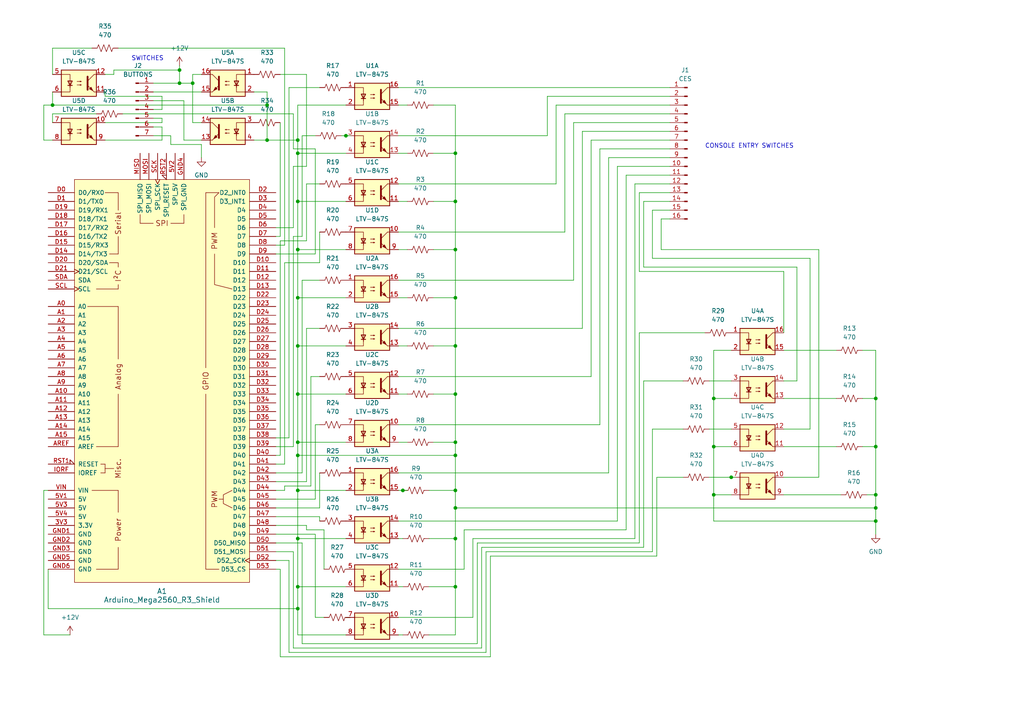
<source format=kicad_sch>
(kicad_sch (version 20230121) (generator eeschema)

  (uuid 738fc3cd-6e95-44b2-a0b7-e799f3451466)

  (paper "A4")

  (lib_symbols
    (symbol "Connector:Conn_01x07_Pin" (pin_names (offset 1.016) hide) (in_bom yes) (on_board yes)
      (property "Reference" "J" (at 0 10.16 0)
        (effects (font (size 1.27 1.27)))
      )
      (property "Value" "Conn_01x07_Pin" (at 0 -10.16 0)
        (effects (font (size 1.27 1.27)))
      )
      (property "Footprint" "" (at 0 0 0)
        (effects (font (size 1.27 1.27)) hide)
      )
      (property "Datasheet" "~" (at 0 0 0)
        (effects (font (size 1.27 1.27)) hide)
      )
      (property "ki_locked" "" (at 0 0 0)
        (effects (font (size 1.27 1.27)))
      )
      (property "ki_keywords" "connector" (at 0 0 0)
        (effects (font (size 1.27 1.27)) hide)
      )
      (property "ki_description" "Generic connector, single row, 01x07, script generated" (at 0 0 0)
        (effects (font (size 1.27 1.27)) hide)
      )
      (property "ki_fp_filters" "Connector*:*_1x??_*" (at 0 0 0)
        (effects (font (size 1.27 1.27)) hide)
      )
      (symbol "Conn_01x07_Pin_1_1"
        (polyline
          (pts
            (xy 1.27 -7.62)
            (xy 0.8636 -7.62)
          )
          (stroke (width 0.1524) (type default))
          (fill (type none))
        )
        (polyline
          (pts
            (xy 1.27 -5.08)
            (xy 0.8636 -5.08)
          )
          (stroke (width 0.1524) (type default))
          (fill (type none))
        )
        (polyline
          (pts
            (xy 1.27 -2.54)
            (xy 0.8636 -2.54)
          )
          (stroke (width 0.1524) (type default))
          (fill (type none))
        )
        (polyline
          (pts
            (xy 1.27 0)
            (xy 0.8636 0)
          )
          (stroke (width 0.1524) (type default))
          (fill (type none))
        )
        (polyline
          (pts
            (xy 1.27 2.54)
            (xy 0.8636 2.54)
          )
          (stroke (width 0.1524) (type default))
          (fill (type none))
        )
        (polyline
          (pts
            (xy 1.27 5.08)
            (xy 0.8636 5.08)
          )
          (stroke (width 0.1524) (type default))
          (fill (type none))
        )
        (polyline
          (pts
            (xy 1.27 7.62)
            (xy 0.8636 7.62)
          )
          (stroke (width 0.1524) (type default))
          (fill (type none))
        )
        (rectangle (start 0.8636 -7.493) (end 0 -7.747)
          (stroke (width 0.1524) (type default))
          (fill (type outline))
        )
        (rectangle (start 0.8636 -4.953) (end 0 -5.207)
          (stroke (width 0.1524) (type default))
          (fill (type outline))
        )
        (rectangle (start 0.8636 -2.413) (end 0 -2.667)
          (stroke (width 0.1524) (type default))
          (fill (type outline))
        )
        (rectangle (start 0.8636 0.127) (end 0 -0.127)
          (stroke (width 0.1524) (type default))
          (fill (type outline))
        )
        (rectangle (start 0.8636 2.667) (end 0 2.413)
          (stroke (width 0.1524) (type default))
          (fill (type outline))
        )
        (rectangle (start 0.8636 5.207) (end 0 4.953)
          (stroke (width 0.1524) (type default))
          (fill (type outline))
        )
        (rectangle (start 0.8636 7.747) (end 0 7.493)
          (stroke (width 0.1524) (type default))
          (fill (type outline))
        )
        (pin passive line (at 5.08 7.62 180) (length 3.81)
          (name "Pin_1" (effects (font (size 1.27 1.27))))
          (number "1" (effects (font (size 1.27 1.27))))
        )
        (pin passive line (at 5.08 5.08 180) (length 3.81)
          (name "Pin_2" (effects (font (size 1.27 1.27))))
          (number "2" (effects (font (size 1.27 1.27))))
        )
        (pin passive line (at 5.08 2.54 180) (length 3.81)
          (name "Pin_3" (effects (font (size 1.27 1.27))))
          (number "3" (effects (font (size 1.27 1.27))))
        )
        (pin passive line (at 5.08 0 180) (length 3.81)
          (name "Pin_4" (effects (font (size 1.27 1.27))))
          (number "4" (effects (font (size 1.27 1.27))))
        )
        (pin passive line (at 5.08 -2.54 180) (length 3.81)
          (name "Pin_5" (effects (font (size 1.27 1.27))))
          (number "5" (effects (font (size 1.27 1.27))))
        )
        (pin passive line (at 5.08 -5.08 180) (length 3.81)
          (name "Pin_6" (effects (font (size 1.27 1.27))))
          (number "6" (effects (font (size 1.27 1.27))))
        )
        (pin passive line (at 5.08 -7.62 180) (length 3.81)
          (name "Pin_7" (effects (font (size 1.27 1.27))))
          (number "7" (effects (font (size 1.27 1.27))))
        )
      )
    )
    (symbol "Connector:Conn_01x16_Pin" (pin_names (offset 1.016) hide) (in_bom yes) (on_board yes)
      (property "Reference" "J" (at 0 20.32 0)
        (effects (font (size 1.27 1.27)))
      )
      (property "Value" "Conn_01x16_Pin" (at 0 -22.86 0)
        (effects (font (size 1.27 1.27)))
      )
      (property "Footprint" "" (at 0 0 0)
        (effects (font (size 1.27 1.27)) hide)
      )
      (property "Datasheet" "~" (at 0 0 0)
        (effects (font (size 1.27 1.27)) hide)
      )
      (property "ki_locked" "" (at 0 0 0)
        (effects (font (size 1.27 1.27)))
      )
      (property "ki_keywords" "connector" (at 0 0 0)
        (effects (font (size 1.27 1.27)) hide)
      )
      (property "ki_description" "Generic connector, single row, 01x16, script generated" (at 0 0 0)
        (effects (font (size 1.27 1.27)) hide)
      )
      (property "ki_fp_filters" "Connector*:*_1x??_*" (at 0 0 0)
        (effects (font (size 1.27 1.27)) hide)
      )
      (symbol "Conn_01x16_Pin_1_1"
        (polyline
          (pts
            (xy 1.27 -20.32)
            (xy 0.8636 -20.32)
          )
          (stroke (width 0.1524) (type default))
          (fill (type none))
        )
        (polyline
          (pts
            (xy 1.27 -17.78)
            (xy 0.8636 -17.78)
          )
          (stroke (width 0.1524) (type default))
          (fill (type none))
        )
        (polyline
          (pts
            (xy 1.27 -15.24)
            (xy 0.8636 -15.24)
          )
          (stroke (width 0.1524) (type default))
          (fill (type none))
        )
        (polyline
          (pts
            (xy 1.27 -12.7)
            (xy 0.8636 -12.7)
          )
          (stroke (width 0.1524) (type default))
          (fill (type none))
        )
        (polyline
          (pts
            (xy 1.27 -10.16)
            (xy 0.8636 -10.16)
          )
          (stroke (width 0.1524) (type default))
          (fill (type none))
        )
        (polyline
          (pts
            (xy 1.27 -7.62)
            (xy 0.8636 -7.62)
          )
          (stroke (width 0.1524) (type default))
          (fill (type none))
        )
        (polyline
          (pts
            (xy 1.27 -5.08)
            (xy 0.8636 -5.08)
          )
          (stroke (width 0.1524) (type default))
          (fill (type none))
        )
        (polyline
          (pts
            (xy 1.27 -2.54)
            (xy 0.8636 -2.54)
          )
          (stroke (width 0.1524) (type default))
          (fill (type none))
        )
        (polyline
          (pts
            (xy 1.27 0)
            (xy 0.8636 0)
          )
          (stroke (width 0.1524) (type default))
          (fill (type none))
        )
        (polyline
          (pts
            (xy 1.27 2.54)
            (xy 0.8636 2.54)
          )
          (stroke (width 0.1524) (type default))
          (fill (type none))
        )
        (polyline
          (pts
            (xy 1.27 5.08)
            (xy 0.8636 5.08)
          )
          (stroke (width 0.1524) (type default))
          (fill (type none))
        )
        (polyline
          (pts
            (xy 1.27 7.62)
            (xy 0.8636 7.62)
          )
          (stroke (width 0.1524) (type default))
          (fill (type none))
        )
        (polyline
          (pts
            (xy 1.27 10.16)
            (xy 0.8636 10.16)
          )
          (stroke (width 0.1524) (type default))
          (fill (type none))
        )
        (polyline
          (pts
            (xy 1.27 12.7)
            (xy 0.8636 12.7)
          )
          (stroke (width 0.1524) (type default))
          (fill (type none))
        )
        (polyline
          (pts
            (xy 1.27 15.24)
            (xy 0.8636 15.24)
          )
          (stroke (width 0.1524) (type default))
          (fill (type none))
        )
        (polyline
          (pts
            (xy 1.27 17.78)
            (xy 0.8636 17.78)
          )
          (stroke (width 0.1524) (type default))
          (fill (type none))
        )
        (rectangle (start 0.8636 -20.193) (end 0 -20.447)
          (stroke (width 0.1524) (type default))
          (fill (type outline))
        )
        (rectangle (start 0.8636 -17.653) (end 0 -17.907)
          (stroke (width 0.1524) (type default))
          (fill (type outline))
        )
        (rectangle (start 0.8636 -15.113) (end 0 -15.367)
          (stroke (width 0.1524) (type default))
          (fill (type outline))
        )
        (rectangle (start 0.8636 -12.573) (end 0 -12.827)
          (stroke (width 0.1524) (type default))
          (fill (type outline))
        )
        (rectangle (start 0.8636 -10.033) (end 0 -10.287)
          (stroke (width 0.1524) (type default))
          (fill (type outline))
        )
        (rectangle (start 0.8636 -7.493) (end 0 -7.747)
          (stroke (width 0.1524) (type default))
          (fill (type outline))
        )
        (rectangle (start 0.8636 -4.953) (end 0 -5.207)
          (stroke (width 0.1524) (type default))
          (fill (type outline))
        )
        (rectangle (start 0.8636 -2.413) (end 0 -2.667)
          (stroke (width 0.1524) (type default))
          (fill (type outline))
        )
        (rectangle (start 0.8636 0.127) (end 0 -0.127)
          (stroke (width 0.1524) (type default))
          (fill (type outline))
        )
        (rectangle (start 0.8636 2.667) (end 0 2.413)
          (stroke (width 0.1524) (type default))
          (fill (type outline))
        )
        (rectangle (start 0.8636 5.207) (end 0 4.953)
          (stroke (width 0.1524) (type default))
          (fill (type outline))
        )
        (rectangle (start 0.8636 7.747) (end 0 7.493)
          (stroke (width 0.1524) (type default))
          (fill (type outline))
        )
        (rectangle (start 0.8636 10.287) (end 0 10.033)
          (stroke (width 0.1524) (type default))
          (fill (type outline))
        )
        (rectangle (start 0.8636 12.827) (end 0 12.573)
          (stroke (width 0.1524) (type default))
          (fill (type outline))
        )
        (rectangle (start 0.8636 15.367) (end 0 15.113)
          (stroke (width 0.1524) (type default))
          (fill (type outline))
        )
        (rectangle (start 0.8636 17.907) (end 0 17.653)
          (stroke (width 0.1524) (type default))
          (fill (type outline))
        )
        (pin passive line (at 5.08 17.78 180) (length 3.81)
          (name "Pin_1" (effects (font (size 1.27 1.27))))
          (number "1" (effects (font (size 1.27 1.27))))
        )
        (pin passive line (at 5.08 -5.08 180) (length 3.81)
          (name "Pin_10" (effects (font (size 1.27 1.27))))
          (number "10" (effects (font (size 1.27 1.27))))
        )
        (pin passive line (at 5.08 -7.62 180) (length 3.81)
          (name "Pin_11" (effects (font (size 1.27 1.27))))
          (number "11" (effects (font (size 1.27 1.27))))
        )
        (pin passive line (at 5.08 -10.16 180) (length 3.81)
          (name "Pin_12" (effects (font (size 1.27 1.27))))
          (number "12" (effects (font (size 1.27 1.27))))
        )
        (pin passive line (at 5.08 -12.7 180) (length 3.81)
          (name "Pin_13" (effects (font (size 1.27 1.27))))
          (number "13" (effects (font (size 1.27 1.27))))
        )
        (pin passive line (at 5.08 -15.24 180) (length 3.81)
          (name "Pin_14" (effects (font (size 1.27 1.27))))
          (number "14" (effects (font (size 1.27 1.27))))
        )
        (pin passive line (at 5.08 -17.78 180) (length 3.81)
          (name "Pin_15" (effects (font (size 1.27 1.27))))
          (number "15" (effects (font (size 1.27 1.27))))
        )
        (pin passive line (at 5.08 -20.32 180) (length 3.81)
          (name "Pin_16" (effects (font (size 1.27 1.27))))
          (number "16" (effects (font (size 1.27 1.27))))
        )
        (pin passive line (at 5.08 15.24 180) (length 3.81)
          (name "Pin_2" (effects (font (size 1.27 1.27))))
          (number "2" (effects (font (size 1.27 1.27))))
        )
        (pin passive line (at 5.08 12.7 180) (length 3.81)
          (name "Pin_3" (effects (font (size 1.27 1.27))))
          (number "3" (effects (font (size 1.27 1.27))))
        )
        (pin passive line (at 5.08 10.16 180) (length 3.81)
          (name "Pin_4" (effects (font (size 1.27 1.27))))
          (number "4" (effects (font (size 1.27 1.27))))
        )
        (pin passive line (at 5.08 7.62 180) (length 3.81)
          (name "Pin_5" (effects (font (size 1.27 1.27))))
          (number "5" (effects (font (size 1.27 1.27))))
        )
        (pin passive line (at 5.08 5.08 180) (length 3.81)
          (name "Pin_6" (effects (font (size 1.27 1.27))))
          (number "6" (effects (font (size 1.27 1.27))))
        )
        (pin passive line (at 5.08 2.54 180) (length 3.81)
          (name "Pin_7" (effects (font (size 1.27 1.27))))
          (number "7" (effects (font (size 1.27 1.27))))
        )
        (pin passive line (at 5.08 0 180) (length 3.81)
          (name "Pin_8" (effects (font (size 1.27 1.27))))
          (number "8" (effects (font (size 1.27 1.27))))
        )
        (pin passive line (at 5.08 -2.54 180) (length 3.81)
          (name "Pin_9" (effects (font (size 1.27 1.27))))
          (number "9" (effects (font (size 1.27 1.27))))
        )
      )
    )
    (symbol "Device:R_US" (pin_numbers hide) (pin_names (offset 0)) (in_bom yes) (on_board yes)
      (property "Reference" "R" (at 2.54 0 90)
        (effects (font (size 1.27 1.27)))
      )
      (property "Value" "R_US" (at -2.54 0 90)
        (effects (font (size 1.27 1.27)))
      )
      (property "Footprint" "" (at 1.016 -0.254 90)
        (effects (font (size 1.27 1.27)) hide)
      )
      (property "Datasheet" "~" (at 0 0 0)
        (effects (font (size 1.27 1.27)) hide)
      )
      (property "ki_keywords" "R res resistor" (at 0 0 0)
        (effects (font (size 1.27 1.27)) hide)
      )
      (property "ki_description" "Resistor, US symbol" (at 0 0 0)
        (effects (font (size 1.27 1.27)) hide)
      )
      (property "ki_fp_filters" "R_*" (at 0 0 0)
        (effects (font (size 1.27 1.27)) hide)
      )
      (symbol "R_US_0_1"
        (polyline
          (pts
            (xy 0 -2.286)
            (xy 0 -2.54)
          )
          (stroke (width 0) (type default))
          (fill (type none))
        )
        (polyline
          (pts
            (xy 0 2.286)
            (xy 0 2.54)
          )
          (stroke (width 0) (type default))
          (fill (type none))
        )
        (polyline
          (pts
            (xy 0 -0.762)
            (xy 1.016 -1.143)
            (xy 0 -1.524)
            (xy -1.016 -1.905)
            (xy 0 -2.286)
          )
          (stroke (width 0) (type default))
          (fill (type none))
        )
        (polyline
          (pts
            (xy 0 0.762)
            (xy 1.016 0.381)
            (xy 0 0)
            (xy -1.016 -0.381)
            (xy 0 -0.762)
          )
          (stroke (width 0) (type default))
          (fill (type none))
        )
        (polyline
          (pts
            (xy 0 2.286)
            (xy 1.016 1.905)
            (xy 0 1.524)
            (xy -1.016 1.143)
            (xy 0 0.762)
          )
          (stroke (width 0) (type default))
          (fill (type none))
        )
      )
      (symbol "R_US_1_1"
        (pin passive line (at 0 3.81 270) (length 1.27)
          (name "~" (effects (font (size 1.27 1.27))))
          (number "1" (effects (font (size 1.27 1.27))))
        )
        (pin passive line (at 0 -3.81 90) (length 1.27)
          (name "~" (effects (font (size 1.27 1.27))))
          (number "2" (effects (font (size 1.27 1.27))))
        )
      )
    )
    (symbol "Isolator:LTV-847S" (pin_names (offset 1.016)) (in_bom yes) (on_board yes)
      (property "Reference" "U" (at -3.81 5.08 0)
        (effects (font (size 1.27 1.27)))
      )
      (property "Value" "LTV-847S" (at 0 -5.08 0)
        (effects (font (size 1.27 1.27)))
      )
      (property "Footprint" "Package_DIP:SMDIP-16_W9.53mm" (at 0 -7.62 0)
        (effects (font (size 1.27 1.27)) hide)
      )
      (property "Datasheet" "http://www.us.liteon.com/downloads/LTV-817-827-847.PDF" (at -15.24 11.43 0)
        (effects (font (size 1.27 1.27)) hide)
      )
      (property "ki_keywords" "NPN DC Optocoupler" (at 0 0 0)
        (effects (font (size 1.27 1.27)) hide)
      )
      (property "ki_description" "DC Optocoupler, Vce 35V, CTR 50%, SMDIP-16" (at 0 0 0)
        (effects (font (size 1.27 1.27)) hide)
      )
      (property "ki_fp_filters" "SMDIP*W9.53mm*" (at 0 0 0)
        (effects (font (size 1.27 1.27)) hide)
      )
      (symbol "LTV-847S_0_1"
        (rectangle (start -5.08 3.81) (end 5.08 -3.81)
          (stroke (width 0.254) (type default))
          (fill (type background))
        )
        (polyline
          (pts
            (xy -3.175 -0.635)
            (xy -1.905 -0.635)
          )
          (stroke (width 0.254) (type default))
          (fill (type none))
        )
        (polyline
          (pts
            (xy 2.54 0.635)
            (xy 4.445 2.54)
          )
          (stroke (width 0) (type default))
          (fill (type none))
        )
        (polyline
          (pts
            (xy 4.445 -2.54)
            (xy 2.54 -0.635)
          )
          (stroke (width 0) (type default))
          (fill (type outline))
        )
        (polyline
          (pts
            (xy 4.445 -2.54)
            (xy 5.08 -2.54)
          )
          (stroke (width 0) (type default))
          (fill (type none))
        )
        (polyline
          (pts
            (xy 4.445 2.54)
            (xy 5.08 2.54)
          )
          (stroke (width 0) (type default))
          (fill (type none))
        )
        (polyline
          (pts
            (xy -2.54 -0.635)
            (xy -2.54 -2.54)
            (xy -5.08 -2.54)
          )
          (stroke (width 0) (type default))
          (fill (type none))
        )
        (polyline
          (pts
            (xy 2.54 1.905)
            (xy 2.54 -1.905)
            (xy 2.54 -1.905)
          )
          (stroke (width 0.508) (type default))
          (fill (type none))
        )
        (polyline
          (pts
            (xy -5.08 2.54)
            (xy -2.54 2.54)
            (xy -2.54 -1.27)
            (xy -2.54 0.635)
          )
          (stroke (width 0) (type default))
          (fill (type none))
        )
        (polyline
          (pts
            (xy -2.54 -0.635)
            (xy -3.175 0.635)
            (xy -1.905 0.635)
            (xy -2.54 -0.635)
          )
          (stroke (width 0.254) (type default))
          (fill (type none))
        )
        (polyline
          (pts
            (xy -0.508 -0.508)
            (xy 0.762 -0.508)
            (xy 0.381 -0.635)
            (xy 0.381 -0.381)
            (xy 0.762 -0.508)
          )
          (stroke (width 0) (type default))
          (fill (type none))
        )
        (polyline
          (pts
            (xy -0.508 0.508)
            (xy 0.762 0.508)
            (xy 0.381 0.381)
            (xy 0.381 0.635)
            (xy 0.762 0.508)
          )
          (stroke (width 0) (type default))
          (fill (type none))
        )
        (polyline
          (pts
            (xy 3.048 -1.651)
            (xy 3.556 -1.143)
            (xy 4.064 -2.159)
            (xy 3.048 -1.651)
            (xy 3.048 -1.651)
          )
          (stroke (width 0) (type default))
          (fill (type outline))
        )
      )
      (symbol "LTV-847S_1_1"
        (pin passive line (at -7.62 2.54 0) (length 2.54)
          (name "~" (effects (font (size 1.27 1.27))))
          (number "1" (effects (font (size 1.27 1.27))))
        )
        (pin passive line (at 7.62 -2.54 180) (length 2.54)
          (name "~" (effects (font (size 1.27 1.27))))
          (number "15" (effects (font (size 1.27 1.27))))
        )
        (pin passive line (at 7.62 2.54 180) (length 2.54)
          (name "~" (effects (font (size 1.27 1.27))))
          (number "16" (effects (font (size 1.27 1.27))))
        )
        (pin passive line (at -7.62 -2.54 0) (length 2.54)
          (name "~" (effects (font (size 1.27 1.27))))
          (number "2" (effects (font (size 1.27 1.27))))
        )
      )
      (symbol "LTV-847S_2_1"
        (pin passive line (at 7.62 -2.54 180) (length 2.54)
          (name "~" (effects (font (size 1.27 1.27))))
          (number "13" (effects (font (size 1.27 1.27))))
        )
        (pin passive line (at 7.62 2.54 180) (length 2.54)
          (name "~" (effects (font (size 1.27 1.27))))
          (number "14" (effects (font (size 1.27 1.27))))
        )
        (pin passive line (at -7.62 2.54 0) (length 2.54)
          (name "~" (effects (font (size 1.27 1.27))))
          (number "3" (effects (font (size 1.27 1.27))))
        )
        (pin passive line (at -7.62 -2.54 0) (length 2.54)
          (name "~" (effects (font (size 1.27 1.27))))
          (number "4" (effects (font (size 1.27 1.27))))
        )
      )
      (symbol "LTV-847S_3_1"
        (pin passive line (at 7.62 -2.54 180) (length 2.54)
          (name "~" (effects (font (size 1.27 1.27))))
          (number "11" (effects (font (size 1.27 1.27))))
        )
        (pin passive line (at 7.62 2.54 180) (length 2.54)
          (name "~" (effects (font (size 1.27 1.27))))
          (number "12" (effects (font (size 1.27 1.27))))
        )
        (pin passive line (at -7.62 2.54 0) (length 2.54)
          (name "~" (effects (font (size 1.27 1.27))))
          (number "5" (effects (font (size 1.27 1.27))))
        )
        (pin passive line (at -7.62 -2.54 0) (length 2.54)
          (name "~" (effects (font (size 1.27 1.27))))
          (number "6" (effects (font (size 1.27 1.27))))
        )
      )
      (symbol "LTV-847S_4_1"
        (pin passive line (at 7.62 2.54 180) (length 2.54)
          (name "~" (effects (font (size 1.27 1.27))))
          (number "10" (effects (font (size 1.27 1.27))))
        )
        (pin passive line (at -7.62 2.54 0) (length 2.54)
          (name "~" (effects (font (size 1.27 1.27))))
          (number "7" (effects (font (size 1.27 1.27))))
        )
        (pin passive line (at -7.62 -2.54 0) (length 2.54)
          (name "~" (effects (font (size 1.27 1.27))))
          (number "8" (effects (font (size 1.27 1.27))))
        )
        (pin passive line (at 7.62 -2.54 180) (length 2.54)
          (name "~" (effects (font (size 1.27 1.27))))
          (number "9" (effects (font (size 1.27 1.27))))
        )
      )
    )
    (symbol "PCM_arduino-library:Arduino_Mega2560_R3_Shield" (pin_names (offset 1.016)) (in_bom yes) (on_board yes)
      (property "Reference" "A" (at 0 -62.23 0)
        (effects (font (size 1.524 1.524)))
      )
      (property "Value" "Arduino_Mega2560_R3_Shield" (at 0 -66.04 0)
        (effects (font (size 1.524 1.524)))
      )
      (property "Footprint" "PCM_arduino-library:Arduino_Mega2560_R3_Shield" (at 0 -73.66 0)
        (effects (font (size 1.524 1.524)) hide)
      )
      (property "Datasheet" "https://docs.arduino.cc/hardware/mega-2560" (at 0 -69.85 0)
        (effects (font (size 1.524 1.524)) hide)
      )
      (property "ki_keywords" "Arduino MPU Shield" (at 0 0 0)
        (effects (font (size 1.27 1.27)) hide)
      )
      (property "ki_description" "Shield for Arduino Mega 2560 R3" (at 0 0 0)
        (effects (font (size 1.27 1.27)) hide)
      )
      (property "ki_fp_filters" "Arduino_Mega2560_R3_Shield" (at 0 0 0)
        (effects (font (size 1.27 1.27)) hide)
      )
      (symbol "Arduino_Mega2560_R3_Shield_0_0"
        (rectangle (start -25.4 -58.42) (end 25.4 58.42)
          (stroke (width 0) (type default))
          (fill (type background))
        )
        (rectangle (start -20.32 -31.75) (end -12.7 -31.75)
          (stroke (width 0) (type default))
          (fill (type none))
        )
        (rectangle (start -19.05 -54.61) (end -12.7 -54.61)
          (stroke (width 0) (type default))
          (fill (type none))
        )
        (rectangle (start -19.05 -19.05) (end -12.7 -19.05)
          (stroke (width 0) (type default))
          (fill (type none))
        )
        (rectangle (start -19.05 26.67) (end -12.7 26.67)
          (stroke (width 0) (type default))
          (fill (type none))
        )
        (rectangle (start -17.78 -26.67) (end -16.51 -26.67)
          (stroke (width 0) (type default))
          (fill (type none))
        )
        (rectangle (start -17.78 -24.13) (end -16.51 -24.13)
          (stroke (width 0) (type default))
          (fill (type none))
        )
        (rectangle (start -16.51 -25.4) (end -13.97 -25.4)
          (stroke (width 0) (type default))
          (fill (type none))
        )
        (rectangle (start -16.51 -24.13) (end -16.51 -26.67)
          (stroke (width 0) (type default))
          (fill (type none))
        )
        (rectangle (start -16.51 54.61) (end -12.7 54.61)
          (stroke (width 0) (type default))
          (fill (type none))
        )
        (rectangle (start -15.24 34.29) (end -12.7 34.29)
          (stroke (width 0) (type default))
          (fill (type none))
        )
        (rectangle (start -15.24 36.83) (end -12.7 36.83)
          (stroke (width 0) (type default))
          (fill (type none))
        )
        (rectangle (start -12.7 -54.61) (end -12.7 -48.26)
          (stroke (width 0) (type default))
          (fill (type none))
        )
        (rectangle (start -12.7 -31.75) (end -12.7 -38.1)
          (stroke (width 0) (type default))
          (fill (type none))
        )
        (rectangle (start -12.7 26.67) (end -12.7 27.94)
          (stroke (width 0) (type default))
          (fill (type none))
        )
        (rectangle (start -12.7 34.29) (end -12.7 33.02)
          (stroke (width 0) (type default))
          (fill (type none))
        )
        (rectangle (start -12.7 41.91) (end -12.7 36.83)
          (stroke (width 0) (type default))
          (fill (type none))
        )
        (rectangle (start -12.7 49.53) (end -12.7 54.61)
          (stroke (width 0) (type default))
          (fill (type none))
        )
        (rectangle (start -6.35 48.26) (end -6.35 45.72)
          (stroke (width 0) (type default))
          (fill (type none))
        )
        (rectangle (start -2.54 45.72) (end -6.35 45.72)
          (stroke (width 0) (type default))
          (fill (type none))
        )
        (polyline
          (pts
            (xy -21.59 21.59)
            (xy -12.7 21.59)
          )
          (stroke (width 0) (type default))
          (fill (type none))
        )
        (polyline
          (pts
            (xy -12.7 -19.05)
            (xy -12.7 -3.81)
          )
          (stroke (width 0) (type default))
          (fill (type none))
        )
        (polyline
          (pts
            (xy -12.7 6.35)
            (xy -12.7 21.59)
          )
          (stroke (width 0) (type default))
          (fill (type none))
        )
        (polyline
          (pts
            (xy 12.7 -54.61)
            (xy 16.51 -54.61)
          )
          (stroke (width 0) (type default))
          (fill (type none))
        )
        (polyline
          (pts
            (xy 12.7 54.61)
            (xy 16.51 54.61)
          )
          (stroke (width 0) (type default))
          (fill (type none))
        )
        (polyline
          (pts
            (xy 17.78 -34.29)
            (xy 16.51 -34.29)
          )
          (stroke (width 0) (type default))
          (fill (type none))
        )
        (polyline
          (pts
            (xy 15.24 36.83)
            (xy 15.24 27.94)
            (xy 20.32 26.67)
          )
          (stroke (width 0) (type default))
          (fill (type none))
        )
        (polyline
          (pts
            (xy 15.24 44.45)
            (xy 15.24 53.34)
            (xy 16.51 54.61)
          )
          (stroke (width 0) (type default))
          (fill (type none))
        )
        (polyline
          (pts
            (xy 20.32 -31.75)
            (xy 17.78 -33.02)
            (xy 17.78 -35.56)
            (xy 20.32 -36.83)
          )
          (stroke (width 0) (type default))
          (fill (type none))
        )
        (rectangle (start 6.35 45.72) (end 2.54 45.72)
          (stroke (width 0) (type default))
          (fill (type none))
        )
        (rectangle (start 6.35 48.26) (end 6.35 45.72)
          (stroke (width 0) (type default))
          (fill (type none))
        )
        (text "Analog" (at -12.7 1.27 900)
          (effects (font (size 1.524 1.524)))
        )
        (text "I²C" (at -12.7 30.48 900)
          (effects (font (size 1.524 1.524)))
        )
        (text "Misc." (at -12.7 -25.4 900)
          (effects (font (size 1.524 1.524)))
        )
        (text "Power" (at -12.7 -43.18 900)
          (effects (font (size 1.524 1.524)))
        )
        (text "PWM" (at 15.24 -34.29 900)
          (effects (font (size 1.524 1.524)))
        )
        (text "PWM" (at 15.24 40.64 900)
          (effects (font (size 1.524 1.524)))
        )
        (text "Serial" (at -12.7 45.72 900)
          (effects (font (size 1.524 1.524)))
        )
        (text "SPI" (at 0 45.72 0)
          (effects (font (size 1.524 1.524)))
        )
      )
      (symbol "Arduino_Mega2560_R3_Shield_1_0"
        (rectangle (start 12.7 -54.61) (end 12.7 -3.81)
          (stroke (width 0) (type default))
          (fill (type none))
        )
        (rectangle (start 12.7 54.61) (end 12.7 3.81)
          (stroke (width 0) (type default))
          (fill (type none))
        )
        (text "GPIO" (at 12.7 0 900)
          (effects (font (size 1.524 1.524)))
        )
      )
      (symbol "Arduino_Mega2560_R3_Shield_1_1"
        (pin power_out line (at -33.02 -41.91 0) (length 7.62)
          (name "3.3V" (effects (font (size 1.27 1.27))))
          (number "3V3" (effects (font (size 1.27 1.27))))
        )
        (pin power_in line (at -33.02 -34.29 0) (length 7.62)
          (name "5V" (effects (font (size 1.27 1.27))))
          (number "5V1" (effects (font (size 1.27 1.27))))
        )
        (pin power_in line (at 3.81 66.04 270) (length 7.62)
          (name "SPI_5V" (effects (font (size 1.27 1.27))))
          (number "5V2" (effects (font (size 1.27 1.27))))
        )
        (pin power_in line (at -33.02 -36.83 0) (length 7.62)
          (name "5V" (effects (font (size 1.27 1.27))))
          (number "5V3" (effects (font (size 1.27 1.27))))
        )
        (pin power_in line (at -33.02 -39.37 0) (length 7.62)
          (name "5V" (effects (font (size 1.27 1.27))))
          (number "5V4" (effects (font (size 1.27 1.27))))
        )
        (pin bidirectional line (at -33.02 21.59 0) (length 7.62)
          (name "A0" (effects (font (size 1.27 1.27))))
          (number "A0" (effects (font (size 1.27 1.27))))
        )
        (pin bidirectional line (at -33.02 19.05 0) (length 7.62)
          (name "A1" (effects (font (size 1.27 1.27))))
          (number "A1" (effects (font (size 1.27 1.27))))
        )
        (pin bidirectional line (at -33.02 -3.81 0) (length 7.62)
          (name "A10" (effects (font (size 1.27 1.27))))
          (number "A10" (effects (font (size 1.27 1.27))))
        )
        (pin bidirectional line (at -33.02 -6.35 0) (length 7.62)
          (name "A11" (effects (font (size 1.27 1.27))))
          (number "A11" (effects (font (size 1.27 1.27))))
        )
        (pin bidirectional line (at -33.02 -8.89 0) (length 7.62)
          (name "A12" (effects (font (size 1.27 1.27))))
          (number "A12" (effects (font (size 1.27 1.27))))
        )
        (pin bidirectional line (at -33.02 -11.43 0) (length 7.62)
          (name "A13" (effects (font (size 1.27 1.27))))
          (number "A13" (effects (font (size 1.27 1.27))))
        )
        (pin bidirectional line (at -33.02 -13.97 0) (length 7.62)
          (name "A14" (effects (font (size 1.27 1.27))))
          (number "A14" (effects (font (size 1.27 1.27))))
        )
        (pin bidirectional line (at -33.02 -16.51 0) (length 7.62)
          (name "A15" (effects (font (size 1.27 1.27))))
          (number "A15" (effects (font (size 1.27 1.27))))
        )
        (pin bidirectional line (at -33.02 16.51 0) (length 7.62)
          (name "A2" (effects (font (size 1.27 1.27))))
          (number "A2" (effects (font (size 1.27 1.27))))
        )
        (pin bidirectional line (at -33.02 13.97 0) (length 7.62)
          (name "A3" (effects (font (size 1.27 1.27))))
          (number "A3" (effects (font (size 1.27 1.27))))
        )
        (pin bidirectional line (at -33.02 11.43 0) (length 7.62)
          (name "A4" (effects (font (size 1.27 1.27))))
          (number "A4" (effects (font (size 1.27 1.27))))
        )
        (pin bidirectional line (at -33.02 8.89 0) (length 7.62)
          (name "A5" (effects (font (size 1.27 1.27))))
          (number "A5" (effects (font (size 1.27 1.27))))
        )
        (pin bidirectional line (at -33.02 6.35 0) (length 7.62)
          (name "A6" (effects (font (size 1.27 1.27))))
          (number "A6" (effects (font (size 1.27 1.27))))
        )
        (pin bidirectional line (at -33.02 3.81 0) (length 7.62)
          (name "A7" (effects (font (size 1.27 1.27))))
          (number "A7" (effects (font (size 1.27 1.27))))
        )
        (pin bidirectional line (at -33.02 1.27 0) (length 7.62)
          (name "A8" (effects (font (size 1.27 1.27))))
          (number "A8" (effects (font (size 1.27 1.27))))
        )
        (pin bidirectional line (at -33.02 -1.27 0) (length 7.62)
          (name "A9" (effects (font (size 1.27 1.27))))
          (number "A9" (effects (font (size 1.27 1.27))))
        )
        (pin input line (at -33.02 -19.05 0) (length 7.62)
          (name "AREF" (effects (font (size 1.27 1.27))))
          (number "AREF" (effects (font (size 1.27 1.27))))
        )
        (pin bidirectional line (at -33.02 54.61 0) (length 7.62)
          (name "D0/RX0" (effects (font (size 1.27 1.27))))
          (number "D0" (effects (font (size 1.27 1.27))))
        )
        (pin bidirectional line (at -33.02 52.07 0) (length 7.62)
          (name "D1/TX0" (effects (font (size 1.27 1.27))))
          (number "D1" (effects (font (size 1.27 1.27))))
        )
        (pin bidirectional line (at 33.02 34.29 180) (length 7.62)
          (name "D10" (effects (font (size 1.27 1.27))))
          (number "D10" (effects (font (size 1.27 1.27))))
        )
        (pin bidirectional line (at 33.02 31.75 180) (length 7.62)
          (name "D11" (effects (font (size 1.27 1.27))))
          (number "D11" (effects (font (size 1.27 1.27))))
        )
        (pin bidirectional line (at 33.02 29.21 180) (length 7.62)
          (name "D12" (effects (font (size 1.27 1.27))))
          (number "D12" (effects (font (size 1.27 1.27))))
        )
        (pin bidirectional line (at 33.02 26.67 180) (length 7.62)
          (name "D13" (effects (font (size 1.27 1.27))))
          (number "D13" (effects (font (size 1.27 1.27))))
        )
        (pin bidirectional line (at -33.02 36.83 0) (length 7.62)
          (name "D14/TX3" (effects (font (size 1.27 1.27))))
          (number "D14" (effects (font (size 1.27 1.27))))
        )
        (pin bidirectional line (at -33.02 39.37 0) (length 7.62)
          (name "D15/RX3" (effects (font (size 1.27 1.27))))
          (number "D15" (effects (font (size 1.27 1.27))))
        )
        (pin bidirectional line (at -33.02 41.91 0) (length 7.62)
          (name "D16/TX2" (effects (font (size 1.27 1.27))))
          (number "D16" (effects (font (size 1.27 1.27))))
        )
        (pin bidirectional line (at -33.02 44.45 0) (length 7.62)
          (name "D17/RX2" (effects (font (size 1.27 1.27))))
          (number "D17" (effects (font (size 1.27 1.27))))
        )
        (pin bidirectional line (at -33.02 46.99 0) (length 7.62)
          (name "D18/TX1" (effects (font (size 1.27 1.27))))
          (number "D18" (effects (font (size 1.27 1.27))))
        )
        (pin bidirectional line (at -33.02 49.53 0) (length 7.62)
          (name "D19/RX1" (effects (font (size 1.27 1.27))))
          (number "D19" (effects (font (size 1.27 1.27))))
        )
        (pin bidirectional line (at 33.02 54.61 180) (length 7.62)
          (name "D2_INT0" (effects (font (size 1.27 1.27))))
          (number "D2" (effects (font (size 1.27 1.27))))
        )
        (pin bidirectional line (at -33.02 34.29 0) (length 7.62)
          (name "D20/SDA" (effects (font (size 1.27 1.27))))
          (number "D20" (effects (font (size 1.27 1.27))))
        )
        (pin bidirectional clock (at -33.02 31.75 0) (length 7.62)
          (name "D21/SCL" (effects (font (size 1.27 1.27))))
          (number "D21" (effects (font (size 1.27 1.27))))
        )
        (pin bidirectional line (at 33.02 24.13 180) (length 7.62)
          (name "D22" (effects (font (size 1.27 1.27))))
          (number "D22" (effects (font (size 1.27 1.27))))
        )
        (pin bidirectional line (at 33.02 21.59 180) (length 7.62)
          (name "D23" (effects (font (size 1.27 1.27))))
          (number "D23" (effects (font (size 1.27 1.27))))
        )
        (pin bidirectional line (at 33.02 19.05 180) (length 7.62)
          (name "D24" (effects (font (size 1.27 1.27))))
          (number "D24" (effects (font (size 1.27 1.27))))
        )
        (pin bidirectional line (at 33.02 16.51 180) (length 7.62)
          (name "D25" (effects (font (size 1.27 1.27))))
          (number "D25" (effects (font (size 1.27 1.27))))
        )
        (pin bidirectional line (at 33.02 13.97 180) (length 7.62)
          (name "D26" (effects (font (size 1.27 1.27))))
          (number "D26" (effects (font (size 1.27 1.27))))
        )
        (pin bidirectional line (at 33.02 11.43 180) (length 7.62)
          (name "D27" (effects (font (size 1.27 1.27))))
          (number "D27" (effects (font (size 1.27 1.27))))
        )
        (pin bidirectional line (at 33.02 8.89 180) (length 7.62)
          (name "D28" (effects (font (size 1.27 1.27))))
          (number "D28" (effects (font (size 1.27 1.27))))
        )
        (pin bidirectional line (at 33.02 6.35 180) (length 7.62)
          (name "D29" (effects (font (size 1.27 1.27))))
          (number "D29" (effects (font (size 1.27 1.27))))
        )
        (pin bidirectional line (at 33.02 52.07 180) (length 7.62)
          (name "D3_INT1" (effects (font (size 1.27 1.27))))
          (number "D3" (effects (font (size 1.27 1.27))))
        )
        (pin bidirectional line (at 33.02 3.81 180) (length 7.62)
          (name "D30" (effects (font (size 1.27 1.27))))
          (number "D30" (effects (font (size 1.27 1.27))))
        )
        (pin bidirectional line (at 33.02 1.27 180) (length 7.62)
          (name "D31" (effects (font (size 1.27 1.27))))
          (number "D31" (effects (font (size 1.27 1.27))))
        )
        (pin bidirectional line (at 33.02 -1.27 180) (length 7.62)
          (name "D32" (effects (font (size 1.27 1.27))))
          (number "D32" (effects (font (size 1.27 1.27))))
        )
        (pin bidirectional line (at 33.02 -3.81 180) (length 7.62)
          (name "D33" (effects (font (size 1.27 1.27))))
          (number "D33" (effects (font (size 1.27 1.27))))
        )
        (pin bidirectional line (at 33.02 -6.35 180) (length 7.62)
          (name "D34" (effects (font (size 1.27 1.27))))
          (number "D34" (effects (font (size 1.27 1.27))))
        )
        (pin bidirectional line (at 33.02 -8.89 180) (length 7.62)
          (name "D35" (effects (font (size 1.27 1.27))))
          (number "D35" (effects (font (size 1.27 1.27))))
        )
        (pin bidirectional line (at 33.02 -11.43 180) (length 7.62)
          (name "D36" (effects (font (size 1.27 1.27))))
          (number "D36" (effects (font (size 1.27 1.27))))
        )
        (pin bidirectional line (at 33.02 -13.97 180) (length 7.62)
          (name "D37" (effects (font (size 1.27 1.27))))
          (number "D37" (effects (font (size 1.27 1.27))))
        )
        (pin bidirectional line (at 33.02 -16.51 180) (length 7.62)
          (name "D38" (effects (font (size 1.27 1.27))))
          (number "D38" (effects (font (size 1.27 1.27))))
        )
        (pin bidirectional line (at 33.02 -19.05 180) (length 7.62)
          (name "D39" (effects (font (size 1.27 1.27))))
          (number "D39" (effects (font (size 1.27 1.27))))
        )
        (pin bidirectional line (at 33.02 49.53 180) (length 7.62)
          (name "D4" (effects (font (size 1.27 1.27))))
          (number "D4" (effects (font (size 1.27 1.27))))
        )
        (pin bidirectional line (at 33.02 -21.59 180) (length 7.62)
          (name "D40" (effects (font (size 1.27 1.27))))
          (number "D40" (effects (font (size 1.27 1.27))))
        )
        (pin bidirectional line (at 33.02 -24.13 180) (length 7.62)
          (name "D41" (effects (font (size 1.27 1.27))))
          (number "D41" (effects (font (size 1.27 1.27))))
        )
        (pin bidirectional line (at 33.02 -26.67 180) (length 7.62)
          (name "D42" (effects (font (size 1.27 1.27))))
          (number "D42" (effects (font (size 1.27 1.27))))
        )
        (pin bidirectional line (at 33.02 -29.21 180) (length 7.62)
          (name "D43" (effects (font (size 1.27 1.27))))
          (number "D43" (effects (font (size 1.27 1.27))))
        )
        (pin bidirectional line (at 33.02 -31.75 180) (length 7.62)
          (name "D44" (effects (font (size 1.27 1.27))))
          (number "D44" (effects (font (size 1.27 1.27))))
        )
        (pin bidirectional line (at 33.02 -34.29 180) (length 7.62)
          (name "D45" (effects (font (size 1.27 1.27))))
          (number "D45" (effects (font (size 1.27 1.27))))
        )
        (pin bidirectional line (at 33.02 -36.83 180) (length 7.62)
          (name "D46" (effects (font (size 1.27 1.27))))
          (number "D46" (effects (font (size 1.27 1.27))))
        )
        (pin bidirectional line (at 33.02 -39.37 180) (length 7.62)
          (name "D47" (effects (font (size 1.27 1.27))))
          (number "D47" (effects (font (size 1.27 1.27))))
        )
        (pin bidirectional line (at 33.02 -41.91 180) (length 7.62)
          (name "D48" (effects (font (size 1.27 1.27))))
          (number "D48" (effects (font (size 1.27 1.27))))
        )
        (pin bidirectional line (at 33.02 -44.45 180) (length 7.62)
          (name "D49" (effects (font (size 1.27 1.27))))
          (number "D49" (effects (font (size 1.27 1.27))))
        )
        (pin bidirectional line (at 33.02 46.99 180) (length 7.62)
          (name "D5" (effects (font (size 1.27 1.27))))
          (number "D5" (effects (font (size 1.27 1.27))))
        )
        (pin bidirectional line (at 33.02 -46.99 180) (length 7.62)
          (name "D50_MISO" (effects (font (size 1.27 1.27))))
          (number "D50" (effects (font (size 1.27 1.27))))
        )
        (pin bidirectional line (at 33.02 -49.53 180) (length 7.62)
          (name "D51_MOSI" (effects (font (size 1.27 1.27))))
          (number "D51" (effects (font (size 1.27 1.27))))
        )
        (pin bidirectional clock (at 33.02 -52.07 180) (length 7.62)
          (name "D52_SCK" (effects (font (size 1.27 1.27))))
          (number "D52" (effects (font (size 1.27 1.27))))
        )
        (pin bidirectional line (at 33.02 -54.61 180) (length 7.62)
          (name "D53_CS" (effects (font (size 1.27 1.27))))
          (number "D53" (effects (font (size 1.27 1.27))))
        )
        (pin bidirectional line (at 33.02 44.45 180) (length 7.62)
          (name "D6" (effects (font (size 1.27 1.27))))
          (number "D6" (effects (font (size 1.27 1.27))))
        )
        (pin bidirectional line (at 33.02 41.91 180) (length 7.62)
          (name "D7" (effects (font (size 1.27 1.27))))
          (number "D7" (effects (font (size 1.27 1.27))))
        )
        (pin bidirectional line (at 33.02 39.37 180) (length 7.62)
          (name "D8" (effects (font (size 1.27 1.27))))
          (number "D8" (effects (font (size 1.27 1.27))))
        )
        (pin bidirectional line (at 33.02 36.83 180) (length 7.62)
          (name "D9" (effects (font (size 1.27 1.27))))
          (number "D9" (effects (font (size 1.27 1.27))))
        )
        (pin power_in line (at -33.02 -44.45 0) (length 7.62)
          (name "GND" (effects (font (size 1.27 1.27))))
          (number "GND1" (effects (font (size 1.27 1.27))))
        )
        (pin power_in line (at -33.02 -46.99 0) (length 7.62)
          (name "GND" (effects (font (size 1.27 1.27))))
          (number "GND2" (effects (font (size 1.27 1.27))))
        )
        (pin power_in line (at -33.02 -49.53 0) (length 7.62)
          (name "GND" (effects (font (size 1.27 1.27))))
          (number "GND3" (effects (font (size 1.27 1.27))))
        )
        (pin power_in line (at 6.35 66.04 270) (length 7.62)
          (name "SPI_GND" (effects (font (size 1.27 1.27))))
          (number "GND4" (effects (font (size 1.27 1.27))))
        )
        (pin power_in line (at -33.02 -52.07 0) (length 7.62)
          (name "GND" (effects (font (size 1.27 1.27))))
          (number "GND5" (effects (font (size 1.27 1.27))))
        )
        (pin power_in line (at -33.02 -54.61 0) (length 7.62)
          (name "GND" (effects (font (size 1.27 1.27))))
          (number "GND6" (effects (font (size 1.27 1.27))))
        )
        (pin output line (at -33.02 -26.67 0) (length 7.62)
          (name "IOREF" (effects (font (size 1.27 1.27))))
          (number "IORF" (effects (font (size 1.27 1.27))))
        )
        (pin input line (at -6.35 66.04 270) (length 7.62)
          (name "SPI_MISO" (effects (font (size 1.27 1.27))))
          (number "MISO" (effects (font (size 1.27 1.27))))
        )
        (pin output line (at -3.81 66.04 270) (length 7.62)
          (name "SPI_MOSI" (effects (font (size 1.27 1.27))))
          (number "MOSI" (effects (font (size 1.27 1.27))))
        )
        (pin open_collector input_low (at -33.02 -24.13 0) (length 7.62)
          (name "RESET" (effects (font (size 1.27 1.27))))
          (number "RST1" (effects (font (size 1.27 1.27))))
        )
        (pin open_collector input_low (at 1.27 66.04 270) (length 7.62)
          (name "SPI_RESET" (effects (font (size 1.27 1.27))))
          (number "RST2" (effects (font (size 1.27 1.27))))
        )
        (pin output clock (at -1.27 66.04 270) (length 7.62)
          (name "SPI_SCK" (effects (font (size 1.27 1.27))))
          (number "SCK" (effects (font (size 1.27 1.27))))
        )
        (pin bidirectional clock (at -33.02 26.67 0) (length 7.62)
          (name "SCL" (effects (font (size 1.27 1.27))))
          (number "SCL" (effects (font (size 1.27 1.27))))
        )
        (pin bidirectional line (at -33.02 29.21 0) (length 7.62)
          (name "SDA" (effects (font (size 1.27 1.27))))
          (number "SDA" (effects (font (size 1.27 1.27))))
        )
        (pin power_in line (at -33.02 -31.75 0) (length 7.62)
          (name "VIN" (effects (font (size 1.27 1.27))))
          (number "VIN" (effects (font (size 1.27 1.27))))
        )
      )
    )
    (symbol "power:+12V" (power) (pin_names (offset 0)) (in_bom yes) (on_board yes)
      (property "Reference" "#PWR" (at 0 -3.81 0)
        (effects (font (size 1.27 1.27)) hide)
      )
      (property "Value" "+12V" (at 0 3.556 0)
        (effects (font (size 1.27 1.27)))
      )
      (property "Footprint" "" (at 0 0 0)
        (effects (font (size 1.27 1.27)) hide)
      )
      (property "Datasheet" "" (at 0 0 0)
        (effects (font (size 1.27 1.27)) hide)
      )
      (property "ki_keywords" "global power" (at 0 0 0)
        (effects (font (size 1.27 1.27)) hide)
      )
      (property "ki_description" "Power symbol creates a global label with name \"+12V\"" (at 0 0 0)
        (effects (font (size 1.27 1.27)) hide)
      )
      (symbol "+12V_0_1"
        (polyline
          (pts
            (xy -0.762 1.27)
            (xy 0 2.54)
          )
          (stroke (width 0) (type default))
          (fill (type none))
        )
        (polyline
          (pts
            (xy 0 0)
            (xy 0 2.54)
          )
          (stroke (width 0) (type default))
          (fill (type none))
        )
        (polyline
          (pts
            (xy 0 2.54)
            (xy 0.762 1.27)
          )
          (stroke (width 0) (type default))
          (fill (type none))
        )
      )
      (symbol "+12V_1_1"
        (pin power_in line (at 0 0 90) (length 0) hide
          (name "+12V" (effects (font (size 1.27 1.27))))
          (number "1" (effects (font (size 1.27 1.27))))
        )
      )
    )
    (symbol "power:GND" (power) (pin_names (offset 0)) (in_bom yes) (on_board yes)
      (property "Reference" "#PWR" (at 0 -6.35 0)
        (effects (font (size 1.27 1.27)) hide)
      )
      (property "Value" "GND" (at 0 -3.81 0)
        (effects (font (size 1.27 1.27)))
      )
      (property "Footprint" "" (at 0 0 0)
        (effects (font (size 1.27 1.27)) hide)
      )
      (property "Datasheet" "" (at 0 0 0)
        (effects (font (size 1.27 1.27)) hide)
      )
      (property "ki_keywords" "global power" (at 0 0 0)
        (effects (font (size 1.27 1.27)) hide)
      )
      (property "ki_description" "Power symbol creates a global label with name \"GND\" , ground" (at 0 0 0)
        (effects (font (size 1.27 1.27)) hide)
      )
      (symbol "GND_0_1"
        (polyline
          (pts
            (xy 0 0)
            (xy 0 -1.27)
            (xy 1.27 -1.27)
            (xy 0 -2.54)
            (xy -1.27 -1.27)
            (xy 0 -1.27)
          )
          (stroke (width 0) (type default))
          (fill (type none))
        )
      )
      (symbol "GND_1_1"
        (pin power_in line (at 0 0 270) (length 0) hide
          (name "GND" (effects (font (size 1.27 1.27))))
          (number "1" (effects (font (size 1.27 1.27))))
        )
      )
    )
  )

  (junction (at 132.08 44.45) (diameter 0) (color 0 0 0 0)
    (uuid 06f6b797-4e47-4da5-b593-ccfbaf906faf)
  )
  (junction (at 77.47 30.48) (diameter 0) (color 0 0 0 0)
    (uuid 08660ca6-5adf-45ec-8044-c6ad37ac85f1)
  )
  (junction (at 86.36 132.08) (diameter 0) (color 0 0 0 0)
    (uuid 2987b7fa-7fb3-4516-840a-2978f4fedbec)
  )
  (junction (at 132.08 114.3) (diameter 0) (color 0 0 0 0)
    (uuid 2d1be693-116f-411b-b209-3d76e52c404f)
  )
  (junction (at 254 151.13) (diameter 0) (color 0 0 0 0)
    (uuid 32fc2ecf-30e3-4829-8a69-465e3aaf4225)
  )
  (junction (at 132.08 128.27) (diameter 0) (color 0 0 0 0)
    (uuid 384076f5-2c2c-46c3-b554-368af000b3b9)
  )
  (junction (at 86.36 170.18) (diameter 0) (color 0 0 0 0)
    (uuid 465e1665-e4fd-4ddc-904b-65029e7faaaf)
  )
  (junction (at 132.08 72.39) (diameter 0) (color 0 0 0 0)
    (uuid 485d4120-14b6-46cc-b0ec-b88faceaf05b)
  )
  (junction (at 212.09 138.43) (diameter 0) (color 0 0 0 0)
    (uuid 514c7f29-6c53-48f8-9865-e613bfbc56ec)
  )
  (junction (at 254 143.51) (diameter 0) (color 0 0 0 0)
    (uuid 57eb13aa-3c59-4e99-9128-edc0cb869317)
  )
  (junction (at 132.08 58.42) (diameter 0) (color 0 0 0 0)
    (uuid 5be9b063-4df5-4f52-86dc-9592da572a69)
  )
  (junction (at 254 129.54) (diameter 0) (color 0 0 0 0)
    (uuid 5d7b7123-8e36-4e4c-8806-f0165c4a4c62)
  )
  (junction (at 254 115.57) (diameter 0) (color 0 0 0 0)
    (uuid 7249d5df-152f-4c60-95ff-19792ee666e5)
  )
  (junction (at 132.08 100.33) (diameter 0) (color 0 0 0 0)
    (uuid 744e8790-0233-4309-8005-84e19ec277d9)
  )
  (junction (at 86.36 40.64) (diameter 0) (color 0 0 0 0)
    (uuid 75bc4cfd-7e88-4859-9c1b-1b83939d5785)
  )
  (junction (at 86.36 128.27) (diameter 0) (color 0 0 0 0)
    (uuid 7e6a30fb-78d2-4eee-929d-076b6cd3ecc4)
  )
  (junction (at 86.36 176.53) (diameter 0) (color 0 0 0 0)
    (uuid 8588b2a7-a8f1-44fb-8b97-c294774b6555)
  )
  (junction (at 86.36 58.42) (diameter 0) (color 0 0 0 0)
    (uuid 8d7c7a5e-6b97-4354-813b-179da1a2ecaf)
  )
  (junction (at 86.36 142.24) (diameter 0) (color 0 0 0 0)
    (uuid 8ee93e4f-73d8-4aa6-a2b0-1ea26438c58b)
  )
  (junction (at 86.36 72.39) (diameter 0) (color 0 0 0 0)
    (uuid 91cc752a-ccb2-43b8-bd19-e135fa0df551)
  )
  (junction (at 132.08 156.21) (diameter 0) (color 0 0 0 0)
    (uuid 9c75e378-bff5-4f64-8d6b-dcd94b6fe263)
  )
  (junction (at 55.88 24.13) (diameter 0) (color 0 0 0 0)
    (uuid 9c7e9cd2-cad9-4a5e-812e-1a4413c825e4)
  )
  (junction (at 132.08 86.36) (diameter 0) (color 0 0 0 0)
    (uuid 9d2246ef-91cb-4f68-91bc-7fd9e436d9b1)
  )
  (junction (at 86.36 156.21) (diameter 0) (color 0 0 0 0)
    (uuid 9f3955e0-4754-4e42-ab44-d63bf9754616)
  )
  (junction (at 207.01 143.51) (diameter 0) (color 0 0 0 0)
    (uuid a4243a09-201d-44ea-8c68-f8c7448f45db)
  )
  (junction (at 254 147.32) (diameter 0) (color 0 0 0 0)
    (uuid a56055a3-8b7f-4261-9f5c-406b18a7d43d)
  )
  (junction (at 86.36 86.36) (diameter 0) (color 0 0 0 0)
    (uuid a62222af-79e5-449a-b236-193b9b5dbe4a)
  )
  (junction (at 132.08 142.24) (diameter 0) (color 0 0 0 0)
    (uuid bbc15412-0ca8-4438-8570-290e57dbf06f)
  )
  (junction (at 52.07 24.13) (diameter 0) (color 0 0 0 0)
    (uuid c6762a85-0098-49aa-8aa3-62f0d320ca00)
  )
  (junction (at 116.84 142.24) (diameter 0) (color 0 0 0 0)
    (uuid c8f8d7fc-440a-4637-9e97-c65208c02026)
  )
  (junction (at 86.36 100.33) (diameter 0) (color 0 0 0 0)
    (uuid c96cff28-ece7-47ce-bd71-7793bde64dd3)
  )
  (junction (at 52.07 20.32) (diameter 0) (color 0 0 0 0)
    (uuid d2bbfbd5-b52c-45ed-a996-de528c848c72)
  )
  (junction (at 132.08 170.18) (diameter 0) (color 0 0 0 0)
    (uuid db20c312-fdf9-4496-a80c-55c1c1f22919)
  )
  (junction (at 207.01 115.57) (diameter 0) (color 0 0 0 0)
    (uuid df9a94a0-053d-4170-a4e2-ce8e356bb769)
  )
  (junction (at 15.24 30.48) (diameter 0) (color 0 0 0 0)
    (uuid e048ecf7-bfac-4299-8384-8b956e460389)
  )
  (junction (at 86.36 44.45) (diameter 0) (color 0 0 0 0)
    (uuid e8f8637d-d949-454c-a06b-c1830475ebf0)
  )
  (junction (at 207.01 129.54) (diameter 0) (color 0 0 0 0)
    (uuid f180ebc5-425f-44a4-a37a-761c369a55a5)
  )
  (junction (at 86.36 114.3) (diameter 0) (color 0 0 0 0)
    (uuid f28cb452-e03d-4f5d-afc4-741dd6c2f41c)
  )
  (junction (at 132.08 147.32) (diameter 0) (color 0 0 0 0)
    (uuid f3845604-b9ee-4783-bb88-3ceea05d70e9)
  )
  (junction (at 77.47 40.64) (diameter 0) (color 0 0 0 0)
    (uuid f79ca492-318a-42f2-80e8-34d4eb43db49)
  )
  (junction (at 132.08 132.08) (diameter 0) (color 0 0 0 0)
    (uuid fb43617d-5896-4235-a9d6-2e023dc7de56)
  )
  (junction (at 100.33 39.37) (diameter 0) (color 0 0 0 0)
    (uuid fc1192d0-9fc3-43e9-acae-707d934d8d6c)
  )

  (wire (pts (xy 185.42 157.48) (xy 138.43 157.48))
    (stroke (width 0) (type default))
    (uuid 0036bd91-133c-4e18-ab74-deed970759af)
  )
  (wire (pts (xy 185.42 78.74) (xy 185.42 55.88))
    (stroke (width 0) (type default))
    (uuid 0068a985-44cb-4f4a-a5d0-63929a26c0a7)
  )
  (wire (pts (xy 87.63 39.37) (xy 91.44 39.37))
    (stroke (width 0) (type default))
    (uuid 00987c9e-64d8-4eb5-a6f1-02a9f3d762de)
  )
  (wire (pts (xy 132.08 147.32) (xy 254 147.32))
    (stroke (width 0) (type default))
    (uuid 016fce17-fa39-4a13-a5e0-386c8aad2a4f)
  )
  (wire (pts (xy 85.09 129.54) (xy 85.09 68.58))
    (stroke (width 0) (type default))
    (uuid 01905a2b-9497-4577-8b73-4d044656d243)
  )
  (wire (pts (xy 250.19 115.57) (xy 254 115.57))
    (stroke (width 0) (type default))
    (uuid 02293be1-3e85-4c51-9f9e-5b124124f7a7)
  )
  (wire (pts (xy 227.33 78.74) (xy 227.33 96.52))
    (stroke (width 0) (type default))
    (uuid 025db7e1-a11d-43a2-87f5-8e638b5f3597)
  )
  (wire (pts (xy 132.08 30.48) (xy 132.08 44.45))
    (stroke (width 0) (type default))
    (uuid 02fb5bb8-bb2e-4d53-85b1-827efe1a946e)
  )
  (wire (pts (xy 207.01 101.6) (xy 212.09 101.6))
    (stroke (width 0) (type default))
    (uuid 04519470-b7b0-4e1c-9799-355d20d17bf6)
  )
  (wire (pts (xy 12.7 184.15) (xy 20.32 184.15))
    (stroke (width 0) (type default))
    (uuid 06aa3d8c-f79d-40b2-b2eb-4c24f943f1c7)
  )
  (wire (pts (xy 34.29 13.97) (xy 82.55 13.97))
    (stroke (width 0) (type default))
    (uuid 0985f4ad-1766-4e92-9ca4-9663a97624bb)
  )
  (wire (pts (xy 171.45 109.22) (xy 171.45 40.64))
    (stroke (width 0) (type default))
    (uuid 0ad29cbb-b42c-439b-a9dc-abdf0b1f4b7b)
  )
  (wire (pts (xy 44.45 39.37) (xy 49.53 39.37))
    (stroke (width 0) (type default))
    (uuid 0ae64a36-bca5-42d1-b751-e4043de25d54)
  )
  (wire (pts (xy 161.29 30.48) (xy 194.31 30.48))
    (stroke (width 0) (type default))
    (uuid 0bdf8460-ddd3-4862-bceb-c26e2ea963fd)
  )
  (wire (pts (xy 132.08 170.18) (xy 132.08 156.21))
    (stroke (width 0) (type default))
    (uuid 0c39bbe8-3a2d-441c-b72a-c19e443202ee)
  )
  (wire (pts (xy 227.33 115.57) (xy 242.57 115.57))
    (stroke (width 0) (type default))
    (uuid 0d7bdc73-3d46-491b-b6f0-7681ac3f6c8d)
  )
  (wire (pts (xy 125.73 86.36) (xy 132.08 86.36))
    (stroke (width 0) (type default))
    (uuid 10259b0f-9fda-4bc1-9d51-42376ccec7ac)
  )
  (wire (pts (xy 86.36 30.48) (xy 86.36 40.64))
    (stroke (width 0) (type default))
    (uuid 10744788-112b-4a6c-ae9c-5f8ec486ecf2)
  )
  (wire (pts (xy 140.97 189.23) (xy 83.82 189.23))
    (stroke (width 0) (type default))
    (uuid 12e4da00-50e4-4f82-84bd-cec97c9d2ebc)
  )
  (wire (pts (xy 46.99 34.29) (xy 46.99 35.56))
    (stroke (width 0) (type default))
    (uuid 12ee766a-75a8-4c30-bdff-67d80400bc63)
  )
  (wire (pts (xy 15.24 33.02) (xy 15.24 35.56))
    (stroke (width 0) (type default))
    (uuid 136818b7-56cd-4f79-b17c-6249302e7fcd)
  )
  (wire (pts (xy 205.74 110.49) (xy 212.09 110.49))
    (stroke (width 0) (type default))
    (uuid 14cc8309-a922-4966-a2a8-72c2321a1407)
  )
  (wire (pts (xy 198.12 124.46) (xy 189.23 124.46))
    (stroke (width 0) (type default))
    (uuid 1530c067-99d8-4fbf-9cdb-3895b8c1dfda)
  )
  (wire (pts (xy 53.34 29.21) (xy 44.45 29.21))
    (stroke (width 0) (type default))
    (uuid 15d6603c-b869-4ddc-b103-46e299a30b8e)
  )
  (wire (pts (xy 227.33 78.74) (xy 185.42 78.74))
    (stroke (width 0) (type default))
    (uuid 165a2094-ef9d-46d7-8981-caee4d034001)
  )
  (wire (pts (xy 115.57 30.48) (xy 118.11 30.48))
    (stroke (width 0) (type default))
    (uuid 169a6d59-7996-47d1-b40e-af4c0bc5be66)
  )
  (wire (pts (xy 77.47 40.64) (xy 86.36 40.64))
    (stroke (width 0) (type default))
    (uuid 171f1e66-8cb9-461b-9652-5b3ce740ea86)
  )
  (wire (pts (xy 58.42 35.56) (xy 55.88 35.56))
    (stroke (width 0) (type default))
    (uuid 177b4b6f-e9b0-435e-a02b-c7676244a07d)
  )
  (wire (pts (xy 198.12 138.43) (xy 190.5 138.43))
    (stroke (width 0) (type default))
    (uuid 18275369-98b5-4f6d-a2d3-6d3d8a50668e)
  )
  (wire (pts (xy 86.36 58.42) (xy 100.33 58.42))
    (stroke (width 0) (type default))
    (uuid 187ae1a6-6b7e-46df-aa19-b5b4eb6dea34)
  )
  (wire (pts (xy 15.24 13.97) (xy 26.67 13.97))
    (stroke (width 0) (type default))
    (uuid 18977e48-b372-4287-9fd9-0de9d724a10c)
  )
  (wire (pts (xy 134.62 165.1) (xy 134.62 153.67))
    (stroke (width 0) (type default))
    (uuid 1b1aa8fc-55c2-471f-a77f-095b65f13955)
  )
  (wire (pts (xy 87.63 81.28) (xy 87.63 137.16))
    (stroke (width 0) (type default))
    (uuid 1b635086-1c89-4571-853a-4f947b3368ea)
  )
  (wire (pts (xy 134.62 153.67) (xy 181.61 153.67))
    (stroke (width 0) (type default))
    (uuid 1c65c8b0-c161-40e6-a485-f8c75c6a6d6d)
  )
  (wire (pts (xy 81.28 68.58) (xy 80.01 68.58))
    (stroke (width 0) (type default))
    (uuid 1c67e97d-bfb4-4362-bdfa-e5c2b4d6f1ec)
  )
  (wire (pts (xy 85.09 48.26) (xy 88.9 48.26))
    (stroke (width 0) (type default))
    (uuid 1d787d6a-4480-4ac1-98b2-af271fdc39d3)
  )
  (wire (pts (xy 86.36 176.53) (xy 86.36 170.18))
    (stroke (width 0) (type default))
    (uuid 1df7d85e-18ce-4c7d-9e4e-ac9fef449bc3)
  )
  (wire (pts (xy 115.57 25.4) (xy 194.31 25.4))
    (stroke (width 0) (type default))
    (uuid 1e3f63f6-88e0-4627-822f-7ca16d152ed3)
  )
  (wire (pts (xy 92.71 76.2) (xy 82.55 76.2))
    (stroke (width 0) (type default))
    (uuid 1e962147-432e-46f2-89df-a6f2732bd3ca)
  )
  (wire (pts (xy 13.97 142.24) (xy 12.7 142.24))
    (stroke (width 0) (type default))
    (uuid 1edf30e0-ad97-4bcf-9132-f0ce1f07455d)
  )
  (wire (pts (xy 207.01 143.51) (xy 212.09 143.51))
    (stroke (width 0) (type default))
    (uuid 1f366e64-5325-493f-81f1-6b854b946fe5)
  )
  (wire (pts (xy 158.75 39.37) (xy 158.75 27.94))
    (stroke (width 0) (type default))
    (uuid 203d142d-479f-46c7-9d65-d22c7d0ed24a)
  )
  (wire (pts (xy 85.09 43.18) (xy 85.09 33.02))
    (stroke (width 0) (type default))
    (uuid 235a60a3-ba0f-473d-a2ac-e0b8b1e3fed1)
  )
  (wire (pts (xy 189.23 60.96) (xy 194.31 60.96))
    (stroke (width 0) (type default))
    (uuid 244e0d24-9654-4e1b-a228-79ac9ef764e9)
  )
  (wire (pts (xy 125.73 114.3) (xy 132.08 114.3))
    (stroke (width 0) (type default))
    (uuid 2475a1f0-2cef-44f4-ab4b-1b81d176c426)
  )
  (wire (pts (xy 137.16 179.07) (xy 137.16 156.21))
    (stroke (width 0) (type default))
    (uuid 24832fdd-366c-4b91-a169-180154a3b249)
  )
  (wire (pts (xy 186.69 110.49) (xy 186.69 158.75))
    (stroke (width 0) (type default))
    (uuid 24936c29-d1a2-46ef-aaf9-17ba91e529ef)
  )
  (wire (pts (xy 92.71 95.25) (xy 88.9 95.25))
    (stroke (width 0) (type default))
    (uuid 26620282-f5f6-44e0-8039-38a7ab7bea72)
  )
  (wire (pts (xy 227.33 110.49) (xy 231.14 110.49))
    (stroke (width 0) (type default))
    (uuid 26772973-d417-440c-adeb-a02939528b2a)
  )
  (wire (pts (xy 100.33 170.18) (xy 86.36 170.18))
    (stroke (width 0) (type default))
    (uuid 270c3861-301b-47a0-b421-d4bd138835b3)
  )
  (wire (pts (xy 115.57 179.07) (xy 137.16 179.07))
    (stroke (width 0) (type default))
    (uuid 2877d4f6-e414-46ab-a96f-b3942766e0cb)
  )
  (wire (pts (xy 184.15 53.34) (xy 194.31 53.34))
    (stroke (width 0) (type default))
    (uuid 287ce3e4-c1fb-4a68-8bf6-db225878c373)
  )
  (wire (pts (xy 58.42 41.91) (xy 49.53 41.91))
    (stroke (width 0) (type default))
    (uuid 2ab834e6-65f4-4d1f-b650-671942bd3f7d)
  )
  (wire (pts (xy 205.74 124.46) (xy 212.09 124.46))
    (stroke (width 0) (type default))
    (uuid 2af32223-4cd4-46cc-b779-716bcdc318c1)
  )
  (wire (pts (xy 80.01 66.04) (xy 85.09 66.04))
    (stroke (width 0) (type default))
    (uuid 2b3ee238-5a9d-489b-a6b4-86dc3ad6662c)
  )
  (wire (pts (xy 191.77 72.39) (xy 191.77 63.5))
    (stroke (width 0) (type default))
    (uuid 2c390406-0af9-48ce-bb97-ca87f407dc63)
  )
  (wire (pts (xy 190.5 138.43) (xy 190.5 161.29))
    (stroke (width 0) (type default))
    (uuid 2c7e0a84-394e-4290-b432-d0e0b5cf918c)
  )
  (wire (pts (xy 125.73 100.33) (xy 132.08 100.33))
    (stroke (width 0) (type default))
    (uuid 2ca60461-4f9d-4188-82c3-31aec1f61973)
  )
  (wire (pts (xy 132.08 142.24) (xy 124.46 142.24))
    (stroke (width 0) (type default))
    (uuid 2d4d5161-47bd-4ab4-99fd-669f6dbd14ad)
  )
  (wire (pts (xy 81.28 190.5) (xy 81.28 165.1))
    (stroke (width 0) (type default))
    (uuid 2e08b0b1-9c41-4139-ae0f-5648b718cef8)
  )
  (wire (pts (xy 115.57 81.28) (xy 166.37 81.28))
    (stroke (width 0) (type default))
    (uuid 2e796c43-eaca-4a39-bebc-99490556112f)
  )
  (wire (pts (xy 139.7 158.75) (xy 139.7 187.96))
    (stroke (width 0) (type default))
    (uuid 303c8dca-fb73-4fb8-ada9-9d45d6f2bf2a)
  )
  (wire (pts (xy 86.36 40.64) (xy 86.36 44.45))
    (stroke (width 0) (type default))
    (uuid 3055d96c-3077-4ad3-b71c-ef7fc484bd54)
  )
  (wire (pts (xy 92.71 81.28) (xy 87.63 81.28))
    (stroke (width 0) (type default))
    (uuid 30a4e5e4-0620-42bc-92cf-4b33ac2e7bd4)
  )
  (wire (pts (xy 227.33 101.6) (xy 242.57 101.6))
    (stroke (width 0) (type default))
    (uuid 30b2afb7-e718-466e-bebd-b4f61707640e)
  )
  (wire (pts (xy 87.63 186.69) (xy 87.63 157.48))
    (stroke (width 0) (type default))
    (uuid 30e83661-bed8-4245-9fb2-d0bf66089028)
  )
  (wire (pts (xy 138.43 157.48) (xy 138.43 186.69))
    (stroke (width 0) (type default))
    (uuid 35dfc7e8-761e-4cfd-b9a7-4a15d022147f)
  )
  (wire (pts (xy 179.07 48.26) (xy 194.31 48.26))
    (stroke (width 0) (type default))
    (uuid 35ed4992-ae9d-4763-ac21-3d94e31bb767)
  )
  (wire (pts (xy 198.12 110.49) (xy 186.69 110.49))
    (stroke (width 0) (type default))
    (uuid 36d27e42-8d63-4075-ba47-86d220a5101a)
  )
  (wire (pts (xy 115.57 170.18) (xy 116.84 170.18))
    (stroke (width 0) (type default))
    (uuid 38b747e8-543d-4fe6-8717-ea3ea00c4c15)
  )
  (wire (pts (xy 212.09 129.54) (xy 207.01 129.54))
    (stroke (width 0) (type default))
    (uuid 39a7ca12-568a-44d4-a497-84fab23ab16b)
  )
  (wire (pts (xy 132.08 44.45) (xy 132.08 58.42))
    (stroke (width 0) (type default))
    (uuid 39c9efd2-b153-4477-afec-38e796c5a5f0)
  )
  (wire (pts (xy 115.57 128.27) (xy 118.11 128.27))
    (stroke (width 0) (type default))
    (uuid 3e5367e2-48d1-45ec-ad5d-1108a8925a4a)
  )
  (wire (pts (xy 254 151.13) (xy 254 154.94))
    (stroke (width 0) (type default))
    (uuid 3f227bb9-b4a8-47c4-ad13-f3f2744c1a70)
  )
  (wire (pts (xy 55.88 24.13) (xy 55.88 21.59))
    (stroke (width 0) (type default))
    (uuid 41a4b5d4-cac5-4e06-bae0-8717f9656b85)
  )
  (wire (pts (xy 85.09 66.04) (xy 85.09 48.26))
    (stroke (width 0) (type default))
    (uuid 41d8fdfc-b8ee-4fe4-b20c-6e189266bd15)
  )
  (wire (pts (xy 142.24 190.5) (xy 81.28 190.5))
    (stroke (width 0) (type default))
    (uuid 41e3f408-15a9-40cf-8ec1-ddfb3311436d)
  )
  (wire (pts (xy 227.33 143.51) (xy 243.84 143.51))
    (stroke (width 0) (type default))
    (uuid 427157fe-17a3-4e43-990b-349de45a34a5)
  )
  (wire (pts (xy 55.88 21.59) (xy 58.42 21.59))
    (stroke (width 0) (type default))
    (uuid 42b18033-7512-44db-8383-99988edcefed)
  )
  (wire (pts (xy 176.53 137.16) (xy 176.53 45.72))
    (stroke (width 0) (type default))
    (uuid 42d7ff68-2f67-42ea-8a2a-03f6e8df6f16)
  )
  (wire (pts (xy 100.33 184.15) (xy 86.36 184.15))
    (stroke (width 0) (type default))
    (uuid 43741a8d-8686-447e-afa0-802825990f0e)
  )
  (wire (pts (xy 176.53 45.72) (xy 194.31 45.72))
    (stroke (width 0) (type default))
    (uuid 43c3f64b-86d1-4b4c-87e5-ad028637ef10)
  )
  (wire (pts (xy 86.36 72.39) (xy 86.36 86.36))
    (stroke (width 0) (type default))
    (uuid 4411d85c-c04e-49f0-a0e0-fe95f47a5100)
  )
  (wire (pts (xy 85.09 68.58) (xy 87.63 68.58))
    (stroke (width 0) (type default))
    (uuid 49529607-dbf9-4a57-a814-ff6632844818)
  )
  (wire (pts (xy 13.97 176.53) (xy 86.36 176.53))
    (stroke (width 0) (type default))
    (uuid 49e4744e-ca57-45f1-a3ae-6dbde6bdf0f8)
  )
  (wire (pts (xy 237.49 72.39) (xy 191.77 72.39))
    (stroke (width 0) (type default))
    (uuid 4b20940e-869b-4639-95a6-6553c0bb97a8)
  )
  (wire (pts (xy 81.28 21.59) (xy 88.9 21.59))
    (stroke (width 0) (type default))
    (uuid 4bbe2661-1da2-4894-93bd-58cb619a37a4)
  )
  (wire (pts (xy 30.48 40.64) (xy 46.99 40.64))
    (stroke (width 0) (type default))
    (uuid 4d2876d6-9592-4057-a955-069a378f35d9)
  )
  (wire (pts (xy 138.43 186.69) (xy 87.63 186.69))
    (stroke (width 0) (type default))
    (uuid 4e18a192-ad61-494c-9664-9702080f57ca)
  )
  (wire (pts (xy 86.36 44.45) (xy 86.36 58.42))
    (stroke (width 0) (type default))
    (uuid 50937451-49b0-4dc7-a09f-064d69406273)
  )
  (wire (pts (xy 179.07 151.13) (xy 179.07 48.26))
    (stroke (width 0) (type default))
    (uuid 51ceec9c-cfb2-4d8d-8978-f7adeebdf4a7)
  )
  (wire (pts (xy 86.36 132.08) (xy 132.08 132.08))
    (stroke (width 0) (type default))
    (uuid 54863b46-cc58-4721-9f03-883be255a1f3)
  )
  (wire (pts (xy 189.23 124.46) (xy 189.23 160.02))
    (stroke (width 0) (type default))
    (uuid 549de508-03f8-4c6c-a812-45e8a505568c)
  )
  (wire (pts (xy 139.7 158.75) (xy 186.69 158.75))
    (stroke (width 0) (type default))
    (uuid 57497e76-cc39-4372-90ff-fc895ea184bc)
  )
  (wire (pts (xy 100.33 156.21) (xy 86.36 156.21))
    (stroke (width 0) (type default))
    (uuid 57a847e3-8f5a-4438-be2a-6e9fb178449a)
  )
  (wire (pts (xy 181.61 50.8) (xy 194.31 50.8))
    (stroke (width 0) (type default))
    (uuid 58d1d409-bdf4-4c7c-9d4c-2fe6c1c22533)
  )
  (wire (pts (xy 80.01 165.1) (xy 81.28 165.1))
    (stroke (width 0) (type default))
    (uuid 58e6ae5b-393d-49ac-82c1-573be629babd)
  )
  (wire (pts (xy 46.99 31.75) (xy 44.45 31.75))
    (stroke (width 0) (type default))
    (uuid 593e4295-4c28-4d91-82e8-6be767caf3c5)
  )
  (wire (pts (xy 115.57 44.45) (xy 118.11 44.45))
    (stroke (width 0) (type default))
    (uuid 59433f34-73ce-4bc3-8ca3-7b8206e4b4b2)
  )
  (wire (pts (xy 115.57 67.31) (xy 163.83 67.31))
    (stroke (width 0) (type default))
    (uuid 5a65347b-76f8-4542-b689-42aad9bf6ee4)
  )
  (wire (pts (xy 86.36 86.36) (xy 100.33 86.36))
    (stroke (width 0) (type default))
    (uuid 5cb2e08d-53f0-4028-8a6f-14b154c76374)
  )
  (wire (pts (xy 190.5 161.29) (xy 142.24 161.29))
    (stroke (width 0) (type default))
    (uuid 5cd6a4f7-3fcf-4bb1-8154-bce71066a27e)
  )
  (wire (pts (xy 12.7 30.48) (xy 15.24 30.48))
    (stroke (width 0) (type default))
    (uuid 5cf6d70f-4701-46c2-bdf3-c180a180b748)
  )
  (wire (pts (xy 99.06 39.37) (xy 100.33 39.37))
    (stroke (width 0) (type default))
    (uuid 5e5b8858-e2d4-4506-a492-5aa3b79298e6)
  )
  (wire (pts (xy 186.69 58.42) (xy 194.31 58.42))
    (stroke (width 0) (type default))
    (uuid 5fce82a7-d1e2-4edc-99f2-120bef3df260)
  )
  (wire (pts (xy 204.47 96.52) (xy 185.42 96.52))
    (stroke (width 0) (type default))
    (uuid 627b30e1-baa7-4b47-bd60-5006a2cbcfbb)
  )
  (wire (pts (xy 82.55 13.97) (xy 82.55 71.12))
    (stroke (width 0) (type default))
    (uuid 658ed2ad-0830-4132-ad47-cfbddb1bc182)
  )
  (wire (pts (xy 254 129.54) (xy 254 143.51))
    (stroke (width 0) (type default))
    (uuid 65e365b8-62a3-41c2-a490-06220c94f8a6)
  )
  (wire (pts (xy 115.57 123.19) (xy 173.99 123.19))
    (stroke (width 0) (type default))
    (uuid 667cc81f-b355-435f-9058-33bb3c53d3b1)
  )
  (wire (pts (xy 100.33 179.07) (xy 101.6 179.07))
    (stroke (width 0) (type default))
    (uuid 66b23110-cd62-41d2-bfd2-1efb8b954dfd)
  )
  (wire (pts (xy 100.33 128.27) (xy 86.36 128.27))
    (stroke (width 0) (type default))
    (uuid 66b49895-b67f-47b9-b2d1-12a85a501eb7)
  )
  (wire (pts (xy 166.37 35.56) (xy 194.31 35.56))
    (stroke (width 0) (type default))
    (uuid 66c15049-a6f4-46e5-ad04-aecea9151ddc)
  )
  (wire (pts (xy 92.71 67.31) (xy 92.71 76.2))
    (stroke (width 0) (type default))
    (uuid 67a71a61-a4b9-4fbf-8046-6c7a36a5cefc)
  )
  (wire (pts (xy 80.01 157.48) (xy 87.63 157.48))
    (stroke (width 0) (type default))
    (uuid 67cca734-7eca-49d8-b32b-e5680a7aee2d)
  )
  (wire (pts (xy 173.99 43.18) (xy 194.31 43.18))
    (stroke (width 0) (type default))
    (uuid 681399a7-34c2-4736-a646-2fc0c1ab1270)
  )
  (wire (pts (xy 52.07 20.32) (xy 52.07 24.13))
    (stroke (width 0) (type default))
    (uuid 6a16a660-8410-42c8-944b-f00661680f2a)
  )
  (wire (pts (xy 52.07 20.32) (xy 33.02 20.32))
    (stroke (width 0) (type default))
    (uuid 6a852f00-f853-4a42-adda-911d87c5ead6)
  )
  (wire (pts (xy 132.08 147.32) (xy 132.08 142.24))
    (stroke (width 0) (type default))
    (uuid 6bebffaa-b25a-4dfb-9f5c-b71fc34b28d4)
  )
  (wire (pts (xy 189.23 74.93) (xy 189.23 60.96))
    (stroke (width 0) (type default))
    (uuid 6e674944-6f65-40f4-a9a9-6a8d806888a8)
  )
  (wire (pts (xy 234.95 124.46) (xy 234.95 74.93))
    (stroke (width 0) (type default))
    (uuid 6efb2161-5b73-4c5f-ba78-af0f4be9b077)
  )
  (wire (pts (xy 115.57 39.37) (xy 158.75 39.37))
    (stroke (width 0) (type default))
    (uuid 6f80f40e-17b1-407f-99e0-08ad255df2bf)
  )
  (wire (pts (xy 85.09 43.18) (xy 91.44 43.18))
    (stroke (width 0) (type default))
    (uuid 6ff847fd-bdf2-4013-8d57-968306d9ea2d)
  )
  (wire (pts (xy 15.24 13.97) (xy 15.24 21.59))
    (stroke (width 0) (type default))
    (uuid 729e7943-04c3-41d2-9620-f819b938a14e)
  )
  (wire (pts (xy 33.02 20.32) (xy 33.02 21.59))
    (stroke (width 0) (type default))
    (uuid 7422a218-7e46-4b34-ba3a-34c0623c4354)
  )
  (wire (pts (xy 91.44 179.07) (xy 91.44 154.94))
    (stroke (width 0) (type default))
    (uuid 7457d692-7407-458a-98c8-2e8deccd0505)
  )
  (wire (pts (xy 115.57 53.34) (xy 161.29 53.34))
    (stroke (width 0) (type default))
    (uuid 75346370-9456-48ad-a56c-1cb61dc97632)
  )
  (wire (pts (xy 44.45 24.13) (xy 52.07 24.13))
    (stroke (width 0) (type default))
    (uuid 75689a86-0d67-4b30-bec4-55877f494d08)
  )
  (wire (pts (xy 46.99 27.94) (xy 46.99 31.75))
    (stroke (width 0) (type default))
    (uuid 7597e3cc-ac33-42be-b316-9800bdb4e3be)
  )
  (wire (pts (xy 86.36 86.36) (xy 86.36 100.33))
    (stroke (width 0) (type default))
    (uuid 77548713-87a1-4a52-ace3-b2b8b9746ca3)
  )
  (wire (pts (xy 86.36 114.3) (xy 86.36 128.27))
    (stroke (width 0) (type default))
    (uuid 782513b4-4afc-46d6-9b49-1572456f8d27)
  )
  (wire (pts (xy 124.46 184.15) (xy 132.08 184.15))
    (stroke (width 0) (type default))
    (uuid 782a6c00-dca1-4834-9e75-60119170b46c)
  )
  (wire (pts (xy 125.73 128.27) (xy 132.08 128.27))
    (stroke (width 0) (type default))
    (uuid 79a7e146-4275-4cd2-a220-d83260c9170b)
  )
  (wire (pts (xy 55.88 35.56) (xy 55.88 24.13))
    (stroke (width 0) (type default))
    (uuid 7b26e287-9459-4da6-8182-2c9a5585d875)
  )
  (wire (pts (xy 80.01 139.7) (xy 88.9 139.7))
    (stroke (width 0) (type default))
    (uuid 7b29a274-64a4-42b5-aaa0-6454ce5c53a0)
  )
  (wire (pts (xy 12.7 40.64) (xy 12.7 30.48))
    (stroke (width 0) (type default))
    (uuid 7bae8984-33d3-4bbb-97a8-f40efb364b13)
  )
  (wire (pts (xy 83.82 189.23) (xy 83.82 162.56))
    (stroke (width 0) (type default))
    (uuid 7bc5a9c8-8357-47ae-a965-02bf57a1bc5e)
  )
  (wire (pts (xy 115.57 142.24) (xy 116.84 142.24))
    (stroke (width 0) (type default))
    (uuid 7cf111ce-1f6c-4c4e-b52d-3a18782ad3ba)
  )
  (wire (pts (xy 173.99 123.19) (xy 173.99 43.18))
    (stroke (width 0) (type default))
    (uuid 7d68ebaa-f2e9-46bc-8594-8272f7267762)
  )
  (wire (pts (xy 189.23 160.02) (xy 140.97 160.02))
    (stroke (width 0) (type default))
    (uuid 7e11b3c4-b6b2-4786-be20-7f63e89cc8ba)
  )
  (wire (pts (xy 254 143.51) (xy 254 147.32))
    (stroke (width 0) (type default))
    (uuid 7e23e9f6-4ed4-42c3-8347-f6f41428893c)
  )
  (wire (pts (xy 184.15 156.21) (xy 184.15 53.34))
    (stroke (width 0) (type default))
    (uuid 81c89120-7578-485e-aa52-bffe1d9b1515)
  )
  (wire (pts (xy 251.46 143.51) (xy 254 143.51))
    (stroke (width 0) (type default))
    (uuid 81ff31c9-90f8-49b6-b0da-b7a8ca9b46b8)
  )
  (wire (pts (xy 86.36 170.18) (xy 86.36 156.21))
    (stroke (width 0) (type default))
    (uuid 8302f49e-ef8b-4a59-b889-a87af972539d)
  )
  (wire (pts (xy 33.02 21.59) (xy 30.48 21.59))
    (stroke (width 0) (type default))
    (uuid 86ecea1d-4e62-440a-8ee1-c5ef7ee5382a)
  )
  (wire (pts (xy 88.9 69.85) (xy 81.28 69.85))
    (stroke (width 0) (type default))
    (uuid 873cc198-0736-4e31-bba0-be34e1b7f85a)
  )
  (wire (pts (xy 250.19 101.6) (xy 254 101.6))
    (stroke (width 0) (type default))
    (uuid 8844507c-3c35-4d75-a8b6-3ba362145b57)
  )
  (wire (pts (xy 124.46 170.18) (xy 132.08 170.18))
    (stroke (width 0) (type default))
    (uuid 886b2220-d3b8-41d7-91f5-3d1bd532b415)
  )
  (wire (pts (xy 30.48 27.94) (xy 46.99 27.94))
    (stroke (width 0) (type default))
    (uuid 88cfcdc3-0e1e-4ed1-bdb7-6228d2d2e172)
  )
  (wire (pts (xy 91.44 123.19) (xy 91.44 144.78))
    (stroke (width 0) (type default))
    (uuid 8954f502-1a03-443a-9f2d-81befdee1535)
  )
  (wire (pts (xy 15.24 33.02) (xy 27.94 33.02))
    (stroke (width 0) (type default))
    (uuid 89820af7-68ed-4c73-a80f-29f033f97c9e)
  )
  (wire (pts (xy 163.83 67.31) (xy 163.83 33.02))
    (stroke (width 0) (type default))
    (uuid 8bacd339-e647-473e-a59d-3708dc818f45)
  )
  (wire (pts (xy 85.09 187.96) (xy 85.09 160.02))
    (stroke (width 0) (type default))
    (uuid 8c3eec9c-1932-4954-82e7-1a85fac82d83)
  )
  (wire (pts (xy 125.73 58.42) (xy 132.08 58.42))
    (stroke (width 0) (type default))
    (uuid 8d662ec3-102b-4f38-b939-cbd35bf3665c)
  )
  (wire (pts (xy 77.47 30.48) (xy 77.47 40.64))
    (stroke (width 0) (type default))
    (uuid 8d78aeb2-3b4b-4edd-b8fd-1f907174424f)
  )
  (wire (pts (xy 35.56 33.02) (xy 85.09 33.02))
    (stroke (width 0) (type default))
    (uuid 8e0650fa-538c-4cf2-aa94-f5142ab46398)
  )
  (wire (pts (xy 254 101.6) (xy 254 115.57))
    (stroke (width 0) (type default))
    (uuid 8e25e292-32e8-4017-aef9-8681815ace7b)
  )
  (wire (pts (xy 115.57 156.21) (xy 116.84 156.21))
    (stroke (width 0) (type default))
    (uuid 8edd1f1e-ac72-4ff5-af8a-f8829eedfb75)
  )
  (wire (pts (xy 171.45 40.64) (xy 194.31 40.64))
    (stroke (width 0) (type default))
    (uuid 8fc79e08-909a-44b4-a50b-9f81ecdd478e)
  )
  (wire (pts (xy 86.36 44.45) (xy 100.33 44.45))
    (stroke (width 0) (type default))
    (uuid 90c5c1d2-d55b-426e-b26a-954b8bcac5cb)
  )
  (wire (pts (xy 132.08 184.15) (xy 132.08 170.18))
    (stroke (width 0) (type default))
    (uuid 916f8494-7138-4491-b1b9-e1dbef6a5177)
  )
  (wire (pts (xy 86.36 114.3) (xy 100.33 114.3))
    (stroke (width 0) (type default))
    (uuid 91a4c4dd-563d-4232-ad5e-a1a15bf352f1)
  )
  (wire (pts (xy 86.36 132.08) (xy 86.36 142.24))
    (stroke (width 0) (type default))
    (uuid 91c842a6-22db-4b24-bbb2-6729f7f2eef9)
  )
  (wire (pts (xy 132.08 156.21) (xy 132.08 147.32))
    (stroke (width 0) (type default))
    (uuid 9211c825-c11f-4674-9a76-9b61fd2b89d0)
  )
  (wire (pts (xy 82.55 76.2) (xy 82.55 134.62))
    (stroke (width 0) (type default))
    (uuid 9254df96-9f69-4094-9d00-07548d2ba892)
  )
  (wire (pts (xy 15.24 40.64) (xy 12.7 40.64))
    (stroke (width 0) (type default))
    (uuid 9456c437-ffde-4854-830d-3bdf893f1dcb)
  )
  (wire (pts (xy 227.33 124.46) (xy 234.95 124.46))
    (stroke (width 0) (type default))
    (uuid 95f05856-eb6d-4deb-bc93-5e1a01626c67)
  )
  (wire (pts (xy 132.08 72.39) (xy 132.08 86.36))
    (stroke (width 0) (type default))
    (uuid 97aca567-dbf1-403b-9e6d-d43efc85a533)
  )
  (wire (pts (xy 92.71 123.19) (xy 91.44 123.19))
    (stroke (width 0) (type default))
    (uuid 9802789c-e269-45c6-991d-4919980deb06)
  )
  (wire (pts (xy 207.01 129.54) (xy 207.01 143.51))
    (stroke (width 0) (type default))
    (uuid 980b927b-abc7-4e30-a3c4-3804be919ede)
  )
  (wire (pts (xy 49.53 39.37) (xy 49.53 41.91))
    (stroke (width 0) (type default))
    (uuid 982044a4-a8ff-4b91-9b73-76180353ce4e)
  )
  (wire (pts (xy 80.01 142.24) (xy 82.55 142.24))
    (stroke (width 0) (type default))
    (uuid 9942ba38-06fd-4b67-99fa-cbb4214b89a0)
  )
  (wire (pts (xy 207.01 115.57) (xy 207.01 129.54))
    (stroke (width 0) (type default))
    (uuid 99457445-2604-4ba9-9921-cef3e02e1ae3)
  )
  (wire (pts (xy 137.16 156.21) (xy 184.15 156.21))
    (stroke (width 0) (type default))
    (uuid 99db4272-9f37-46be-8435-44623849a010)
  )
  (wire (pts (xy 231.14 77.47) (xy 186.69 77.47))
    (stroke (width 0) (type default))
    (uuid 9a194601-1c7a-4838-964d-26885c60b581)
  )
  (wire (pts (xy 92.71 137.16) (xy 92.71 147.32))
    (stroke (width 0) (type default))
    (uuid 9b0f30d5-fdb5-40c4-b3a9-7e646ddf0783)
  )
  (wire (pts (xy 46.99 40.64) (xy 46.99 36.83))
    (stroke (width 0) (type default))
    (uuid 9baf5008-deff-4c74-913f-d937a71c478c)
  )
  (wire (pts (xy 116.84 142.24) (xy 118.11 142.24))
    (stroke (width 0) (type default))
    (uuid 9cb0a81a-0322-4b62-a889-098af490899e)
  )
  (wire (pts (xy 53.34 40.64) (xy 53.34 29.21))
    (stroke (width 0) (type default))
    (uuid a0221b02-8118-4fd4-a386-7a6fd73161e5)
  )
  (wire (pts (xy 80.01 129.54) (xy 85.09 129.54))
    (stroke (width 0) (type default))
    (uuid a36bac11-6d13-4741-9beb-b3e9c6012358)
  )
  (wire (pts (xy 88.9 95.25) (xy 88.9 139.7))
    (stroke (width 0) (type default))
    (uuid a3b6715d-bbc3-45b9-894c-812af4e3570b)
  )
  (wire (pts (xy 132.08 114.3) (xy 132.08 128.27))
    (stroke (width 0) (type default))
    (uuid a46d69ec-75a9-4aa4-bc39-84cce0643285)
  )
  (wire (pts (xy 86.36 58.42) (xy 86.36 72.39))
    (stroke (width 0) (type default))
    (uuid a5a42734-5a26-416f-a67c-f28a3acfd0ae)
  )
  (wire (pts (xy 88.9 152.4) (xy 80.01 152.4))
    (stroke (width 0) (type default))
    (uuid a5c8dd78-8f96-4435-a772-3c1035c029bd)
  )
  (wire (pts (xy 132.08 58.42) (xy 132.08 72.39))
    (stroke (width 0) (type default))
    (uuid a74b772e-c6f4-42ca-a212-f96091a69156)
  )
  (wire (pts (xy 115.57 109.22) (xy 171.45 109.22))
    (stroke (width 0) (type default))
    (uuid a752cf75-59b8-41f8-aa87-3a47940521c0)
  )
  (wire (pts (xy 86.36 128.27) (xy 86.36 132.08))
    (stroke (width 0) (type default))
    (uuid a75bb927-4998-4245-b262-7809afc785f2)
  )
  (wire (pts (xy 185.42 55.88) (xy 194.31 55.88))
    (stroke (width 0) (type default))
    (uuid a9b4a8e5-505f-46d6-8959-160ec4fd2339)
  )
  (wire (pts (xy 80.01 71.12) (xy 82.55 71.12))
    (stroke (width 0) (type default))
    (uuid ab2b212f-87f3-4b3e-ad62-14c335212f92)
  )
  (wire (pts (xy 100.33 165.1) (xy 101.6 165.1))
    (stroke (width 0) (type default))
    (uuid ac6a2711-38fe-47af-a643-18e4fc9dcb91)
  )
  (wire (pts (xy 93.98 153.67) (xy 88.9 153.67))
    (stroke (width 0) (type default))
    (uuid af051ee0-a1f3-4553-8e30-a2cf21212763)
  )
  (wire (pts (xy 83.82 25.4) (xy 83.82 127))
    (stroke (width 0) (type default))
    (uuid afe41616-17d6-47ec-9e07-b44133761d6e)
  )
  (wire (pts (xy 81.28 69.85) (xy 81.28 132.08))
    (stroke (width 0) (type default))
    (uuid b0cf8d6a-ab2f-4b8c-8ae6-12f2ccb4df80)
  )
  (wire (pts (xy 58.42 45.72) (xy 58.42 41.91))
    (stroke (width 0) (type default))
    (uuid b24341da-1927-45cd-8847-b744bf15da04)
  )
  (wire (pts (xy 185.42 96.52) (xy 185.42 157.48))
    (stroke (width 0) (type default))
    (uuid b3f37710-2b8e-4e3a-b52c-5364f41f6eb4)
  )
  (wire (pts (xy 124.46 156.21) (xy 132.08 156.21))
    (stroke (width 0) (type default))
    (uuid b4f9f47b-7d77-4e4f-b7b1-55d96f9891b8)
  )
  (wire (pts (xy 86.36 100.33) (xy 100.33 100.33))
    (stroke (width 0) (type default))
    (uuid b5300301-c33c-4d76-bdf6-0a14c9b87fa7)
  )
  (wire (pts (xy 80.01 73.66) (xy 91.44 73.66))
    (stroke (width 0) (type default))
    (uuid b563fbca-c3a4-4a9f-a9e8-bbf7b541f84a)
  )
  (wire (pts (xy 30.48 35.56) (xy 46.99 35.56))
    (stroke (width 0) (type default))
    (uuid b77760c0-5410-4e2b-8ef7-55c37857b682)
  )
  (wire (pts (xy 13.97 165.1) (xy 13.97 176.53))
    (stroke (width 0) (type default))
    (uuid b7fc6254-5634-43a8-8d67-1624d51218d9)
  )
  (wire (pts (xy 83.82 162.56) (xy 80.01 162.56))
    (stroke (width 0) (type default))
    (uuid b88e5d3f-65f0-4873-a3fa-002a5a3349d0)
  )
  (wire (pts (xy 115.57 100.33) (xy 118.11 100.33))
    (stroke (width 0) (type default))
    (uuid b8a84429-4deb-4203-8964-a148fb36c31d)
  )
  (wire (pts (xy 125.73 44.45) (xy 132.08 44.45))
    (stroke (width 0) (type default))
    (uuid b906cbcc-4043-43f4-a2d3-ae11a77994d1)
  )
  (wire (pts (xy 168.91 38.1) (xy 194.31 38.1))
    (stroke (width 0) (type default))
    (uuid b9812f93-a2d4-4c0f-bfc1-3dca23b9bdde)
  )
  (wire (pts (xy 80.01 144.78) (xy 91.44 144.78))
    (stroke (width 0) (type default))
    (uuid ba5da7a9-4034-4c89-9a52-a879fe55a3f9)
  )
  (wire (pts (xy 93.98 179.07) (xy 91.44 179.07))
    (stroke (width 0) (type default))
    (uuid bc6e305e-303f-455a-ad80-432e33745f5f)
  )
  (wire (pts (xy 207.01 101.6) (xy 207.01 115.57))
    (stroke (width 0) (type default))
    (uuid bc941bb4-a0aa-401f-8d4a-413e7ee40509)
  )
  (wire (pts (xy 80.01 160.02) (xy 85.09 160.02))
    (stroke (width 0) (type default))
    (uuid bfd6fa61-ca91-46fb-8f84-bac82094d396)
  )
  (wire (pts (xy 191.77 63.5) (xy 194.31 63.5))
    (stroke (width 0) (type default))
    (uuid c055aa2c-fe4d-4021-a8c9-7322b617ab32)
  )
  (wire (pts (xy 163.83 33.02) (xy 194.31 33.02))
    (stroke (width 0) (type default))
    (uuid c0d1f778-be3b-4d7a-bd8e-fee642e2cda8)
  )
  (wire (pts (xy 30.48 26.67) (xy 30.48 27.94))
    (stroke (width 0) (type default))
    (uuid c2c804fb-fe65-4838-b092-aecf40f48cff)
  )
  (wire (pts (xy 92.71 109.22) (xy 90.17 109.22))
    (stroke (width 0) (type default))
    (uuid c708ffb1-f08f-4635-90cd-7f6734472908)
  )
  (wire (pts (xy 88.9 53.34) (xy 88.9 69.85))
    (stroke (width 0) (type default))
    (uuid c82074ea-24ff-4405-b1f2-0d01994080d3)
  )
  (wire (pts (xy 186.69 77.47) (xy 186.69 58.42))
    (stroke (width 0) (type default))
    (uuid c8b22467-3c47-4ab4-9afb-a676aa027a1b)
  )
  (wire (pts (xy 87.63 68.58) (xy 87.63 39.37))
    (stroke (width 0) (type default))
    (uuid c9c8e9ed-447d-4a0c-8b0c-5d917829371b)
  )
  (wire (pts (xy 250.19 129.54) (xy 254 129.54))
    (stroke (width 0) (type default))
    (uuid ca27262c-8dde-4acb-a322-795387f1029d)
  )
  (wire (pts (xy 125.73 30.48) (xy 132.08 30.48))
    (stroke (width 0) (type default))
    (uuid cb711805-85af-4a02-8f23-c374ec91adec)
  )
  (wire (pts (xy 234.95 74.93) (xy 189.23 74.93))
    (stroke (width 0) (type default))
    (uuid cbab7fae-cf44-45af-8267-309a17be5108)
  )
  (wire (pts (xy 81.28 132.08) (xy 80.01 132.08))
    (stroke (width 0) (type default))
    (uuid ce22fbeb-4a8d-400f-b304-74ed83d93990)
  )
  (wire (pts (xy 81.28 35.56) (xy 81.28 68.58))
    (stroke (width 0) (type default))
    (uuid ce2342c5-617e-43af-965f-83fcd5c01c69)
  )
  (wire (pts (xy 100.33 30.48) (xy 86.36 30.48))
    (stroke (width 0) (type default))
    (uuid ce8ea298-19bc-4fd6-a834-11bada527800)
  )
  (wire (pts (xy 82.55 134.62) (xy 80.01 134.62))
    (stroke (width 0) (type default))
    (uuid d048ee29-06b0-4c31-bca7-9b2a2572c340)
  )
  (wire (pts (xy 80.01 147.32) (xy 92.71 147.32))
    (stroke (width 0) (type default))
    (uuid d0feed45-6438-4cfd-88c1-53f21baadd64)
  )
  (wire (pts (xy 90.17 109.22) (xy 90.17 140.97))
    (stroke (width 0) (type default))
    (uuid d104fa4c-e473-4210-8997-4dc867428a39)
  )
  (wire (pts (xy 115.57 58.42) (xy 118.11 58.42))
    (stroke (width 0) (type default))
    (uuid d15463dc-b3a7-4f69-b0b9-6cdda7e3d4fe)
  )
  (wire (pts (xy 115.57 72.39) (xy 118.11 72.39))
    (stroke (width 0) (type default))
    (uuid d241ffe6-343d-45e2-9d75-197f42c380ad)
  )
  (wire (pts (xy 227.33 138.43) (xy 237.49 138.43))
    (stroke (width 0) (type default))
    (uuid d24da132-c114-44fc-a14b-148ed82fc190)
  )
  (wire (pts (xy 254 115.57) (xy 254 129.54))
    (stroke (width 0) (type default))
    (uuid d308d0e1-001e-4e3f-a1d0-d979909d1818)
  )
  (wire (pts (xy 80.01 149.86) (xy 92.71 149.86))
    (stroke (width 0) (type default))
    (uuid d3aba7fd-5a02-4de1-ad46-e463638d140d)
  )
  (wire (pts (xy 86.36 72.39) (xy 100.33 72.39))
    (stroke (width 0) (type default))
    (uuid d41e3e4c-97f4-4b3a-ad50-04563f4ef5a6)
  )
  (wire (pts (xy 46.99 36.83) (xy 44.45 36.83))
    (stroke (width 0) (type default))
    (uuid d4225fe0-5849-41fb-b77e-6fe5379c00ff)
  )
  (wire (pts (xy 132.08 86.36) (xy 132.08 100.33))
    (stroke (width 0) (type default))
    (uuid d4328cb0-876e-4d60-b692-f615443ef712)
  )
  (wire (pts (xy 205.74 138.43) (xy 212.09 138.43))
    (stroke (width 0) (type default))
    (uuid d62fce0b-46a0-47cd-affe-b107785ad9cb)
  )
  (wire (pts (xy 115.57 95.25) (xy 168.91 95.25))
    (stroke (width 0) (type default))
    (uuid d775cbb0-5c02-496f-be8a-0e93c2df96b4)
  )
  (wire (pts (xy 91.44 73.66) (xy 91.44 43.18))
    (stroke (width 0) (type default))
    (uuid d7fb2310-93f1-463f-a682-2398a301ab38)
  )
  (wire (pts (xy 161.29 53.34) (xy 161.29 30.48))
    (stroke (width 0) (type default))
    (uuid d80e65e1-6834-4083-a4c9-47a3c05d4a45)
  )
  (wire (pts (xy 44.45 26.67) (xy 58.42 26.67))
    (stroke (width 0) (type default))
    (uuid d83ec9a5-1309-4e5b-8474-648a1bb13e81)
  )
  (wire (pts (xy 115.57 137.16) (xy 176.53 137.16))
    (stroke (width 0) (type default))
    (uuid d901248e-f019-4a63-b335-c6def65307db)
  )
  (wire (pts (xy 115.57 165.1) (xy 134.62 165.1))
    (stroke (width 0) (type default))
    (uuid daa65864-8c1a-409d-b4c6-b258d343bdb0)
  )
  (wire (pts (xy 86.36 184.15) (xy 86.36 176.53))
    (stroke (width 0) (type default))
    (uuid dac52876-e858-4b1b-af83-a5805ca42d47)
  )
  (wire (pts (xy 73.66 26.67) (xy 77.47 26.67))
    (stroke (width 0) (type default))
    (uuid db73977e-5b22-486b-b950-30baca0e1375)
  )
  (wire (pts (xy 87.63 137.16) (xy 80.01 137.16))
    (stroke (width 0) (type default))
    (uuid dc6db4e4-12b2-4dd1-af68-f956a2b4f002)
  )
  (wire (pts (xy 80.01 154.94) (xy 91.44 154.94))
    (stroke (width 0) (type default))
    (uuid dc72833a-f773-4eaf-9730-958ad893fd6b)
  )
  (wire (pts (xy 212.09 138.43) (xy 213.36 138.43))
    (stroke (width 0) (type default))
    (uuid dd77f75e-2ae7-4847-b749-9b158b499db5)
  )
  (wire (pts (xy 212.09 115.57) (xy 207.01 115.57))
    (stroke (width 0) (type default))
    (uuid de2d4c4b-3ccf-4456-9405-10f7f2007e0a)
  )
  (wire (pts (xy 237.49 138.43) (xy 237.49 72.39))
    (stroke (width 0) (type default))
    (uuid e09e2559-507a-4173-8c81-4df39a298d54)
  )
  (wire (pts (xy 140.97 160.02) (xy 140.97 189.23))
    (stroke (width 0) (type default))
    (uuid e0ca697a-cfb7-478a-a68c-6918632f2b87)
  )
  (wire (pts (xy 52.07 19.05) (xy 52.07 20.32))
    (stroke (width 0) (type default))
    (uuid e11ce7f8-ab46-4797-8380-6caa914066c6)
  )
  (wire (pts (xy 115.57 86.36) (xy 118.11 86.36))
    (stroke (width 0) (type default))
    (uuid e1891704-34ff-4e5f-8a6a-25e72f90177b)
  )
  (wire (pts (xy 77.47 26.67) (xy 77.47 30.48))
    (stroke (width 0) (type default))
    (uuid e234f57b-76af-454c-8f59-9839a2ef51fd)
  )
  (wire (pts (xy 132.08 128.27) (xy 132.08 132.08))
    (stroke (width 0) (type default))
    (uuid e30b40eb-ec2b-4717-8256-af170240ccc1)
  )
  (wire (pts (xy 207.01 143.51) (xy 207.01 151.13))
    (stroke (width 0) (type default))
    (uuid e38e1279-8f78-4798-9a9f-e432f2763272)
  )
  (wire (pts (xy 125.73 72.39) (xy 132.08 72.39))
    (stroke (width 0) (type default))
    (uuid e3e889fc-4c13-45e8-a63b-e5f6d8e070c6)
  )
  (wire (pts (xy 77.47 40.64) (xy 73.66 40.64))
    (stroke (width 0) (type default))
    (uuid e4cb2b8b-c6a0-415c-938c-4deb8c6242fb)
  )
  (wire (pts (xy 92.71 53.34) (xy 88.9 53.34))
    (stroke (width 0) (type default))
    (uuid e641637b-658f-4be1-99a5-1e518aa24a51)
  )
  (wire (pts (xy 207.01 151.13) (xy 254 151.13))
    (stroke (width 0) (type default))
    (uuid e6b7f7d3-f5d9-4ad0-be35-bc2a53414732)
  )
  (wire (pts (xy 254 147.32) (xy 254 151.13))
    (stroke (width 0) (type default))
    (uuid e6fc3d9c-7547-45ff-98a4-7eba32fa65bc)
  )
  (wire (pts (xy 83.82 127) (xy 80.01 127))
    (stroke (width 0) (type default))
    (uuid e7674070-bb98-4e39-af39-642c89a013c6)
  )
  (wire (pts (xy 58.42 40.64) (xy 53.34 40.64))
    (stroke (width 0) (type default))
    (uuid e85d4d79-10d1-4043-9356-ff08bf5dad21)
  )
  (wire (pts (xy 93.98 165.1) (xy 93.98 153.67))
    (stroke (width 0) (type default))
    (uuid eab52436-c367-4251-b594-f24aefbe7c7d)
  )
  (wire (pts (xy 115.57 151.13) (xy 179.07 151.13))
    (stroke (width 0) (type default))
    (uuid eb08761c-8395-4d49-ba1c-f82c1178bf43)
  )
  (wire (pts (xy 52.07 24.13) (xy 55.88 24.13))
    (stroke (width 0) (type default))
    (uuid eb23c818-23ad-45b5-9c48-41a6b1067318)
  )
  (wire (pts (xy 92.71 151.13) (xy 92.71 149.86))
    (stroke (width 0) (type default))
    (uuid ecbb646a-6af7-42f4-8a44-c8f76d16d274)
  )
  (wire (pts (xy 166.37 81.28) (xy 166.37 35.56))
    (stroke (width 0) (type default))
    (uuid ee0f9ba6-ab10-4f20-82ca-8d1c223e92c6)
  )
  (wire (pts (xy 132.08 100.33) (xy 132.08 114.3))
    (stroke (width 0) (type default))
    (uuid efc8f8c4-1a7f-434d-a74d-b7dfa7ef88b3)
  )
  (wire (pts (xy 139.7 187.96) (xy 85.09 187.96))
    (stroke (width 0) (type default))
    (uuid f1f24e62-2f71-4e98-9366-2fa683dcb9e7)
  )
  (wire (pts (xy 101.6 39.37) (xy 100.33 39.37))
    (stroke (width 0) (type default))
    (uuid f1f2a60f-636a-4436-8908-2b1fb1701489)
  )
  (wire (pts (xy 90.17 140.97) (xy 82.55 140.97))
    (stroke (width 0) (type default))
    (uuid f40f4dc5-2189-42ff-a8ff-9049502e58e6)
  )
  (wire (pts (xy 86.36 142.24) (xy 86.36 156.21))
    (stroke (width 0) (type default))
    (uuid f49934da-d969-44c4-b4e3-9a3f14985c81)
  )
  (wire (pts (xy 15.24 30.48) (xy 15.24 26.67))
    (stroke (width 0) (type default))
    (uuid f4c33233-bc4a-4317-b789-f85ee74b951d)
  )
  (wire (pts (xy 44.45 34.29) (xy 46.99 34.29))
    (stroke (width 0) (type default))
    (uuid f5afbc6c-f8aa-4161-a589-503021bd48ed)
  )
  (wire (pts (xy 115.57 184.15) (xy 116.84 184.15))
    (stroke (width 0) (type default))
    (uuid f6173484-40fa-4617-931a-e2617b3f33cd)
  )
  (wire (pts (xy 231.14 110.49) (xy 231.14 77.47))
    (stroke (width 0) (type default))
    (uuid f705fbb1-4e1a-4cb9-a53b-77e7adc26b60)
  )
  (wire (pts (xy 115.57 114.3) (xy 118.11 114.3))
    (stroke (width 0) (type default))
    (uuid f7300038-ffbd-4325-b870-102ec5c73651)
  )
  (wire (pts (xy 15.24 30.48) (xy 77.47 30.48))
    (stroke (width 0) (type default))
    (uuid f7d41757-c490-4692-bb90-20d50c033ef2)
  )
  (wire (pts (xy 181.61 153.67) (xy 181.61 50.8))
    (stroke (width 0) (type default))
    (uuid f8a5268f-2a97-4578-8868-aaae33efc33c)
  )
  (wire (pts (xy 132.08 132.08) (xy 132.08 142.24))
    (stroke (width 0) (type default))
    (uuid f921ff36-fb8f-4723-b526-6a79b5f4399a)
  )
  (wire (pts (xy 86.36 142.24) (xy 100.33 142.24))
    (stroke (width 0) (type default))
    (uuid f929274a-fad7-46c3-bfec-69cf25c85e44)
  )
  (wire (pts (xy 86.36 100.33) (xy 86.36 114.3))
    (stroke (width 0) (type default))
    (uuid f96adfa3-e923-41e3-8888-a74e11603657)
  )
  (wire (pts (xy 88.9 21.59) (xy 88.9 48.26))
    (stroke (width 0) (type default))
    (uuid f982786d-7d49-40de-8d56-6b46a5ffe5fb)
  )
  (wire (pts (xy 142.24 161.29) (xy 142.24 190.5))
    (stroke (width 0) (type default))
    (uuid fb092d65-14dd-4c08-98ed-d0d78f499564)
  )
  (wire (pts (xy 82.55 140.97) (xy 82.55 142.24))
    (stroke (width 0) (type default))
    (uuid fb68903e-5e5e-4892-8eac-e768bee5da1c)
  )
  (wire (pts (xy 88.9 153.67) (xy 88.9 152.4))
    (stroke (width 0) (type default))
    (uuid fc7fa77d-b9a3-4481-9c55-ae440895dd34)
  )
  (wire (pts (xy 92.71 25.4) (xy 83.82 25.4))
    (stroke (width 0) (type default))
    (uuid fcc40e17-09e1-4d3d-b16d-0710b1c1c108)
  )
  (wire (pts (xy 158.75 27.94) (xy 194.31 27.94))
    (stroke (width 0) (type default))
    (uuid fe3137ab-115b-40de-8fd8-7573055cfd07)
  )
  (wire (pts (xy 12.7 142.24) (xy 12.7 184.15))
    (stroke (width 0) (type default))
    (uuid fee4bc51-7e75-491f-84eb-b02a8da3f86c)
  )
  (wire (pts (xy 227.33 129.54) (xy 242.57 129.54))
    (stroke (width 0) (type default))
    (uuid ffb6838a-20b8-40a2-9b0d-277f33bfa3a3)
  )
  (wire (pts (xy 168.91 95.25) (xy 168.91 38.1))
    (stroke (width 0) (type default))
    (uuid ffed24ee-c913-41a4-98c8-4a12f666fe31)
  )

  (text "SWITCHES" (at 38.1 17.78 0)
    (effects (font (size 1.27 1.27)) (justify left bottom))
    (uuid 74485571-aa75-4ac7-a6cd-dba3b2cdc97e)
  )
  (text "CONSOLE ENTRY SWITCHES" (at 204.47 43.18 0)
    (effects (font (size 1.27 1.27)) (justify left bottom))
    (uuid a9a53d7d-a0e2-4409-a16b-854bc7dbd1c6)
  )

  (symbol (lib_id "Isolator:LTV-847S") (at 107.95 153.67 0) (unit 2)
    (in_bom yes) (on_board yes) (dnp no) (fields_autoplaced)
    (uuid 02b6408a-b18d-411a-88b9-0f84ffc09c34)
    (property "Reference" "U3" (at 107.95 144.78 0)
      (effects (font (size 1.27 1.27)))
    )
    (property "Value" "LTV-847S" (at 107.95 147.32 0)
      (effects (font (size 1.27 1.27)))
    )
    (property "Footprint" "Package_DIP:SMDIP-16_W9.53mm" (at 107.95 161.29 0)
      (effects (font (size 1.27 1.27)) hide)
    )
    (property "Datasheet" "http://www.us.liteon.com/downloads/LTV-817-827-847.PDF" (at 92.71 142.24 0)
      (effects (font (size 1.27 1.27)) hide)
    )
    (pin "1" (uuid d301ce1f-9b46-465b-aaf9-8ebe478e453a))
    (pin "15" (uuid c2ba8c09-11b6-44b9-906f-2050b7e789e8))
    (pin "16" (uuid d6d2bb1f-fc49-4ab9-8538-e48a35166cae))
    (pin "2" (uuid c5f728ed-ea8c-4c39-abf5-aab0eebfdddd))
    (pin "13" (uuid 872f45f4-d41d-47a0-adc7-0a639d7df580))
    (pin "14" (uuid a3d6644b-73b0-46ba-9f95-2891450bd617))
    (pin "3" (uuid 09a865f7-7398-47b3-8a9e-0bc95a44ccf8))
    (pin "4" (uuid 2c0bfb4f-9077-4a1b-93ec-7b88661f296d))
    (pin "11" (uuid 6b71891e-588e-45ba-b361-351172141428))
    (pin "12" (uuid ae1f0530-2af9-4d26-9172-45b4b94ff7e2))
    (pin "5" (uuid 0babe22c-21ac-432e-8f49-83e3873bdd8e))
    (pin "6" (uuid 646ce428-68b8-4d73-8143-415440885626))
    (pin "10" (uuid b7ca3109-63e7-4f15-a9c7-a583b21f6abc))
    (pin "7" (uuid c65f10d1-bc56-4582-bc4e-c6053bb732d0))
    (pin "8" (uuid 00b4c758-6e91-4bea-9b94-3f900941d1e5))
    (pin "9" (uuid e878eb2a-aab2-4832-a080-0f2007dd9136))
    (instances
      (project "newloader"
        (path "/738fc3cd-6e95-44b2-a0b7-e799f3451466"
          (reference "U3") (unit 2)
        )
      )
    )
  )

  (symbol (lib_id "power:+12V") (at 52.07 19.05 0) (unit 1)
    (in_bom yes) (on_board yes) (dnp no) (fields_autoplaced)
    (uuid 08af7d7d-c574-466e-9a80-0cdd11f1d478)
    (property "Reference" "#PWR03" (at 52.07 22.86 0)
      (effects (font (size 1.27 1.27)) hide)
    )
    (property "Value" "+12V" (at 52.07 13.97 0)
      (effects (font (size 1.27 1.27)))
    )
    (property "Footprint" "" (at 52.07 19.05 0)
      (effects (font (size 1.27 1.27)) hide)
    )
    (property "Datasheet" "" (at 52.07 19.05 0)
      (effects (font (size 1.27 1.27)) hide)
    )
    (pin "1" (uuid b81f6782-5358-47e8-82e4-759ec57fd8f2))
    (instances
      (project "newloader"
        (path "/738fc3cd-6e95-44b2-a0b7-e799f3451466"
          (reference "#PWR03") (unit 1)
        )
      )
    )
  )

  (symbol (lib_id "Connector:Conn_01x07_Pin") (at 39.37 31.75 0) (unit 1)
    (in_bom yes) (on_board yes) (dnp no) (fields_autoplaced)
    (uuid 0b2a55a4-87b8-4f4c-8c28-bd20f5513551)
    (property "Reference" "J2" (at 40.005 19.05 0)
      (effects (font (size 1.27 1.27)))
    )
    (property "Value" "BUTTONS" (at 40.005 21.59 0)
      (effects (font (size 1.27 1.27)))
    )
    (property "Footprint" "PinHeader_1x07_P2.54mm_Vertical_SMD_Pin1Left" (at 39.37 31.75 0)
      (effects (font (size 1.27 1.27)) hide)
    )
    (property "Datasheet" "~" (at 39.37 31.75 0)
      (effects (font (size 1.27 1.27)) hide)
    )
    (pin "1" (uuid a98a56f5-8f22-409d-9cc7-8bf8b7f02743))
    (pin "2" (uuid 7bad1f2e-dca1-4a18-adf1-72256ed614ff))
    (pin "3" (uuid 2b066393-3043-47b8-ab71-9ba61eb935b5))
    (pin "4" (uuid c33574d9-5cb3-4a15-a9f5-d073938f4a35))
    (pin "5" (uuid 106fd537-a98d-41d0-b12e-f41ccd8146df))
    (pin "6" (uuid 8fa59a71-6eed-4073-bb7b-59b67806ea6e))
    (pin "7" (uuid 890fd669-97c5-47dd-9efa-8df99d848088))
    (instances
      (project "newloader"
        (path "/738fc3cd-6e95-44b2-a0b7-e799f3451466"
          (reference "J2") (unit 1)
        )
      )
    )
  )

  (symbol (lib_id "Device:R_US") (at 246.38 115.57 270) (unit 1)
    (in_bom yes) (on_board yes) (dnp no) (fields_autoplaced)
    (uuid 0fd4d270-a262-4be7-921c-9f46c4e9e6db)
    (property "Reference" "R14" (at 246.38 109.22 90)
      (effects (font (size 1.27 1.27)))
    )
    (property "Value" "470" (at 246.38 111.76 90)
      (effects (font (size 1.27 1.27)))
    )
    (property "Footprint" "Resistor_SMD:R_0805_2012Metric" (at 246.126 116.586 90)
      (effects (font (size 1.27 1.27)) hide)
    )
    (property "Datasheet" "~" (at 246.38 115.57 0)
      (effects (font (size 1.27 1.27)) hide)
    )
    (pin "1" (uuid ea78326e-dbb1-410e-b336-7eb68b2a956c))
    (pin "2" (uuid 15b347bb-e476-44c6-847c-57d8c92012d7))
    (instances
      (project "newloader"
        (path "/738fc3cd-6e95-44b2-a0b7-e799f3451466"
          (reference "R14") (unit 1)
        )
      )
    )
  )

  (symbol (lib_id "Isolator:LTV-847S") (at 66.04 24.13 0) (mirror y) (unit 1)
    (in_bom yes) (on_board yes) (dnp no)
    (uuid 1258e188-5bb0-4b5f-a70b-4b15b9119c5b)
    (property "Reference" "U5" (at 66.04 15.24 0)
      (effects (font (size 1.27 1.27)))
    )
    (property "Value" "LTV-847S" (at 66.04 17.78 0)
      (effects (font (size 1.27 1.27)))
    )
    (property "Footprint" "Package_DIP:SMDIP-16_W9.53mm" (at 66.04 31.75 0)
      (effects (font (size 1.27 1.27)) hide)
    )
    (property "Datasheet" "http://www.us.liteon.com/downloads/LTV-817-827-847.PDF" (at 81.28 12.7 0)
      (effects (font (size 1.27 1.27)) hide)
    )
    (pin "1" (uuid 5a0bad93-a2e7-4cb2-939d-124c113e3931))
    (pin "15" (uuid 1fd6b061-fa5d-4a23-be7f-0ed05b9d33e6))
    (pin "16" (uuid 52767099-4ecf-41b2-96e5-05222cadb9fe))
    (pin "2" (uuid e3ac9ea5-3a94-40b5-bcbc-95ca06a1c1bd))
    (pin "13" (uuid 92c61cb0-81f2-46db-97be-dc5c9528584e))
    (pin "14" (uuid 3930eef8-e343-4a79-bc27-e4b748ccda39))
    (pin "3" (uuid 34131efd-2d8e-49c7-9cb7-64fb40cdbf13))
    (pin "4" (uuid b2d074dc-8baf-4ca0-aca8-876b75f0588f))
    (pin "11" (uuid 76ee7f47-b52d-43aa-b0a4-ed3ea84f0ebe))
    (pin "12" (uuid 828624c9-f739-41d1-9117-e7fbec64470b))
    (pin "5" (uuid d4074810-f3f8-4605-b0ea-6025394ad735))
    (pin "6" (uuid ca7aa1d9-3923-480f-a91c-e2902df6939a))
    (pin "10" (uuid 9d5e24b7-346e-4f2f-a96d-fb4804a203b5))
    (pin "7" (uuid 9379ef7a-b78a-42b9-8659-e9bc05ffc230))
    (pin "8" (uuid d8412d97-ac8d-4262-93a2-0712a99476df))
    (pin "9" (uuid fcb56cef-6bba-49e8-ba10-5a11ca120878))
    (instances
      (project "newloader"
        (path "/738fc3cd-6e95-44b2-a0b7-e799f3451466"
          (reference "U5") (unit 1)
        )
      )
    )
  )

  (symbol (lib_id "Isolator:LTV-847S") (at 22.86 38.1 0) (unit 4)
    (in_bom yes) (on_board yes) (dnp no) (fields_autoplaced)
    (uuid 16f15afc-b2ad-4625-8bc5-a8e8768bca12)
    (property "Reference" "U5" (at 22.86 29.21 0)
      (effects (font (size 1.27 1.27)))
    )
    (property "Value" "LTV-847S" (at 22.86 31.75 0)
      (effects (font (size 1.27 1.27)))
    )
    (property "Footprint" "Package_DIP:SMDIP-16_W9.53mm" (at 22.86 45.72 0)
      (effects (font (size 1.27 1.27)) hide)
    )
    (property "Datasheet" "http://www.us.liteon.com/downloads/LTV-817-827-847.PDF" (at 7.62 26.67 0)
      (effects (font (size 1.27 1.27)) hide)
    )
    (pin "1" (uuid d14bbc32-b5c7-44a7-a9e0-12106764aea6))
    (pin "15" (uuid 9ac257b2-88f8-47a3-9f26-d8e698f85c91))
    (pin "16" (uuid f4479745-38f6-4416-8b26-afa2726df0aa))
    (pin "2" (uuid 57a88ee0-57f4-4e78-aab4-aa789a1b93bb))
    (pin "13" (uuid 27828029-d444-459c-81a9-101a0eb1d4dc))
    (pin "14" (uuid 73ea09ad-ed2d-46a5-9073-ad9dfccb55f9))
    (pin "3" (uuid 899a9342-b0fa-46f4-ae9b-6d43c043d7f3))
    (pin "4" (uuid 2c89cb01-99c5-4f32-ba34-8d6890d6af0d))
    (pin "11" (uuid 5cbe3d8b-d643-4d91-b7ba-ee2b31d26463))
    (pin "12" (uuid 0215fcde-5fa7-4264-93e1-4b37a802a16a))
    (pin "5" (uuid 104452ae-19b0-41aa-97cc-7991f858628b))
    (pin "6" (uuid ba464418-eed2-4b42-a2f1-c2ac5dacbe50))
    (pin "10" (uuid 3527926f-200c-4cf6-9ad8-df1d3225b4a6))
    (pin "7" (uuid 390ae6d1-c2cf-47aa-81b2-1f31e718cce9))
    (pin "8" (uuid fa40c4c5-1721-4c51-a43e-2bae72c476b2))
    (pin "9" (uuid 89dafcda-725a-4bfe-a6c9-762e33417914))
    (instances
      (project "newloader"
        (path "/738fc3cd-6e95-44b2-a0b7-e799f3451466"
          (reference "U5") (unit 4)
        )
      )
    )
  )

  (symbol (lib_id "Device:R_US") (at 120.65 170.18 270) (unit 1)
    (in_bom yes) (on_board yes) (dnp no) (fields_autoplaced)
    (uuid 1881e558-8760-40d5-9480-5824efd636aa)
    (property "Reference" "R11" (at 120.65 163.83 90)
      (effects (font (size 1.27 1.27)))
    )
    (property "Value" "470" (at 120.65 166.37 90)
      (effects (font (size 1.27 1.27)))
    )
    (property "Footprint" "Resistor_SMD:R_0805_2012Metric" (at 120.396 171.196 90)
      (effects (font (size 1.27 1.27)) hide)
    )
    (property "Datasheet" "~" (at 120.65 170.18 0)
      (effects (font (size 1.27 1.27)) hide)
    )
    (pin "1" (uuid 7b482835-9528-4051-99e7-1761f2ac356e))
    (pin "2" (uuid 3e0f1304-32cc-4cfb-accc-b991d25a03ae))
    (instances
      (project "newloader"
        (path "/738fc3cd-6e95-44b2-a0b7-e799f3451466"
          (reference "R11") (unit 1)
        )
      )
    )
  )

  (symbol (lib_id "Isolator:LTV-847S") (at 107.95 69.85 0) (unit 4)
    (in_bom yes) (on_board yes) (dnp no) (fields_autoplaced)
    (uuid 192646fd-4e10-4bd4-9ed9-da8a86fa23f7)
    (property "Reference" "U1" (at 107.95 60.96 0)
      (effects (font (size 1.27 1.27)))
    )
    (property "Value" "LTV-847S" (at 107.95 63.5 0)
      (effects (font (size 1.27 1.27)))
    )
    (property "Footprint" "Package_DIP:SMDIP-16_W9.53mm" (at 107.95 77.47 0)
      (effects (font (size 1.27 1.27)) hide)
    )
    (property "Datasheet" "http://www.us.liteon.com/downloads/LTV-817-827-847.PDF" (at 92.71 58.42 0)
      (effects (font (size 1.27 1.27)) hide)
    )
    (pin "1" (uuid d14bbc32-b5c7-44a7-a9e0-12106764aea7))
    (pin "15" (uuid 9ac257b2-88f8-47a3-9f26-d8e698f85c92))
    (pin "16" (uuid f4479745-38f6-4416-8b26-afa2726df0ab))
    (pin "2" (uuid 57a88ee0-57f4-4e78-aab4-aa789a1b93bc))
    (pin "13" (uuid 27828029-d444-459c-81a9-101a0eb1d4dd))
    (pin "14" (uuid 73ea09ad-ed2d-46a5-9073-ad9dfccb55fa))
    (pin "3" (uuid 899a9342-b0fa-46f4-ae9b-6d43c043d7f4))
    (pin "4" (uuid 2c89cb01-99c5-4f32-ba34-8d6890d6af0e))
    (pin "11" (uuid 5cbe3d8b-d643-4d91-b7ba-ee2b31d26464))
    (pin "12" (uuid 0215fcde-5fa7-4264-93e1-4b37a802a16b))
    (pin "5" (uuid 104452ae-19b0-41aa-97cc-7991f858628c))
    (pin "6" (uuid ba464418-eed2-4b42-a2f1-c2ac5dacbe51))
    (pin "10" (uuid b4db65bb-fd2a-4c28-adf4-dc919749e0e8))
    (pin "7" (uuid a679a723-0671-473d-aeb1-481107187d80))
    (pin "8" (uuid dec1316c-38cd-41e7-b23a-bbba8bc2c2f1))
    (pin "9" (uuid 80ca8746-e0f0-401c-8482-23696eb87953))
    (instances
      (project "newloader"
        (path "/738fc3cd-6e95-44b2-a0b7-e799f3451466"
          (reference "U1") (unit 4)
        )
      )
    )
  )

  (symbol (lib_id "Device:R_US") (at 121.92 100.33 270) (unit 1)
    (in_bom yes) (on_board yes) (dnp no) (fields_autoplaced)
    (uuid 1986b16f-e29c-43f1-8574-379e4429c28e)
    (property "Reference" "R6" (at 121.92 93.98 90)
      (effects (font (size 1.27 1.27)))
    )
    (property "Value" "470" (at 121.92 96.52 90)
      (effects (font (size 1.27 1.27)))
    )
    (property "Footprint" "Resistor_SMD:R_0805_2012Metric" (at 121.666 101.346 90)
      (effects (font (size 1.27 1.27)) hide)
    )
    (property "Datasheet" "~" (at 121.92 100.33 0)
      (effects (font (size 1.27 1.27)) hide)
    )
    (pin "1" (uuid bf1602af-c787-4882-b8f3-d24e6d0d77ec))
    (pin "2" (uuid 4d25057b-bb90-45f8-bfbc-5f7947a420c9))
    (instances
      (project "newloader"
        (path "/738fc3cd-6e95-44b2-a0b7-e799f3451466"
          (reference "R6") (unit 1)
        )
      )
    )
  )

  (symbol (lib_id "Isolator:LTV-847S") (at 107.95 181.61 0) (unit 4)
    (in_bom yes) (on_board yes) (dnp no) (fields_autoplaced)
    (uuid 1d068a15-b67e-44ec-9508-a93fc4f4620d)
    (property "Reference" "U3" (at 107.95 172.72 0)
      (effects (font (size 1.27 1.27)))
    )
    (property "Value" "LTV-847S" (at 107.95 175.26 0)
      (effects (font (size 1.27 1.27)))
    )
    (property "Footprint" "Package_DIP:SMDIP-16_W9.53mm" (at 107.95 189.23 0)
      (effects (font (size 1.27 1.27)) hide)
    )
    (property "Datasheet" "http://www.us.liteon.com/downloads/LTV-817-827-847.PDF" (at 92.71 170.18 0)
      (effects (font (size 1.27 1.27)) hide)
    )
    (pin "1" (uuid 36265117-2444-46b2-a308-21d990a2e172))
    (pin "15" (uuid 99494a19-68c2-40e2-a00d-f7f79b5c07b8))
    (pin "16" (uuid fc50bd1e-58fb-47de-a0a1-05789dbe20b2))
    (pin "2" (uuid a7fe1d1a-59f7-47dd-be20-b3050dcf8ec6))
    (pin "13" (uuid 13935edb-1c41-471c-8706-222a4b641ef2))
    (pin "14" (uuid 5d57cff4-25bb-4638-aaff-7558b4c2bfe8))
    (pin "3" (uuid d49711e5-563b-4957-95a8-c2bf13cf496c))
    (pin "4" (uuid 8f0ff65c-400d-4fca-9006-3ba882b20199))
    (pin "11" (uuid d16f6f04-1e9c-4722-b4d5-5c65407d4b71))
    (pin "12" (uuid 14aa5016-d47f-4fe6-a146-6e5c6b55586e))
    (pin "5" (uuid 44ff893d-5735-4aa2-b08a-effb581eea83))
    (pin "6" (uuid 0dd44b3d-22b7-4f14-9366-0064c49a799f))
    (pin "10" (uuid c91dc8bb-230a-44b6-b256-edb366c4e1f7))
    (pin "7" (uuid 9c9c3b51-597d-4410-ac3a-03771133455d))
    (pin "8" (uuid 06ecab78-f219-4eee-8b57-ef03441d3586))
    (pin "9" (uuid 2a82818d-e105-4f16-9952-68d576a46464))
    (instances
      (project "newloader"
        (path "/738fc3cd-6e95-44b2-a0b7-e799f3451466"
          (reference "U3") (unit 4)
        )
      )
    )
  )

  (symbol (lib_id "Device:R_US") (at 96.52 53.34 270) (unit 1)
    (in_bom yes) (on_board yes) (dnp no) (fields_autoplaced)
    (uuid 1f7f94e5-1567-4091-b764-3cc24ac359f6)
    (property "Reference" "R19" (at 96.52 46.99 90)
      (effects (font (size 1.27 1.27)))
    )
    (property "Value" "470" (at 96.52 49.53 90)
      (effects (font (size 1.27 1.27)))
    )
    (property "Footprint" "Resistor_SMD:R_0805_2012Metric" (at 96.266 54.356 90)
      (effects (font (size 1.27 1.27)) hide)
    )
    (property "Datasheet" "~" (at 96.52 53.34 0)
      (effects (font (size 1.27 1.27)) hide)
    )
    (pin "1" (uuid af39e91d-d486-4de1-9ce7-c36afd98ed23))
    (pin "2" (uuid 83390006-befa-4e26-a32e-71f56d5c0b2b))
    (instances
      (project "newloader"
        (path "/738fc3cd-6e95-44b2-a0b7-e799f3451466"
          (reference "R19") (unit 1)
        )
      )
    )
  )

  (symbol (lib_id "power:GND") (at 254 154.94 0) (unit 1)
    (in_bom yes) (on_board yes) (dnp no) (fields_autoplaced)
    (uuid 2b113868-bf31-40ce-a581-b66393b1d04a)
    (property "Reference" "#PWR01" (at 254 161.29 0)
      (effects (font (size 1.27 1.27)) hide)
    )
    (property "Value" "GND" (at 254 160.02 0)
      (effects (font (size 1.27 1.27)))
    )
    (property "Footprint" "" (at 254 154.94 0)
      (effects (font (size 1.27 1.27)) hide)
    )
    (property "Datasheet" "" (at 254 154.94 0)
      (effects (font (size 1.27 1.27)) hide)
    )
    (pin "1" (uuid 5295e4c5-dce0-4fb2-8af2-445cee7a163e))
    (instances
      (project "newloader"
        (path "/738fc3cd-6e95-44b2-a0b7-e799f3451466"
          (reference "#PWR01") (unit 1)
        )
      )
    )
  )

  (symbol (lib_id "Device:R_US") (at 201.93 110.49 270) (unit 1)
    (in_bom yes) (on_board yes) (dnp no) (fields_autoplaced)
    (uuid 2b2fe189-7d8c-43ec-a53d-c56a42f0efc2)
    (property "Reference" "R30" (at 201.93 104.14 90)
      (effects (font (size 1.27 1.27)))
    )
    (property "Value" "470" (at 201.93 106.68 90)
      (effects (font (size 1.27 1.27)))
    )
    (property "Footprint" "Resistor_SMD:R_0805_2012Metric" (at 201.676 111.506 90)
      (effects (font (size 1.27 1.27)) hide)
    )
    (property "Datasheet" "~" (at 201.93 110.49 0)
      (effects (font (size 1.27 1.27)) hide)
    )
    (pin "1" (uuid 3ac6e4c0-ea4f-485f-a4ae-347e2ffd3aaa))
    (pin "2" (uuid 08786d00-52aa-4bb7-9ae2-77018db04b41))
    (instances
      (project "newloader"
        (path "/738fc3cd-6e95-44b2-a0b7-e799f3451466"
          (reference "R30") (unit 1)
        )
      )
    )
  )

  (symbol (lib_id "Device:R_US") (at 201.93 138.43 270) (unit 1)
    (in_bom yes) (on_board yes) (dnp no) (fields_autoplaced)
    (uuid 3219c66d-8ecf-4312-b381-98748dc5a7b5)
    (property "Reference" "R32" (at 201.93 132.08 90)
      (effects (font (size 1.27 1.27)))
    )
    (property "Value" "470" (at 201.93 134.62 90)
      (effects (font (size 1.27 1.27)))
    )
    (property "Footprint" "Resistor_SMD:R_0805_2012Metric" (at 201.676 139.446 90)
      (effects (font (size 1.27 1.27)) hide)
    )
    (property "Datasheet" "~" (at 201.93 138.43 0)
      (effects (font (size 1.27 1.27)) hide)
    )
    (pin "1" (uuid 7f0c40d5-6889-4806-916c-55e72cd8d5df))
    (pin "2" (uuid e7f5e5ec-009c-4886-8aed-c0f0eeacf797))
    (instances
      (project "newloader"
        (path "/738fc3cd-6e95-44b2-a0b7-e799f3451466"
          (reference "R32") (unit 1)
        )
      )
    )
  )

  (symbol (lib_id "Device:R_US") (at 121.92 58.42 270) (unit 1)
    (in_bom yes) (on_board yes) (dnp no) (fields_autoplaced)
    (uuid 4273bb41-0320-4167-a817-8f6b651852c6)
    (property "Reference" "R3" (at 121.92 52.07 90)
      (effects (font (size 1.27 1.27)))
    )
    (property "Value" "470" (at 121.92 54.61 90)
      (effects (font (size 1.27 1.27)))
    )
    (property "Footprint" "Resistor_SMD:R_0805_2012Metric" (at 121.666 59.436 90)
      (effects (font (size 1.27 1.27)) hide)
    )
    (property "Datasheet" "~" (at 121.92 58.42 0)
      (effects (font (size 1.27 1.27)) hide)
    )
    (pin "1" (uuid d351da0d-819b-433a-8aae-1ac2712bd10f))
    (pin "2" (uuid 2c230866-659a-41d6-85eb-edf37bd5fff5))
    (instances
      (project "newloader"
        (path "/738fc3cd-6e95-44b2-a0b7-e799f3451466"
          (reference "R3") (unit 1)
        )
      )
    )
  )

  (symbol (lib_id "Device:R_US") (at 121.92 72.39 270) (unit 1)
    (in_bom yes) (on_board yes) (dnp no) (fields_autoplaced)
    (uuid 48011062-471b-4b57-80e2-250193c621af)
    (property "Reference" "R4" (at 121.92 66.04 90)
      (effects (font (size 1.27 1.27)))
    )
    (property "Value" "470" (at 121.92 68.58 90)
      (effects (font (size 1.27 1.27)))
    )
    (property "Footprint" "Resistor_SMD:R_0805_2012Metric" (at 121.666 73.406 90)
      (effects (font (size 1.27 1.27)) hide)
    )
    (property "Datasheet" "~" (at 121.92 72.39 0)
      (effects (font (size 1.27 1.27)) hide)
    )
    (pin "1" (uuid 4c52ab3c-cc29-49c9-80dc-a64e28b3f20e))
    (pin "2" (uuid 0a638f65-c9bc-4dab-b406-1c42564db4b5))
    (instances
      (project "newloader"
        (path "/738fc3cd-6e95-44b2-a0b7-e799f3451466"
          (reference "R4") (unit 1)
        )
      )
    )
  )

  (symbol (lib_id "Device:R_US") (at 77.47 35.56 270) (unit 1)
    (in_bom yes) (on_board yes) (dnp no) (fields_autoplaced)
    (uuid 497c7855-78b8-47cc-9e02-be89237cfb33)
    (property "Reference" "R34" (at 77.47 29.21 90)
      (effects (font (size 1.27 1.27)))
    )
    (property "Value" "470" (at 77.47 31.75 90)
      (effects (font (size 1.27 1.27)))
    )
    (property "Footprint" "Resistor_SMD:R_0805_2012Metric" (at 77.216 36.576 90)
      (effects (font (size 1.27 1.27)) hide)
    )
    (property "Datasheet" "~" (at 77.47 35.56 0)
      (effects (font (size 1.27 1.27)) hide)
    )
    (pin "1" (uuid 66f14336-d4b1-43e7-9c70-9e6cfb4d0a71))
    (pin "2" (uuid f8b3f69e-9487-46e7-8a07-6980420a445e))
    (instances
      (project "newloader"
        (path "/738fc3cd-6e95-44b2-a0b7-e799f3451466"
          (reference "R34") (unit 1)
        )
      )
    )
  )

  (symbol (lib_id "Device:R_US") (at 121.92 128.27 270) (unit 1)
    (in_bom yes) (on_board yes) (dnp no) (fields_autoplaced)
    (uuid 4f8af52a-8cbc-46bc-9305-18935376da5f)
    (property "Reference" "R8" (at 121.92 121.92 90)
      (effects (font (size 1.27 1.27)))
    )
    (property "Value" "470" (at 121.92 124.46 90)
      (effects (font (size 1.27 1.27)))
    )
    (property "Footprint" "Resistor_SMD:R_0805_2012Metric" (at 121.666 129.286 90)
      (effects (font (size 1.27 1.27)) hide)
    )
    (property "Datasheet" "~" (at 121.92 128.27 0)
      (effects (font (size 1.27 1.27)) hide)
    )
    (pin "1" (uuid bfd44292-8216-4a7d-9f59-bdfab34af1a6))
    (pin "2" (uuid cad4667b-4c23-4e94-8a82-59ada297b5d9))
    (instances
      (project "newloader"
        (path "/738fc3cd-6e95-44b2-a0b7-e799f3451466"
          (reference "R8") (unit 1)
        )
      )
    )
  )

  (symbol (lib_id "Device:R_US") (at 247.65 143.51 270) (unit 1)
    (in_bom yes) (on_board yes) (dnp no) (fields_autoplaced)
    (uuid 534bb712-60eb-401b-9227-713866913e18)
    (property "Reference" "R16" (at 247.65 137.16 90)
      (effects (font (size 1.27 1.27)))
    )
    (property "Value" "470" (at 247.65 139.7 90)
      (effects (font (size 1.27 1.27)))
    )
    (property "Footprint" "Resistor_SMD:R_0805_2012Metric" (at 247.396 144.526 90)
      (effects (font (size 1.27 1.27)) hide)
    )
    (property "Datasheet" "~" (at 247.65 143.51 0)
      (effects (font (size 1.27 1.27)) hide)
    )
    (pin "1" (uuid 0d70c72e-85f4-44e3-b438-7b01ff55ba40))
    (pin "2" (uuid e30701c2-2022-45cb-a3f1-add7d23d71c4))
    (instances
      (project "newloader"
        (path "/738fc3cd-6e95-44b2-a0b7-e799f3451466"
          (reference "R16") (unit 1)
        )
      )
    )
  )

  (symbol (lib_id "Connector:Conn_01x16_Pin") (at 199.39 43.18 0) (mirror y) (unit 1)
    (in_bom yes) (on_board yes) (dnp no)
    (uuid 589b4e31-64be-4e88-808c-a6a76f1aa2e8)
    (property "Reference" "J1" (at 198.755 20.32 0)
      (effects (font (size 1.27 1.27)))
    )
    (property "Value" "CES" (at 198.755 22.86 0)
      (effects (font (size 1.27 1.27)))
    )
    (property "Footprint" "Connector_PinHeader_2.54mm:PinHeader_1x16_P2.54mm_Vertical_SMD_Pin1Left" (at 199.39 43.18 0)
      (effects (font (size 1.27 1.27)) hide)
    )
    (property "Datasheet" "~" (at 199.39 43.18 0)
      (effects (font (size 1.27 1.27)) hide)
    )
    (pin "1" (uuid 16ef3271-f4a0-4df9-acd7-1482f98c5876))
    (pin "10" (uuid 7efbf4b8-507d-4003-942e-c499f2aed819))
    (pin "11" (uuid dbe86886-7be4-43d4-8e1f-25a9f029772e))
    (pin "12" (uuid 0a06709b-9c86-48ba-a715-6390b03f9c7f))
    (pin "13" (uuid b0e15b94-b867-443c-afb8-fb8a44431935))
    (pin "14" (uuid 15dab480-73ec-456f-b7b6-c3b2024fa41f))
    (pin "15" (uuid e4ae7f0a-4b47-495e-9bd6-752ff27d63d1))
    (pin "16" (uuid 95b1715e-c046-42e4-b890-31801032d43b))
    (pin "2" (uuid 4faa3d33-6c98-4cf7-8953-dc21afadc4d8))
    (pin "3" (uuid 31a61289-89aa-4d72-9fb1-a7df8886d811))
    (pin "4" (uuid 138295ba-c860-4880-a682-b7bad94f079f))
    (pin "5" (uuid 86031817-6ac8-4557-93c6-bd38df335ffb))
    (pin "6" (uuid c6ef645e-b3e9-4774-92f5-9bb5da2d06e4))
    (pin "7" (uuid 6daf2431-70d6-4234-8efd-8c87fd29581b))
    (pin "8" (uuid 73365b4d-76df-4672-9dac-47f4fb6ca7c8))
    (pin "9" (uuid a703c100-adbd-43c4-8709-932855e0792e))
    (instances
      (project "newloader"
        (path "/738fc3cd-6e95-44b2-a0b7-e799f3451466"
          (reference "J1") (unit 1)
        )
      )
    )
  )

  (symbol (lib_id "Isolator:LTV-847S") (at 107.95 167.64 0) (unit 3)
    (in_bom yes) (on_board yes) (dnp no) (fields_autoplaced)
    (uuid 5ac02182-57a8-481d-978b-e8e2316edb20)
    (property "Reference" "U3" (at 107.95 158.75 0)
      (effects (font (size 1.27 1.27)))
    )
    (property "Value" "LTV-847S" (at 107.95 161.29 0)
      (effects (font (size 1.27 1.27)))
    )
    (property "Footprint" "Package_DIP:SMDIP-16_W9.53mm" (at 107.95 175.26 0)
      (effects (font (size 1.27 1.27)) hide)
    )
    (property "Datasheet" "http://www.us.liteon.com/downloads/LTV-817-827-847.PDF" (at 92.71 156.21 0)
      (effects (font (size 1.27 1.27)) hide)
    )
    (pin "1" (uuid 9a9243b2-a30a-4a78-8134-cbaa97e63411))
    (pin "15" (uuid 07539195-a7bd-4582-b9f9-25438269367c))
    (pin "16" (uuid d1950729-6fb6-47cf-a224-537f60fb3d9f))
    (pin "2" (uuid a92cd47f-d95c-4379-892d-17b364bacc0d))
    (pin "13" (uuid 933de147-1cbd-47e6-9a3a-46784c20587f))
    (pin "14" (uuid ba7ead31-ced3-439f-8d2b-fadce7128cf1))
    (pin "3" (uuid 1ee122b0-b4f0-4ba9-ae5a-60b57fa0a9ce))
    (pin "4" (uuid c3f0e12a-eac6-4845-a3f9-0bae9e339fae))
    (pin "11" (uuid 1824ccbc-7b4f-48af-9ccc-254e48f0c938))
    (pin "12" (uuid 0f3c0a17-7bb6-42cb-9856-1692c3ba99d6))
    (pin "5" (uuid 62a352e5-1334-4685-b899-50d503078857))
    (pin "6" (uuid cdd0985d-5ad1-4c27-806b-2d9edc7286c8))
    (pin "10" (uuid 43e65073-93db-41a1-a7a1-d24583a3e769))
    (pin "7" (uuid 9affdf2f-702c-44a9-81e2-02082792412a))
    (pin "8" (uuid 519eec88-cd44-4468-85df-26aab92a70b9))
    (pin "9" (uuid d9017ad7-3fb6-4dbf-87cb-7423d834296d))
    (instances
      (project "newloader"
        (path "/738fc3cd-6e95-44b2-a0b7-e799f3451466"
          (reference "U3") (unit 3)
        )
      )
    )
  )

  (symbol (lib_id "Device:R_US") (at 121.92 86.36 270) (unit 1)
    (in_bom yes) (on_board yes) (dnp no) (fields_autoplaced)
    (uuid 5dca8465-c149-4b3b-8bb8-003e8c7e6dd1)
    (property "Reference" "R5" (at 121.92 80.01 90)
      (effects (font (size 1.27 1.27)))
    )
    (property "Value" "470" (at 121.92 82.55 90)
      (effects (font (size 1.27 1.27)))
    )
    (property "Footprint" "Resistor_SMD:R_0805_2012Metric" (at 121.666 87.376 90)
      (effects (font (size 1.27 1.27)) hide)
    )
    (property "Datasheet" "~" (at 121.92 86.36 0)
      (effects (font (size 1.27 1.27)) hide)
    )
    (pin "1" (uuid ee5c7f2c-ad69-438c-b145-704b0b492cf7))
    (pin "2" (uuid 43c08e5d-15c0-4a29-951f-2e993e12a3fa))
    (instances
      (project "newloader"
        (path "/738fc3cd-6e95-44b2-a0b7-e799f3451466"
          (reference "R5") (unit 1)
        )
      )
    )
  )

  (symbol (lib_id "Device:R_US") (at 121.92 114.3 270) (unit 1)
    (in_bom yes) (on_board yes) (dnp no) (fields_autoplaced)
    (uuid 5fa35aa6-b566-4ecb-b3db-7938f62e4de2)
    (property "Reference" "R7" (at 121.92 107.95 90)
      (effects (font (size 1.27 1.27)))
    )
    (property "Value" "470" (at 121.92 110.49 90)
      (effects (font (size 1.27 1.27)))
    )
    (property "Footprint" "Resistor_SMD:R_0805_2012Metric" (at 121.666 115.316 90)
      (effects (font (size 1.27 1.27)) hide)
    )
    (property "Datasheet" "~" (at 121.92 114.3 0)
      (effects (font (size 1.27 1.27)) hide)
    )
    (pin "1" (uuid 7441b91b-3fb1-4c06-8bb4-dbbb55f51818))
    (pin "2" (uuid 4c3ed611-f346-4d3c-98fa-10178bc3b0c9))
    (instances
      (project "newloader"
        (path "/738fc3cd-6e95-44b2-a0b7-e799f3451466"
          (reference "R7") (unit 1)
        )
      )
    )
  )

  (symbol (lib_id "Isolator:LTV-847S") (at 107.95 55.88 0) (unit 3)
    (in_bom yes) (on_board yes) (dnp no) (fields_autoplaced)
    (uuid 660dec20-a8e5-485a-b9e1-7be976e3ace6)
    (property "Reference" "U1" (at 107.95 46.99 0)
      (effects (font (size 1.27 1.27)))
    )
    (property "Value" "LTV-847S" (at 107.95 49.53 0)
      (effects (font (size 1.27 1.27)))
    )
    (property "Footprint" "Package_DIP:SMDIP-16_W9.53mm" (at 107.95 63.5 0)
      (effects (font (size 1.27 1.27)) hide)
    )
    (property "Datasheet" "http://www.us.liteon.com/downloads/LTV-817-827-847.PDF" (at 92.71 44.45 0)
      (effects (font (size 1.27 1.27)) hide)
    )
    (pin "1" (uuid 3f520dc9-de7f-4de6-9a63-5cb6fde5acd5))
    (pin "15" (uuid 0cd08dc6-5c63-4e6b-9a09-de4a6d634007))
    (pin "16" (uuid 9577702f-5ff1-4b35-8f56-ce935c8caf62))
    (pin "2" (uuid 80184e23-eda0-429f-b4df-ecd462c0fc89))
    (pin "13" (uuid e308652d-1ee3-44de-b647-29baf0957b9f))
    (pin "14" (uuid 2fcdb079-7670-422e-be7f-c455d56ab47d))
    (pin "3" (uuid 02afeda4-62ab-48dc-aed9-0f318355d8ae))
    (pin "4" (uuid 47274fe3-f618-4f34-9ccc-884136f2e395))
    (pin "11" (uuid b529b034-3cb9-493a-bc60-a58df496674c))
    (pin "12" (uuid d8322677-bfdb-4b7c-acb9-ea0a3537b833))
    (pin "5" (uuid fe85bb0f-3be2-400f-aab2-fb82b8433ba8))
    (pin "6" (uuid fa886e43-971c-42d7-a9ca-4cfe9ced7009))
    (pin "10" (uuid 23958518-b118-4483-a0cd-8d1747a3a389))
    (pin "7" (uuid fcefcbed-f69c-4d95-9569-91fdb3e275d0))
    (pin "8" (uuid b2741bed-dee5-435e-a36c-7e71c6696a4f))
    (pin "9" (uuid 7a944c5e-9c2c-48a3-8d10-e2df45ed1d0b))
    (instances
      (project "newloader"
        (path "/738fc3cd-6e95-44b2-a0b7-e799f3451466"
          (reference "U1") (unit 3)
        )
      )
    )
  )

  (symbol (lib_id "Device:R_US") (at 96.52 67.31 270) (unit 1)
    (in_bom yes) (on_board yes) (dnp no) (fields_autoplaced)
    (uuid 67bf327c-731e-4ab6-8586-0a5fef743f01)
    (property "Reference" "R20" (at 96.52 60.96 90)
      (effects (font (size 1.27 1.27)))
    )
    (property "Value" "470" (at 96.52 63.5 90)
      (effects (font (size 1.27 1.27)))
    )
    (property "Footprint" "Resistor_SMD:R_0805_2012Metric" (at 96.266 68.326 90)
      (effects (font (size 1.27 1.27)) hide)
    )
    (property "Datasheet" "~" (at 96.52 67.31 0)
      (effects (font (size 1.27 1.27)) hide)
    )
    (pin "1" (uuid 0f66d7b5-5b9f-4bc3-b8b1-2ddeb521d2ed))
    (pin "2" (uuid dee93b64-67c9-4b05-a6be-1ad07da88b90))
    (instances
      (project "newloader"
        (path "/738fc3cd-6e95-44b2-a0b7-e799f3451466"
          (reference "R20") (unit 1)
        )
      )
    )
  )

  (symbol (lib_id "Isolator:LTV-847S") (at 219.71 127 0) (unit 3)
    (in_bom yes) (on_board yes) (dnp no) (fields_autoplaced)
    (uuid 6821df32-5db8-406e-870f-06d9e6a6cebe)
    (property "Reference" "U4" (at 219.71 118.11 0)
      (effects (font (size 1.27 1.27)))
    )
    (property "Value" "LTV-847S" (at 219.71 120.65 0)
      (effects (font (size 1.27 1.27)))
    )
    (property "Footprint" "Package_DIP:SMDIP-16_W9.53mm" (at 219.71 134.62 0)
      (effects (font (size 1.27 1.27)) hide)
    )
    (property "Datasheet" "http://www.us.liteon.com/downloads/LTV-817-827-847.PDF" (at 204.47 115.57 0)
      (effects (font (size 1.27 1.27)) hide)
    )
    (pin "1" (uuid 42401ed8-685e-4ef3-baed-6501b4f93702))
    (pin "15" (uuid fd93623c-cd6d-4099-9edc-9da2e1d85886))
    (pin "16" (uuid dea0cfca-9c7a-4634-bd6f-43e313d70caf))
    (pin "2" (uuid bdba8345-fd3f-40ae-9412-14c0aece94a4))
    (pin "13" (uuid db3ac0cb-67f0-4a64-998d-3f6d1c02669e))
    (pin "14" (uuid 134d4e90-b487-4f76-8050-582234959eba))
    (pin "3" (uuid 0d71b57f-c33e-4615-9d76-f56b6e25fd52))
    (pin "4" (uuid 2121e4de-447d-4189-8072-fac257950907))
    (pin "11" (uuid e3221749-2290-4f7e-9384-b8eb71082d1e))
    (pin "12" (uuid cea6c34c-8e11-4af2-9c7c-d3e88cedd075))
    (pin "5" (uuid 2468ec09-c68a-44ee-8345-9f68d998cd10))
    (pin "6" (uuid b583a74f-337e-4f6f-887b-965edbd68ba0))
    (pin "10" (uuid eb017835-4a14-41ad-905b-a0af4555641a))
    (pin "7" (uuid 98569701-51c4-4b69-b80a-d25e74d87700))
    (pin "8" (uuid 22266cc6-c959-499d-bc1d-598a5f9c0c0b))
    (pin "9" (uuid 1a1aaed8-6502-4dba-99f8-4689b5dc7134))
    (instances
      (project "newloader"
        (path "/738fc3cd-6e95-44b2-a0b7-e799f3451466"
          (reference "U4") (unit 3)
        )
      )
    )
  )

  (symbol (lib_id "Device:R_US") (at 121.92 30.48 270) (unit 1)
    (in_bom yes) (on_board yes) (dnp no) (fields_autoplaced)
    (uuid 6acbbcd6-a6b2-43d7-ab18-54d68d7ed59f)
    (property "Reference" "R1" (at 121.92 24.13 90)
      (effects (font (size 1.27 1.27)))
    )
    (property "Value" "470" (at 121.92 26.67 90)
      (effects (font (size 1.27 1.27)))
    )
    (property "Footprint" "Resistor_SMD:R_0805_2012Metric" (at 121.666 31.496 90)
      (effects (font (size 1.27 1.27)) hide)
    )
    (property "Datasheet" "~" (at 121.92 30.48 0)
      (effects (font (size 1.27 1.27)) hide)
    )
    (pin "1" (uuid 0e997d44-67e4-4510-b643-ae1b2421d353))
    (pin "2" (uuid 67225d32-22d1-4272-afe5-5de37590a512))
    (instances
      (project "newloader"
        (path "/738fc3cd-6e95-44b2-a0b7-e799f3451466"
          (reference "R1") (unit 1)
        )
      )
    )
  )

  (symbol (lib_id "Device:R_US") (at 97.79 179.07 270) (unit 1)
    (in_bom yes) (on_board yes) (dnp no) (fields_autoplaced)
    (uuid 6f221818-35b9-4b93-9a72-bd042935cd74)
    (property "Reference" "R28" (at 97.79 172.72 90)
      (effects (font (size 1.27 1.27)))
    )
    (property "Value" "470" (at 97.79 175.26 90)
      (effects (font (size 1.27 1.27)))
    )
    (property "Footprint" "Resistor_SMD:R_0805_2012Metric" (at 97.536 180.086 90)
      (effects (font (size 1.27 1.27)) hide)
    )
    (property "Datasheet" "~" (at 97.79 179.07 0)
      (effects (font (size 1.27 1.27)) hide)
    )
    (pin "1" (uuid 50e9351b-6622-4d82-aa3e-dac2741f7f2f))
    (pin "2" (uuid 6b4fff9b-e982-4e14-884e-45f16bf2e6d4))
    (instances
      (project "newloader"
        (path "/738fc3cd-6e95-44b2-a0b7-e799f3451466"
          (reference "R28") (unit 1)
        )
      )
    )
  )

  (symbol (lib_id "Device:R_US") (at 246.38 129.54 270) (unit 1)
    (in_bom yes) (on_board yes) (dnp no) (fields_autoplaced)
    (uuid 73e77f19-29c4-491e-bc11-b7ee378cae64)
    (property "Reference" "R15" (at 246.38 123.19 90)
      (effects (font (size 1.27 1.27)))
    )
    (property "Value" "470" (at 246.38 125.73 90)
      (effects (font (size 1.27 1.27)))
    )
    (property "Footprint" "Resistor_SMD:R_0805_2012Metric" (at 246.126 130.556 90)
      (effects (font (size 1.27 1.27)) hide)
    )
    (property "Datasheet" "~" (at 246.38 129.54 0)
      (effects (font (size 1.27 1.27)) hide)
    )
    (pin "1" (uuid 9fa49b3e-7f8b-4c70-a22c-ad2f27147d46))
    (pin "2" (uuid ca2e556b-ab22-4741-8de9-5aba9097c312))
    (instances
      (project "newloader"
        (path "/738fc3cd-6e95-44b2-a0b7-e799f3451466"
          (reference "R15") (unit 1)
        )
      )
    )
  )

  (symbol (lib_id "Device:R_US") (at 208.28 96.52 270) (unit 1)
    (in_bom yes) (on_board yes) (dnp no) (fields_autoplaced)
    (uuid 7448ef76-f9cb-4161-a052-a2b512a08b88)
    (property "Reference" "R29" (at 208.28 90.17 90)
      (effects (font (size 1.27 1.27)))
    )
    (property "Value" "470" (at 208.28 92.71 90)
      (effects (font (size 1.27 1.27)))
    )
    (property "Footprint" "Resistor_SMD:R_0805_2012Metric" (at 208.026 97.536 90)
      (effects (font (size 1.27 1.27)) hide)
    )
    (property "Datasheet" "~" (at 208.28 96.52 0)
      (effects (font (size 1.27 1.27)) hide)
    )
    (pin "1" (uuid fb6fd607-977f-48f9-9708-01865d754791))
    (pin "2" (uuid 9b2f8784-68b8-418e-9078-ab227252bc9d))
    (instances
      (project "newloader"
        (path "/738fc3cd-6e95-44b2-a0b7-e799f3451466"
          (reference "R29") (unit 1)
        )
      )
    )
  )

  (symbol (lib_id "Device:R_US") (at 120.65 156.21 270) (unit 1)
    (in_bom yes) (on_board yes) (dnp no) (fields_autoplaced)
    (uuid 79e7c4a1-c67e-4d5a-baa9-c3eb5ff03574)
    (property "Reference" "R10" (at 120.65 149.86 90)
      (effects (font (size 1.27 1.27)))
    )
    (property "Value" "470" (at 120.65 152.4 90)
      (effects (font (size 1.27 1.27)))
    )
    (property "Footprint" "Resistor_SMD:R_0805_2012Metric" (at 120.396 157.226 90)
      (effects (font (size 1.27 1.27)) hide)
    )
    (property "Datasheet" "~" (at 120.65 156.21 0)
      (effects (font (size 1.27 1.27)) hide)
    )
    (pin "1" (uuid 21723c16-1d02-43ef-9e96-804ac56deb29))
    (pin "2" (uuid bba90932-7901-4c71-8aeb-c430b3053cf4))
    (instances
      (project "newloader"
        (path "/738fc3cd-6e95-44b2-a0b7-e799f3451466"
          (reference "R10") (unit 1)
        )
      )
    )
  )

  (symbol (lib_id "PCM_arduino-library:Arduino_Mega2560_R3_Shield") (at 46.99 110.49 0) (unit 1)
    (in_bom yes) (on_board yes) (dnp no) (fields_autoplaced)
    (uuid 7eb1973b-493c-423f-9d7d-70a70386a3c4)
    (property "Reference" "A1" (at 46.99 171.45 0)
      (effects (font (size 1.524 1.524)))
    )
    (property "Value" "Arduino_Mega2560_R3_Shield" (at 46.99 173.99 0)
      (effects (font (size 1.524 1.524)))
    )
    (property "Footprint" "PCM_arduino-library:Arduino_Mega2560_R3_Shield" (at 46.99 184.15 0)
      (effects (font (size 1.524 1.524)) hide)
    )
    (property "Datasheet" "https://docs.arduino.cc/hardware/mega-2560" (at 46.99 180.34 0)
      (effects (font (size 1.524 1.524)) hide)
    )
    (pin "3V3" (uuid 238fdafc-7e22-4b4b-b2ec-ce12e904a6e3))
    (pin "5V1" (uuid 56fd58ce-6a76-45a9-9505-bb1ec7ac2a58))
    (pin "5V2" (uuid adc1dfd9-f496-4241-9e8b-1bc7bde39a77))
    (pin "5V3" (uuid e9f9c735-5e1a-4028-9c22-43add2ccd328))
    (pin "5V4" (uuid b44e587f-9b91-4c9a-ba87-8800bfe9b84e))
    (pin "A0" (uuid 74c4378a-6736-435b-9f23-52c1bbb41d84))
    (pin "A1" (uuid 20c10059-2e4c-43b4-857a-cc0c025a352f))
    (pin "A10" (uuid a26dd62b-9faf-4e12-a1e2-c6dfa2024853))
    (pin "A11" (uuid 6ca44225-c09a-4969-a1c6-4564b8f348c6))
    (pin "A12" (uuid 71ced232-21ba-4824-a67b-468bb2918e08))
    (pin "A13" (uuid ad754a65-b4e8-45ae-b080-e2bec97b0b03))
    (pin "A14" (uuid 31e915d8-2035-4e8c-ab99-84dec7fe0bb9))
    (pin "A15" (uuid 58858d1f-2614-451b-8f0a-54c787586e6b))
    (pin "A2" (uuid 5497dc4a-f705-4642-a165-18452f626ad4))
    (pin "A3" (uuid 8b56ab7f-a276-4c2c-b947-1552ed63d4c2))
    (pin "A4" (uuid e554e312-bd1d-455c-bcd4-80fd3fc9b724))
    (pin "A5" (uuid 74eeef35-c768-4b86-81fe-8e558213db9f))
    (pin "A6" (uuid 7f69ff65-16f8-476f-97f5-6218b92435f3))
    (pin "A7" (uuid 861ed4de-375a-4f09-964b-f230a9fd976b))
    (pin "A8" (uuid 2a7a4f35-facf-4b67-8001-b0dc001f5b0b))
    (pin "A9" (uuid c8f7d362-0fee-4068-902e-5a859dad2ab1))
    (pin "AREF" (uuid 446a68cb-cdd4-4b6f-80f1-0e1fb0a796ff))
    (pin "D0" (uuid 9533eb3f-d213-4b0b-a610-2d7793780872))
    (pin "D1" (uuid 948ef99e-28cd-4e06-8431-72ca10c6d302))
    (pin "D10" (uuid 530f5ed5-47e1-4a1c-bfc2-e952a9609b8d))
    (pin "D11" (uuid 3c2a3a46-8b89-4ee4-a4a5-e4865b5e0c20))
    (pin "D12" (uuid dd1291ac-0f16-42a9-a311-ffb1a60a5502))
    (pin "D13" (uuid 8831520d-83d6-4c1e-909e-2ae3393a3083))
    (pin "D14" (uuid f03c848e-7e13-43f8-875f-df2a6b774f90))
    (pin "D15" (uuid f1306af5-f4ce-4e28-84d7-263f1da9dd92))
    (pin "D16" (uuid 177a9b26-6c8e-4b04-8d33-11daa02c1247))
    (pin "D17" (uuid e77fd523-7a66-4663-a0fd-4832a5a5ff00))
    (pin "D18" (uuid 19228b8e-efea-4e12-bd4c-b10494ba6b82))
    (pin "D19" (uuid 6b17bc30-2f3f-44db-b752-e7ef8c4ef5c5))
    (pin "D2" (uuid 8ce17866-733f-410e-8851-2d449324b88b))
    (pin "D20" (uuid e41e0eeb-4de1-49b1-a1d5-da35d1099f7b))
    (pin "D21" (uuid 95e4b1e8-663a-47bc-a018-bda388b74cf5))
    (pin "D22" (uuid afe773c3-37cb-4bb0-8f3e-707106ab8194))
    (pin "D23" (uuid a2a65db9-932b-457d-9abf-fcd8c5990b20))
    (pin "D24" (uuid 74aabfea-e519-4fd0-8e59-2d2af27d35dd))
    (pin "D25" (uuid 76b645e5-6b1f-4d9e-9e26-31e39d8a5f48))
    (pin "D26" (uuid 57f128aa-d971-473c-8bd5-0c296bffd97e))
    (pin "D27" (uuid 723fe075-2139-48f8-a515-f1e726b4e9a0))
    (pin "D28" (uuid 27574256-f0a4-4ef8-ac31-f180a043644b))
    (pin "D29" (uuid f01c65a5-0665-441a-8f18-96473d4db2fb))
    (pin "D3" (uuid 515fc17a-0572-4c1e-8fb2-c2073aace539))
    (pin "D30" (uuid a031d7b8-6f24-4a7f-8a61-0f2f9374768d))
    (pin "D31" (uuid 912fdd7e-3de4-4611-84f1-4a88d829b6a5))
    (pin "D32" (uuid bbdc7043-318e-41e3-bc94-5158561f7068))
    (pin "D33" (uuid d7be0a22-7238-4d42-a4a7-c308f221f0a2))
    (pin "D34" (uuid 9d375ce5-43a3-4265-a49b-db25a03e741b))
    (pin "D35" (uuid 521a4c37-7b44-4ea8-add7-adb785bd9f37))
    (pin "D36" (uuid b9de4c2f-ef13-4eb2-a8df-aee2aa389007))
    (pin "D37" (uuid d1cc2b64-b175-49bf-a1bf-92661b5aadf4))
    (pin "D38" (uuid 5b72c46b-e076-4352-9fd6-aa62224bcb55))
    (pin "D39" (uuid c05d8ed3-184b-4d32-aaca-daba074f6b40))
    (pin "D4" (uuid 2c648588-fee7-4079-a8c4-421aa7038381))
    (pin "D40" (uuid 2dabb756-f42e-4fa2-89c2-2d01924d3be4))
    (pin "D41" (uuid 6c5aa4d1-3c5c-4bd6-be2a-b65c23e55d39))
    (pin "D42" (uuid 1d3b811f-6cb4-4494-80a8-56cc0246c530))
    (pin "D43" (uuid 051aeeb8-cf17-4827-8144-24157c65359d))
    (pin "D44" (uuid 6d7a6807-211b-4a29-92ad-368c05b53263))
    (pin "D45" (uuid 9b96cd58-5cf0-4a12-bac5-1afe86b7d3c0))
    (pin "D46" (uuid b09163f2-926b-4e85-b5e7-1be33934388c))
    (pin "D47" (uuid 77e72659-65ca-4652-8ee0-4b2ff4de8383))
    (pin "D48" (uuid 8d714c3e-d50e-43ea-82dd-551f265a5ab7))
    (pin "D49" (uuid 7eb4ffc8-bc81-439e-98d9-211173b9e3f2))
    (pin "D5" (uuid eebebac4-72f4-4ca1-8625-3b60c4cd9e89))
    (pin "D50" (uuid 6ec15e83-1c3a-4c70-9c33-6776b413027e))
    (pin "D51" (uuid 12feb4fa-468a-4aa2-abdd-0c55a6454dc8))
    (pin "D52" (uuid e7bac15b-4bbf-481b-bc90-dd16cf992068))
    (pin "D53" (uuid 6842a588-ff28-44d5-9189-be5dbb9854f3))
    (pin "D6" (uuid 7d71d237-e208-487a-a2d5-099f2ea6f33f))
    (pin "D7" (uuid 4ac5b408-5e37-40d2-8e9e-ff627fd03a2d))
    (pin "D8" (uuid a680f9c1-6495-4801-94c3-5b8d8f69ae4d))
    (pin "D9" (uuid 47113eca-8a58-4c80-98f4-845d8f1531c1))
    (pin "GND1" (uuid a41d085e-8efe-4d86-a754-679fe762a76c))
    (pin "GND2" (uuid 954b6da8-5d8f-4490-8ed9-29e98df62014))
    (pin "GND3" (uuid 62144df3-64cc-444f-beba-2b51bf0662c4))
    (pin "GND4" (uuid f99245d8-605e-40e5-82df-d7aebc2cea8d))
    (pin "GND5" (uuid 73ffd23b-fe6c-436c-b50b-fcbb36c71338))
    (pin "GND6" (uuid c8a55334-db20-493a-b582-5bdd23a17875))
    (pin "IORF" (uuid eb8485c4-4c9a-4666-af55-ea2a9237c629))
    (pin "MISO" (uuid 1f296beb-33d3-462f-a39e-44754cddc05a))
    (pin "MOSI" (uuid 625f97e3-f8f0-4047-bac3-783fa34d4ded))
    (pin "RST1" (uuid 009e7a15-0124-4128-95ec-215d895db1db))
    (pin "RST2" (uuid 12610b89-9067-4e3e-a544-3f7981b731ce))
    (pin "SCK" (uuid 0e17289a-4773-4fd0-a4ef-95e17eb63555))
    (pin "SCL" (uuid 46989d3e-7548-41e1-a590-6fd411ca5454))
    (pin "SDA" (uuid 512186b6-559d-487f-9cf4-e12e0d1886cc))
    (pin "VIN" (uuid 4f0c142f-df29-40dd-bff3-2a5fc0dedfe0))
    (instances
      (project "newloader"
        (path "/738fc3cd-6e95-44b2-a0b7-e799f3451466"
          (reference "A1") (unit 1)
        )
      )
    )
  )

  (symbol (lib_id "Isolator:LTV-847S") (at 107.95 27.94 0) (unit 1)
    (in_bom yes) (on_board yes) (dnp no) (fields_autoplaced)
    (uuid 84321f96-a009-40ef-91bf-689999ac914a)
    (property "Reference" "U1" (at 107.95 19.05 0)
      (effects (font (size 1.27 1.27)))
    )
    (property "Value" "LTV-847S" (at 107.95 21.59 0)
      (effects (font (size 1.27 1.27)))
    )
    (property "Footprint" "Package_DIP:SMDIP-16_W9.53mm" (at 107.95 35.56 0)
      (effects (font (size 1.27 1.27)) hide)
    )
    (property "Datasheet" "http://www.us.liteon.com/downloads/LTV-817-827-847.PDF" (at 92.71 16.51 0)
      (effects (font (size 1.27 1.27)) hide)
    )
    (pin "1" (uuid 433e0717-814d-4403-94f2-e1f251587612))
    (pin "15" (uuid 68fd7a65-f912-4709-912e-850019e95462))
    (pin "16" (uuid 6623cf88-4675-4175-964a-2cffac0cf3e2))
    (pin "2" (uuid 02c884de-ba98-4f64-b9ae-51c8333c7e30))
    (pin "13" (uuid 7c2e2095-feef-4f12-9894-45f7ce90937b))
    (pin "14" (uuid df17b1da-1cad-4e81-8dea-3bf89eae0545))
    (pin "3" (uuid d31b081f-0737-4f95-92b9-278f79c74bbd))
    (pin "4" (uuid d007ae79-4481-4016-8fc7-c0901d4f19eb))
    (pin "11" (uuid 8cb79d67-0f51-4f98-b042-ec30e9438a7a))
    (pin "12" (uuid f2efe6d5-3916-491f-a926-de26c6478273))
    (pin "5" (uuid 9b7a882c-7480-4d87-821c-7cfc39bf66e5))
    (pin "6" (uuid 57c88074-29b5-40eb-beb3-8e590ca6909a))
    (pin "10" (uuid 055fc2ba-1728-456e-8c03-dca28ccb9518))
    (pin "7" (uuid ae7e7d6b-5c9d-45f5-aa08-880452fe5cf1))
    (pin "8" (uuid a90ed413-1e40-4c95-b482-673ac6125cc2))
    (pin "9" (uuid a539f0ee-bdf8-4a00-988d-5a361730b39d))
    (instances
      (project "newloader"
        (path "/738fc3cd-6e95-44b2-a0b7-e799f3451466"
          (reference "U1") (unit 1)
        )
      )
    )
  )

  (symbol (lib_id "Device:R_US") (at 246.38 101.6 270) (unit 1)
    (in_bom yes) (on_board yes) (dnp no) (fields_autoplaced)
    (uuid 868469a6-de83-4d3c-98cd-d90b9517a201)
    (property "Reference" "R13" (at 246.38 95.25 90)
      (effects (font (size 1.27 1.27)))
    )
    (property "Value" "470" (at 246.38 97.79 90)
      (effects (font (size 1.27 1.27)))
    )
    (property "Footprint" "Resistor_SMD:R_0805_2012Metric" (at 246.126 102.616 90)
      (effects (font (size 1.27 1.27)) hide)
    )
    (property "Datasheet" "~" (at 246.38 101.6 0)
      (effects (font (size 1.27 1.27)) hide)
    )
    (pin "1" (uuid 3afcf022-8354-43a6-b86a-187431201bcc))
    (pin "2" (uuid 2edd34d1-92dd-4dd8-95bd-4d5788ce1642))
    (instances
      (project "newloader"
        (path "/738fc3cd-6e95-44b2-a0b7-e799f3451466"
          (reference "R13") (unit 1)
        )
      )
    )
  )

  (symbol (lib_id "Isolator:LTV-847S") (at 219.71 113.03 0) (unit 2)
    (in_bom yes) (on_board yes) (dnp no) (fields_autoplaced)
    (uuid 8a400b0b-0fb4-442f-b5f8-3836b5f296e8)
    (property "Reference" "U4" (at 219.71 104.14 0)
      (effects (font (size 1.27 1.27)))
    )
    (property "Value" "LTV-847S" (at 219.71 106.68 0)
      (effects (font (size 1.27 1.27)))
    )
    (property "Footprint" "Package_DIP:SMDIP-16_W9.53mm" (at 219.71 120.65 0)
      (effects (font (size 1.27 1.27)) hide)
    )
    (property "Datasheet" "http://www.us.liteon.com/downloads/LTV-817-827-847.PDF" (at 204.47 101.6 0)
      (effects (font (size 1.27 1.27)) hide)
    )
    (pin "1" (uuid c80a4c18-ae63-4567-93ba-0c58c7e6e231))
    (pin "15" (uuid 1efbe764-bc8b-409a-88fd-32e10b1aab14))
    (pin "16" (uuid 152d29c5-13a4-4cf2-ab93-c63d967c2b6a))
    (pin "2" (uuid 84940f4b-c526-4df5-9d62-9b715036e902))
    (pin "13" (uuid c3a4011a-9315-42ba-894d-b4ee65f61d7b))
    (pin "14" (uuid d55dc214-6395-42cb-91cd-5c5484e0d809))
    (pin "3" (uuid a999e677-3da9-434c-9474-4840fa0d322f))
    (pin "4" (uuid 06563d51-e089-469b-b867-21bdac5086b6))
    (pin "11" (uuid 0cca4c92-e7d2-438f-9a27-a220ffb2bef1))
    (pin "12" (uuid d6ee91f0-e0b4-42fe-b4eb-4e350dcf51ca))
    (pin "5" (uuid c6f71acf-460d-4642-a9ac-705b34c4cac0))
    (pin "6" (uuid b44a4d5e-6ec6-4d59-8e9e-a807d538b20c))
    (pin "10" (uuid e6136538-d312-4fd4-a2a4-e01c9db5bad2))
    (pin "7" (uuid 8f6e355d-f272-41da-8ffb-23dc4cd70dd1))
    (pin "8" (uuid 0b0c4b42-119b-442b-be25-b4c82a4a2a7c))
    (pin "9" (uuid 0f929c7d-37d1-4184-a013-10fed8681a68))
    (instances
      (project "newloader"
        (path "/738fc3cd-6e95-44b2-a0b7-e799f3451466"
          (reference "U4") (unit 2)
        )
      )
    )
  )

  (symbol (lib_id "Device:R_US") (at 96.52 95.25 270) (unit 1)
    (in_bom yes) (on_board yes) (dnp no) (fields_autoplaced)
    (uuid 8bb14718-9e21-4696-b0bc-5e1a5d697c9e)
    (property "Reference" "R22" (at 96.52 88.9 90)
      (effects (font (size 1.27 1.27)))
    )
    (property "Value" "470" (at 96.52 91.44 90)
      (effects (font (size 1.27 1.27)))
    )
    (property "Footprint" "Resistor_SMD:R_0805_2012Metric" (at 96.266 96.266 90)
      (effects (font (size 1.27 1.27)) hide)
    )
    (property "Datasheet" "~" (at 96.52 95.25 0)
      (effects (font (size 1.27 1.27)) hide)
    )
    (pin "1" (uuid 4139037a-78c8-4a9d-8fd0-1bf04b7191fd))
    (pin "2" (uuid a0c4724e-1967-42ce-94e2-35e6355e3dc2))
    (instances
      (project "newloader"
        (path "/738fc3cd-6e95-44b2-a0b7-e799f3451466"
          (reference "R22") (unit 1)
        )
      )
    )
  )

  (symbol (lib_id "Isolator:LTV-847S") (at 22.86 24.13 0) (unit 3)
    (in_bom yes) (on_board yes) (dnp no) (fields_autoplaced)
    (uuid 8e1d3fff-cac3-49f5-b845-c081d30d4024)
    (property "Reference" "U5" (at 22.86 15.24 0)
      (effects (font (size 1.27 1.27)))
    )
    (property "Value" "LTV-847S" (at 22.86 17.78 0)
      (effects (font (size 1.27 1.27)))
    )
    (property "Footprint" "Package_DIP:SMDIP-16_W9.53mm" (at 22.86 31.75 0)
      (effects (font (size 1.27 1.27)) hide)
    )
    (property "Datasheet" "http://www.us.liteon.com/downloads/LTV-817-827-847.PDF" (at 7.62 12.7 0)
      (effects (font (size 1.27 1.27)) hide)
    )
    (pin "1" (uuid 9cf2caf2-9b38-49bf-821e-738cbf2dd7ce))
    (pin "15" (uuid c5677f58-6f1b-4710-9b47-046acb71e8ec))
    (pin "16" (uuid b84fc174-e6c7-4a6f-9a76-8f74de01f4bd))
    (pin "2" (uuid e2a87773-c655-4615-bbf4-db83eb1bd420))
    (pin "13" (uuid 81832b62-61d9-42ef-a08b-16a4646a316e))
    (pin "14" (uuid f5e429c4-868c-490c-b2d7-dbc3e694db0c))
    (pin "3" (uuid a1ed32e9-0ecb-4c94-820f-5b161383c8b6))
    (pin "4" (uuid eeae2808-6e34-4b21-abb2-7837bead917c))
    (pin "11" (uuid 58a1d3e8-597c-4d0c-b548-ba05c1e74021))
    (pin "12" (uuid 28aa698c-ed72-4ad4-8122-7aac24fcf799))
    (pin "5" (uuid bd768adc-19f2-476a-a9f5-22e746b2c7c5))
    (pin "6" (uuid b2e924fd-3002-41a5-b172-7a41cce173c8))
    (pin "10" (uuid 07e6e4f5-c33e-44fa-914b-f4146b5a4834))
    (pin "7" (uuid 132d6a38-de25-41d9-b1a0-021f765021b2))
    (pin "8" (uuid c50a1dab-d2d7-49d1-b314-d9079764119e))
    (pin "9" (uuid e724dbe9-7a12-4722-9a85-a28720e9371e))
    (instances
      (project "newloader"
        (path "/738fc3cd-6e95-44b2-a0b7-e799f3451466"
          (reference "U5") (unit 3)
        )
      )
    )
  )

  (symbol (lib_id "Device:R_US") (at 97.79 165.1 270) (unit 1)
    (in_bom yes) (on_board yes) (dnp no) (fields_autoplaced)
    (uuid 9e749778-6326-4f99-a8d9-45c38bf92933)
    (property "Reference" "R27" (at 97.79 158.75 90)
      (effects (font (size 1.27 1.27)))
    )
    (property "Value" "470" (at 97.79 161.29 90)
      (effects (font (size 1.27 1.27)))
    )
    (property "Footprint" "Resistor_SMD:R_0805_2012Metric" (at 97.536 166.116 90)
      (effects (font (size 1.27 1.27)) hide)
    )
    (property "Datasheet" "~" (at 97.79 165.1 0)
      (effects (font (size 1.27 1.27)) hide)
    )
    (pin "1" (uuid 9b0f4791-8052-4934-8b35-828609ae1b11))
    (pin "2" (uuid dca15842-9570-4b79-8a28-8538464fb92a))
    (instances
      (project "newloader"
        (path "/738fc3cd-6e95-44b2-a0b7-e799f3451466"
          (reference "R27") (unit 1)
        )
      )
    )
  )

  (symbol (lib_id "Isolator:LTV-847S") (at 219.71 99.06 0) (unit 1)
    (in_bom yes) (on_board yes) (dnp no) (fields_autoplaced)
    (uuid a013ba55-d8c1-46a1-ad1e-d496e86eeff1)
    (property "Reference" "U4" (at 219.71 90.17 0)
      (effects (font (size 1.27 1.27)))
    )
    (property "Value" "LTV-847S" (at 219.71 92.71 0)
      (effects (font (size 1.27 1.27)))
    )
    (property "Footprint" "Package_DIP:SMDIP-16_W9.53mm" (at 219.71 106.68 0)
      (effects (font (size 1.27 1.27)) hide)
    )
    (property "Datasheet" "http://www.us.liteon.com/downloads/LTV-817-827-847.PDF" (at 204.47 87.63 0)
      (effects (font (size 1.27 1.27)) hide)
    )
    (pin "1" (uuid 78e6e60e-c94b-4c80-a11b-40416ff90c07))
    (pin "15" (uuid 0f2f07fc-1ad8-4149-a92d-04696dc48d47))
    (pin "16" (uuid 070c2cda-1b69-4bad-815b-aaf14de8a3eb))
    (pin "2" (uuid 3379fb5b-88fb-4947-981f-610f6081e38b))
    (pin "13" (uuid 92c61cb0-81f2-46db-97be-dc5c9528584f))
    (pin "14" (uuid 3930eef8-e343-4a79-bc27-e4b748ccda3a))
    (pin "3" (uuid 34131efd-2d8e-49c7-9cb7-64fb40cdbf14))
    (pin "4" (uuid b2d074dc-8baf-4ca0-aca8-876b75f05890))
    (pin "11" (uuid 76ee7f47-b52d-43aa-b0a4-ed3ea84f0ebf))
    (pin "12" (uuid 828624c9-f739-41d1-9117-e7fbec64470c))
    (pin "5" (uuid d4074810-f3f8-4605-b0ea-6025394ad736))
    (pin "6" (uuid ca7aa1d9-3923-480f-a91c-e2902df6939b))
    (pin "10" (uuid 9d5e24b7-346e-4f2f-a96d-fb4804a203b6))
    (pin "7" (uuid 9379ef7a-b78a-42b9-8659-e9bc05ffc231))
    (pin "8" (uuid d8412d97-ac8d-4262-93a2-0712a99476e0))
    (pin "9" (uuid fcb56cef-6bba-49e8-ba10-5a11ca120879))
    (instances
      (project "newloader"
        (path "/738fc3cd-6e95-44b2-a0b7-e799f3451466"
          (reference "U4") (unit 1)
        )
      )
    )
  )

  (symbol (lib_id "Device:R_US") (at 96.52 123.19 270) (unit 1)
    (in_bom yes) (on_board yes) (dnp no) (fields_autoplaced)
    (uuid a6bdb6e8-b779-444b-8740-33f98d912b4a)
    (property "Reference" "R24" (at 96.52 116.84 90)
      (effects (font (size 1.27 1.27)))
    )
    (property "Value" "470" (at 96.52 119.38 90)
      (effects (font (size 1.27 1.27)))
    )
    (property "Footprint" "Resistor_SMD:R_0805_2012Metric" (at 96.266 124.206 90)
      (effects (font (size 1.27 1.27)) hide)
    )
    (property "Datasheet" "~" (at 96.52 123.19 0)
      (effects (font (size 1.27 1.27)) hide)
    )
    (pin "1" (uuid 6c29c05e-6b65-4594-b017-1d2b4cc7785f))
    (pin "2" (uuid d518e31c-7bc9-4031-a98c-4525ca213da5))
    (instances
      (project "newloader"
        (path "/738fc3cd-6e95-44b2-a0b7-e799f3451466"
          (reference "R24") (unit 1)
        )
      )
    )
  )

  (symbol (lib_id "Device:R_US") (at 120.65 184.15 270) (unit 1)
    (in_bom yes) (on_board yes) (dnp no) (fields_autoplaced)
    (uuid a92e973c-2ab4-4a9a-805a-07d80ccdcffd)
    (property "Reference" "R12" (at 120.65 177.8 90)
      (effects (font (size 1.27 1.27)))
    )
    (property "Value" "470" (at 120.65 180.34 90)
      (effects (font (size 1.27 1.27)))
    )
    (property "Footprint" "Resistor_SMD:R_0805_2012Metric" (at 120.396 185.166 90)
      (effects (font (size 1.27 1.27)) hide)
    )
    (property "Datasheet" "~" (at 120.65 184.15 0)
      (effects (font (size 1.27 1.27)) hide)
    )
    (pin "1" (uuid 5613966a-a8c7-41b1-a0ed-bd7029edfc8d))
    (pin "2" (uuid 3b09f15e-060c-4ed5-9331-394e654163ae))
    (instances
      (project "newloader"
        (path "/738fc3cd-6e95-44b2-a0b7-e799f3451466"
          (reference "R12") (unit 1)
        )
      )
    )
  )

  (symbol (lib_id "Device:R_US") (at 31.75 33.02 270) (unit 1)
    (in_bom yes) (on_board yes) (dnp no) (fields_autoplaced)
    (uuid b2e70a1a-ec7b-49d2-b972-6c091603ab3a)
    (property "Reference" "R36" (at 31.75 26.67 90)
      (effects (font (size 1.27 1.27)))
    )
    (property "Value" "470" (at 31.75 29.21 90)
      (effects (font (size 1.27 1.27)))
    )
    (property "Footprint" "Resistor_SMD:R_0805_2012Metric" (at 31.496 34.036 90)
      (effects (font (size 1.27 1.27)) hide)
    )
    (property "Datasheet" "~" (at 31.75 33.02 0)
      (effects (font (size 1.27 1.27)) hide)
    )
    (pin "1" (uuid 2e0861ca-be21-436e-a2c5-f943ef6b8621))
    (pin "2" (uuid d05e3a1b-230b-43e8-aa7e-af489a472585))
    (instances
      (project "newloader"
        (path "/738fc3cd-6e95-44b2-a0b7-e799f3451466"
          (reference "R36") (unit 1)
        )
      )
    )
  )

  (symbol (lib_id "Device:R_US") (at 95.25 39.37 270) (unit 1)
    (in_bom yes) (on_board yes) (dnp no) (fields_autoplaced)
    (uuid b85eb4a4-5a06-4942-9d14-ca137d004e52)
    (property "Reference" "R18" (at 95.25 33.02 90)
      (effects (font (size 1.27 1.27)))
    )
    (property "Value" "470" (at 95.25 35.56 90)
      (effects (font (size 1.27 1.27)))
    )
    (property "Footprint" "Resistor_SMD:R_0805_2012Metric" (at 94.996 40.386 90)
      (effects (font (size 1.27 1.27)) hide)
    )
    (property "Datasheet" "~" (at 95.25 39.37 0)
      (effects (font (size 1.27 1.27)) hide)
    )
    (pin "1" (uuid bb497396-6223-4933-859d-57a0daac1509))
    (pin "2" (uuid cab8fdd3-2d59-4b0b-a01c-d341a049f5d6))
    (instances
      (project "newloader"
        (path "/738fc3cd-6e95-44b2-a0b7-e799f3451466"
          (reference "R18") (unit 1)
        )
      )
    )
  )

  (symbol (lib_id "Isolator:LTV-847S") (at 107.95 83.82 0) (unit 1)
    (in_bom yes) (on_board yes) (dnp no)
    (uuid c1da860f-a3bf-4fa0-873c-70f2d3572f8d)
    (property "Reference" "U2" (at 107.95 74.93 0)
      (effects (font (size 1.27 1.27)))
    )
    (property "Value" "LTV-847S" (at 107.95 77.47 0)
      (effects (font (size 1.27 1.27)))
    )
    (property "Footprint" "Package_DIP:SMDIP-16_W9.53mm" (at 107.95 91.44 0)
      (effects (font (size 1.27 1.27)) hide)
    )
    (property "Datasheet" "http://www.us.liteon.com/downloads/LTV-817-827-847.PDF" (at 92.71 72.39 0)
      (effects (font (size 1.27 1.27)) hide)
    )
    (pin "1" (uuid 63db1993-1f43-4ea2-8f06-c7f6d530609a))
    (pin "15" (uuid 50c52bdf-5666-4b07-985d-28aad077abbc))
    (pin "16" (uuid 293c2df6-71b7-4fc8-bb20-04c7653f4c87))
    (pin "2" (uuid add57cf2-fb6a-4a0c-8920-cb8605d31157))
    (pin "13" (uuid c451e55e-d819-4802-a8df-4c13375cf033))
    (pin "14" (uuid d6ab5952-d747-469b-8a62-a6a45a916683))
    (pin "3" (uuid c2be1636-a4dd-41cb-a137-126d82a0641b))
    (pin "4" (uuid d19a9b06-0261-49f5-b42c-3975ccfa6f4c))
    (pin "11" (uuid 5db759fa-d1bc-4244-affc-172806244eda))
    (pin "12" (uuid 176a2d64-e27e-487f-945a-e8f112e29c08))
    (pin "5" (uuid 4cc5e302-a0b8-49ed-83bb-4d6353881407))
    (pin "6" (uuid a1d8f7e4-c260-43b9-aec2-5e8f40cada53))
    (pin "10" (uuid 7081088c-1a02-435a-9eeb-8fe44b9fc803))
    (pin "7" (uuid 7f4f85b5-e0a7-435a-81f8-65d6a2df1ead))
    (pin "8" (uuid d016d80f-975b-4898-bcd6-030174ae65e8))
    (pin "9" (uuid 241f2144-ce6a-4b56-93b0-d415aced7803))
    (instances
      (project "newloader"
        (path "/738fc3cd-6e95-44b2-a0b7-e799f3451466"
          (reference "U2") (unit 1)
        )
      )
    )
  )

  (symbol (lib_id "Device:R_US") (at 30.48 13.97 270) (unit 1)
    (in_bom yes) (on_board yes) (dnp no) (fields_autoplaced)
    (uuid c1db0ed0-f841-4de0-9e38-00d8aa66403a)
    (property "Reference" "R35" (at 30.48 7.62 90)
      (effects (font (size 1.27 1.27)))
    )
    (property "Value" "470" (at 30.48 10.16 90)
      (effects (font (size 1.27 1.27)))
    )
    (property "Footprint" "Resistor_SMD:R_0805_2012Metric" (at 30.226 14.986 90)
      (effects (font (size 1.27 1.27)) hide)
    )
    (property "Datasheet" "~" (at 30.48 13.97 0)
      (effects (font (size 1.27 1.27)) hide)
    )
    (pin "1" (uuid af362bbb-3ae6-462c-94f3-18ee623f823e))
    (pin "2" (uuid 25926bf2-5714-4fcf-8439-3f8d1ff1b9fd))
    (instances
      (project "newloader"
        (path "/738fc3cd-6e95-44b2-a0b7-e799f3451466"
          (reference "R35") (unit 1)
        )
      )
    )
  )

  (symbol (lib_id "power:GND") (at 58.42 45.72 0) (unit 1)
    (in_bom yes) (on_board yes) (dnp no) (fields_autoplaced)
    (uuid cbcbaaaf-be03-4e4c-bc0f-1833afd2e2ac)
    (property "Reference" "#PWR04" (at 58.42 52.07 0)
      (effects (font (size 1.27 1.27)) hide)
    )
    (property "Value" "GND" (at 58.42 50.8 0)
      (effects (font (size 1.27 1.27)))
    )
    (property "Footprint" "" (at 58.42 45.72 0)
      (effects (font (size 1.27 1.27)) hide)
    )
    (property "Datasheet" "" (at 58.42 45.72 0)
      (effects (font (size 1.27 1.27)) hide)
    )
    (pin "1" (uuid e727c1e9-cc2e-4bfa-b18a-9b80eecd1b7e))
    (instances
      (project "newloader"
        (path "/738fc3cd-6e95-44b2-a0b7-e799f3451466"
          (reference "#PWR04") (unit 1)
        )
      )
    )
  )

  (symbol (lib_id "Device:R_US") (at 121.92 44.45 270) (unit 1)
    (in_bom yes) (on_board yes) (dnp no) (fields_autoplaced)
    (uuid d048d617-3439-454b-930e-63e78b715d10)
    (property "Reference" "R2" (at 121.92 38.1 90)
      (effects (font (size 1.27 1.27)))
    )
    (property "Value" "470" (at 121.92 40.64 90)
      (effects (font (size 1.27 1.27)))
    )
    (property "Footprint" "Resistor_SMD:R_0805_2012Metric" (at 121.666 45.466 90)
      (effects (font (size 1.27 1.27)) hide)
    )
    (property "Datasheet" "~" (at 121.92 44.45 0)
      (effects (font (size 1.27 1.27)) hide)
    )
    (pin "1" (uuid 3ce35024-2070-4e7d-bb97-5bf9286d6e00))
    (pin "2" (uuid 991f8227-d1d7-44d4-b5a6-4427dfe42d16))
    (instances
      (project "newloader"
        (path "/738fc3cd-6e95-44b2-a0b7-e799f3451466"
          (reference "R2") (unit 1)
        )
      )
    )
  )

  (symbol (lib_id "Device:R_US") (at 96.52 81.28 270) (unit 1)
    (in_bom yes) (on_board yes) (dnp no) (fields_autoplaced)
    (uuid d10ce19b-0903-41f4-92e8-bade57a46ef3)
    (property "Reference" "R21" (at 96.52 74.93 90)
      (effects (font (size 1.27 1.27)))
    )
    (property "Value" "470" (at 96.52 77.47 90)
      (effects (font (size 1.27 1.27)))
    )
    (property "Footprint" "Resistor_SMD:R_0805_2012Metric" (at 96.266 82.296 90)
      (effects (font (size 1.27 1.27)) hide)
    )
    (property "Datasheet" "~" (at 96.52 81.28 0)
      (effects (font (size 1.27 1.27)) hide)
    )
    (pin "1" (uuid 82de4e1e-4018-4215-ae6c-5b4dafac892a))
    (pin "2" (uuid 41b9e92c-ca98-426c-9507-47cf202b0e7b))
    (instances
      (project "newloader"
        (path "/738fc3cd-6e95-44b2-a0b7-e799f3451466"
          (reference "R21") (unit 1)
        )
      )
    )
  )

  (symbol (lib_id "Device:R_US") (at 96.52 151.13 270) (unit 1)
    (in_bom yes) (on_board yes) (dnp no) (fields_autoplaced)
    (uuid d37075f3-4b40-4d67-9123-1ce867a0ac2b)
    (property "Reference" "R26" (at 96.52 144.78 90)
      (effects (font (size 1.27 1.27)))
    )
    (property "Value" "470" (at 96.52 147.32 90)
      (effects (font (size 1.27 1.27)))
    )
    (property "Footprint" "Resistor_SMD:R_0805_2012Metric" (at 96.266 152.146 90)
      (effects (font (size 1.27 1.27)) hide)
    )
    (property "Datasheet" "~" (at 96.52 151.13 0)
      (effects (font (size 1.27 1.27)) hide)
    )
    (pin "1" (uuid 2bd7a8fe-98ad-4e92-bcea-cf55c12f11ab))
    (pin "2" (uuid 39ae0733-4234-406a-93ca-142c55fa767a))
    (instances
      (project "newloader"
        (path "/738fc3cd-6e95-44b2-a0b7-e799f3451466"
          (reference "R26") (unit 1)
        )
      )
    )
  )

  (symbol (lib_id "Isolator:LTV-847S") (at 219.71 140.97 0) (unit 4)
    (in_bom yes) (on_board yes) (dnp no) (fields_autoplaced)
    (uuid d45fd301-c0cf-4c70-ac41-88da312665bd)
    (property "Reference" "U4" (at 219.71 132.08 0)
      (effects (font (size 1.27 1.27)))
    )
    (property "Value" "LTV-847S" (at 219.71 134.62 0)
      (effects (font (size 1.27 1.27)))
    )
    (property "Footprint" "Package_DIP:SMDIP-16_W9.53mm" (at 219.71 148.59 0)
      (effects (font (size 1.27 1.27)) hide)
    )
    (property "Datasheet" "http://www.us.liteon.com/downloads/LTV-817-827-847.PDF" (at 204.47 129.54 0)
      (effects (font (size 1.27 1.27)) hide)
    )
    (pin "1" (uuid a7b28255-dfb3-41e4-908b-4d20d4a06c13))
    (pin "15" (uuid acee05be-a734-4035-bc91-1c2f88077345))
    (pin "16" (uuid 6e3adf9f-8bf7-4102-80f2-59070a078649))
    (pin "2" (uuid 3465b26a-8175-4163-9951-8ea0b14e8a96))
    (pin "13" (uuid 9250a88d-7cb8-47b1-b299-d4c323300372))
    (pin "14" (uuid 657ee422-7f99-40be-b5c5-06355d79e29c))
    (pin "3" (uuid 27353f9b-7c64-492c-b1e2-ab77880aeb58))
    (pin "4" (uuid 28cf880f-10d4-4376-939e-75820e93718f))
    (pin "11" (uuid 0fd336aa-6dfe-48b3-8ee9-3dd1ad5b7032))
    (pin "12" (uuid 88483542-e8ae-4359-ab5a-206264099910))
    (pin "5" (uuid bdea24ac-9e46-40c4-a76d-c31b1713ad51))
    (pin "6" (uuid 90f51904-b87d-4311-bf56-7a5aa706eae5))
    (pin "10" (uuid 02329271-5f1b-4f13-b36d-d927aa9b2e74))
    (pin "7" (uuid 85d083ad-a356-4a15-92f0-a3c286cd671c))
    (pin "8" (uuid 2dbf9250-c46e-48ae-a7d1-9d8136ad639d))
    (pin "9" (uuid d53cbdb4-906f-4191-8752-a2ca9978a2ca))
    (instances
      (project "newloader"
        (path "/738fc3cd-6e95-44b2-a0b7-e799f3451466"
          (reference "U4") (unit 4)
        )
      )
    )
  )

  (symbol (lib_id "Isolator:LTV-847S") (at 107.95 97.79 0) (unit 2)
    (in_bom yes) (on_board yes) (dnp no)
    (uuid db7ebc58-4c9b-4a1e-b9f4-1d9754f4558f)
    (property "Reference" "U2" (at 107.95 88.9 0)
      (effects (font (size 1.27 1.27)))
    )
    (property "Value" "LTV-847S" (at 107.95 91.44 0)
      (effects (font (size 1.27 1.27)))
    )
    (property "Footprint" "Package_DIP:SMDIP-16_W9.53mm" (at 107.95 105.41 0)
      (effects (font (size 1.27 1.27)) hide)
    )
    (property "Datasheet" "http://www.us.liteon.com/downloads/LTV-817-827-847.PDF" (at 92.71 86.36 0)
      (effects (font (size 1.27 1.27)) hide)
    )
    (pin "1" (uuid 88c880c1-8284-44e2-a086-55b496ef2394))
    (pin "15" (uuid a770d926-2991-493d-9f53-3c474fdac1db))
    (pin "16" (uuid fbca7e10-54a1-44f3-9c8a-9e889686bcda))
    (pin "2" (uuid 6e2ea3c4-1ece-4f5f-850b-c68cbef27b6c))
    (pin "13" (uuid 6a37f588-f0f9-4848-8b79-2e811b4271ed))
    (pin "14" (uuid b3b847ca-a762-43b9-92cf-fe9dc0191727))
    (pin "3" (uuid 680bead7-6b6b-4350-9e16-b9629e8f2fb7))
    (pin "4" (uuid 4bc44ee2-a2d8-45e4-ac70-54999e3d17f4))
    (pin "11" (uuid 5198f451-c6b1-44e7-bbda-1e90f7ea7e7e))
    (pin "12" (uuid e1c83b06-50c5-403a-b527-a02af4429e17))
    (pin "5" (uuid 845d8a45-cf20-4090-bb68-192c13d14174))
    (pin "6" (uuid 7719ff9f-ce72-4267-af98-e5f0e3045f74))
    (pin "10" (uuid 3f6d1d66-40d7-404b-b7af-16652e743497))
    (pin "7" (uuid 37c6700c-eac7-4a74-8623-b75158494007))
    (pin "8" (uuid 9c2a18a7-42ee-4e9d-8e6f-305463035928))
    (pin "9" (uuid 5aff5bc5-57a5-4256-a28a-6e6bb2877d94))
    (instances
      (project "newloader"
        (path "/738fc3cd-6e95-44b2-a0b7-e799f3451466"
          (reference "U2") (unit 2)
        )
      )
    )
  )

  (symbol (lib_id "Device:R_US") (at 96.52 137.16 270) (unit 1)
    (in_bom yes) (on_board yes) (dnp no) (fields_autoplaced)
    (uuid ddcb35ef-17ef-4c49-94fb-f4825bfb93ff)
    (property "Reference" "R25" (at 96.52 130.81 90)
      (effects (font (size 1.27 1.27)))
    )
    (property "Value" "470" (at 96.52 133.35 90)
      (effects (font (size 1.27 1.27)))
    )
    (property "Footprint" "Resistor_SMD:R_0805_2012Metric" (at 96.266 138.176 90)
      (effects (font (size 1.27 1.27)) hide)
    )
    (property "Datasheet" "~" (at 96.52 137.16 0)
      (effects (font (size 1.27 1.27)) hide)
    )
    (pin "1" (uuid 418341c8-c28a-4649-8a78-e8ea8d2d24ec))
    (pin "2" (uuid 49152093-2cd4-4df3-b987-e5f9142aa54b))
    (instances
      (project "newloader"
        (path "/738fc3cd-6e95-44b2-a0b7-e799f3451466"
          (reference "R25") (unit 1)
        )
      )
    )
  )

  (symbol (lib_id "Device:R_US") (at 96.52 109.22 270) (unit 1)
    (in_bom yes) (on_board yes) (dnp no) (fields_autoplaced)
    (uuid e0c99ac2-949e-46d5-bacc-69ecdf06aeb8)
    (property "Reference" "R23" (at 96.52 102.87 90)
      (effects (font (size 1.27 1.27)))
    )
    (property "Value" "470" (at 96.52 105.41 90)
      (effects (font (size 1.27 1.27)))
    )
    (property "Footprint" "Resistor_SMD:R_0805_2012Metric" (at 96.266 110.236 90)
      (effects (font (size 1.27 1.27)) hide)
    )
    (property "Datasheet" "~" (at 96.52 109.22 0)
      (effects (font (size 1.27 1.27)) hide)
    )
    (pin "1" (uuid 9b85cf2e-9f5d-42e4-8e40-e6720c8ccaae))
    (pin "2" (uuid d9ff06f5-5f11-4ca1-8b6a-b3fc200ac4f2))
    (instances
      (project "newloader"
        (path "/738fc3cd-6e95-44b2-a0b7-e799f3451466"
          (reference "R23") (unit 1)
        )
      )
    )
  )

  (symbol (lib_id "Device:R_US") (at 120.65 142.24 270) (unit 1)
    (in_bom yes) (on_board yes) (dnp no) (fields_autoplaced)
    (uuid e297bc83-fb2f-4c6f-89d3-272c34a5d332)
    (property "Reference" "R9" (at 120.65 135.89 90)
      (effects (font (size 1.27 1.27)))
    )
    (property "Value" "470" (at 120.65 138.43 90)
      (effects (font (size 1.27 1.27)))
    )
    (property "Footprint" "Resistor_SMD:R_0805_2012Metric" (at 120.396 143.256 90)
      (effects (font (size 1.27 1.27)) hide)
    )
    (property "Datasheet" "~" (at 120.65 142.24 0)
      (effects (font (size 1.27 1.27)) hide)
    )
    (pin "1" (uuid 3e8e886c-4933-4b86-82ab-dec93ab7315e))
    (pin "2" (uuid 5e3e3464-61c1-43ba-a78c-10498192c7bc))
    (instances
      (project "newloader"
        (path "/738fc3cd-6e95-44b2-a0b7-e799f3451466"
          (reference "R9") (unit 1)
        )
      )
    )
  )

  (symbol (lib_id "Device:R_US") (at 96.52 25.4 270) (unit 1)
    (in_bom yes) (on_board yes) (dnp no) (fields_autoplaced)
    (uuid e53a8ddd-1c4f-48e8-82c6-13c984d4d730)
    (property "Reference" "R17" (at 96.52 19.05 90)
      (effects (font (size 1.27 1.27)))
    )
    (property "Value" "470" (at 96.52 21.59 90)
      (effects (font (size 1.27 1.27)))
    )
    (property "Footprint" "Resistor_SMD:R_0805_2012Metric" (at 96.266 26.416 90)
      (effects (font (size 1.27 1.27)) hide)
    )
    (property "Datasheet" "~" (at 96.52 25.4 0)
      (effects (font (size 1.27 1.27)) hide)
    )
    (pin "1" (uuid 735d6725-21e2-4aa3-bc24-dda18ec5ff9d))
    (pin "2" (uuid f01dee47-9fdf-4428-9617-dae6584cfd81))
    (instances
      (project "newloader"
        (path "/738fc3cd-6e95-44b2-a0b7-e799f3451466"
          (reference "R17") (unit 1)
        )
      )
    )
  )

  (symbol (lib_id "Device:R_US") (at 77.47 21.59 270) (unit 1)
    (in_bom yes) (on_board yes) (dnp no) (fields_autoplaced)
    (uuid e71b6d62-b804-4c87-be68-2d7da6a4c317)
    (property "Reference" "R33" (at 77.47 15.24 90)
      (effects (font (size 1.27 1.27)))
    )
    (property "Value" "470" (at 77.47 17.78 90)
      (effects (font (size 1.27 1.27)))
    )
    (property "Footprint" "Resistor_SMD:R_0805_2012Metric" (at 77.216 22.606 90)
      (effects (font (size 1.27 1.27)) hide)
    )
    (property "Datasheet" "~" (at 77.47 21.59 0)
      (effects (font (size 1.27 1.27)) hide)
    )
    (pin "1" (uuid cda29d53-9b45-439c-9644-9737c9f08d1e))
    (pin "2" (uuid 536d5a2c-cf26-4b54-9441-c8feb8d64df3))
    (instances
      (project "newloader"
        (path "/738fc3cd-6e95-44b2-a0b7-e799f3451466"
          (reference "R33") (unit 1)
        )
      )
    )
  )

  (symbol (lib_id "Isolator:LTV-847S") (at 107.95 139.7 0) (unit 1)
    (in_bom yes) (on_board yes) (dnp no)
    (uuid e75d2e76-c4f1-4ce4-8cab-935737d4f997)
    (property "Reference" "U3" (at 107.95 130.81 0)
      (effects (font (size 1.27 1.27)))
    )
    (property "Value" "LTV-847S" (at 107.95 133.35 0)
      (effects (font (size 1.27 1.27)))
    )
    (property "Footprint" "Package_DIP:SMDIP-16_W9.53mm" (at 107.95 147.32 0)
      (effects (font (size 1.27 1.27)) hide)
    )
    (property "Datasheet" "http://www.us.liteon.com/downloads/LTV-817-827-847.PDF" (at 92.71 128.27 0)
      (effects (font (size 1.27 1.27)) hide)
    )
    (pin "1" (uuid 4aa497a0-d2cb-4a3f-9d57-54112bbf9603))
    (pin "15" (uuid 2bb4bab8-8bc4-40b3-9b8f-28b54187eaae))
    (pin "16" (uuid 2c6ba04e-6060-437a-8b36-a918060cc69f))
    (pin "2" (uuid d188d777-8bef-4622-8884-8fa5684256d0))
    (pin "13" (uuid a8ba4c58-e553-4427-b0b9-e426810940cb))
    (pin "14" (uuid 05c2fefa-612e-4d00-b11d-bf0c12efe906))
    (pin "3" (uuid 194f3285-e645-4ca0-888f-97637b31011c))
    (pin "4" (uuid f6dec079-38b5-47ad-922d-4208ff1e7187))
    (pin "11" (uuid 615054d3-a892-44d2-936c-7b21fbd73e0d))
    (pin "12" (uuid 79f08973-d82d-4f64-a972-ea9cedb3caad))
    (pin "5" (uuid a2c3235e-1887-4f46-a08c-5e06a8615f50))
    (pin "6" (uuid 7858d162-1f62-45fd-9a8a-e0030100f79f))
    (pin "10" (uuid d55bf3b3-a0cb-417b-a605-683483e50338))
    (pin "7" (uuid c771323e-ea9f-446b-ab95-ea6fa3c9dc23))
    (pin "8" (uuid 20c5faeb-3199-4a7f-8233-70fb8f28250f))
    (pin "9" (uuid a97fdc6a-ea3b-42b7-b69d-e13d30b49888))
    (instances
      (project "newloader"
        (path "/738fc3cd-6e95-44b2-a0b7-e799f3451466"
          (reference "U3") (unit 1)
        )
      )
    )
  )

  (symbol (lib_id "Device:R_US") (at 201.93 124.46 270) (unit 1)
    (in_bom yes) (on_board yes) (dnp no) (fields_autoplaced)
    (uuid e7ddf589-f2f0-4fb7-927f-da43ab6ad319)
    (property "Reference" "R31" (at 201.93 118.11 90)
      (effects (font (size 1.27 1.27)))
    )
    (property "Value" "470" (at 201.93 120.65 90)
      (effects (font (size 1.27 1.27)))
    )
    (property "Footprint" "Resistor_SMD:R_0805_2012Metric" (at 201.676 125.476 90)
      (effects (font (size 1.27 1.27)) hide)
    )
    (property "Datasheet" "~" (at 201.93 124.46 0)
      (effects (font (size 1.27 1.27)) hide)
    )
    (pin "1" (uuid 582c8648-450e-4e81-90dc-f34b987d6630))
    (pin "2" (uuid 6e260866-583b-41b3-a537-a95f2e59fd9c))
    (instances
      (project "newloader"
        (path "/738fc3cd-6e95-44b2-a0b7-e799f3451466"
          (reference "R31") (unit 1)
        )
      )
    )
  )

  (symbol (lib_id "Isolator:LTV-847S") (at 107.95 41.91 0) (unit 2)
    (in_bom yes) (on_board yes) (dnp no) (fields_autoplaced)
    (uuid e998d110-df9a-466c-87d3-c6a6ac4f98de)
    (property "Reference" "U1" (at 107.95 33.02 0)
      (effects (font (size 1.27 1.27)))
    )
    (property "Value" "LTV-847S" (at 107.95 35.56 0)
      (effects (font (size 1.27 1.27)))
    )
    (property "Footprint" "Package_DIP:SMDIP-16_W9.53mm" (at 107.95 49.53 0)
      (effects (font (size 1.27 1.27)) hide)
    )
    (property "Datasheet" "http://www.us.liteon.com/downloads/LTV-817-827-847.PDF" (at 92.71 30.48 0)
      (effects (font (size 1.27 1.27)) hide)
    )
    (pin "1" (uuid 84c01009-8878-46e3-9148-903bb4046534))
    (pin "15" (uuid 8c6dc7c8-b092-4f07-bc98-935aa825eebd))
    (pin "16" (uuid 7e746a3c-9b4c-47e3-a11d-e96830dc0b30))
    (pin "2" (uuid de479695-a233-4a4a-acb6-14e1d48df79f))
    (pin "13" (uuid 2eccb2c9-17d7-4b80-ab10-983acd1aa348))
    (pin "14" (uuid a00f1014-dbf6-420a-a3e4-0674019206ea))
    (pin "3" (uuid 3ef6cee7-2c23-4125-bb14-4dbbdf7b9337))
    (pin "4" (uuid 1809481d-aef1-4298-9f25-631b540ce478))
    (pin "11" (uuid 9fd3a6d8-f3c4-465f-a428-7030910c0828))
    (pin "12" (uuid 61572637-d4ad-4fa3-814b-97bdaa4a8931))
    (pin "5" (uuid bf235c3e-5dbc-4f54-a5a3-ce30c57abbf7))
    (pin "6" (uuid 739b8f7d-63ba-49db-939e-a66761fffb5e))
    (pin "10" (uuid 566e10f5-b4a4-4da8-aff7-35bdb01ad5a4))
    (pin "7" (uuid c85430ba-2391-49b4-91c0-430f2a99cf35))
    (pin "8" (uuid a28ab160-9ec8-4951-93b1-b87a10f43ebf))
    (pin "9" (uuid f1ca2b67-a90a-4a64-9f9c-ebd162236af7))
    (instances
      (project "newloader"
        (path "/738fc3cd-6e95-44b2-a0b7-e799f3451466"
          (reference "U1") (unit 2)
        )
      )
    )
  )

  (symbol (lib_id "Isolator:LTV-847S") (at 107.95 111.76 0) (unit 3)
    (in_bom yes) (on_board yes) (dnp no) (fields_autoplaced)
    (uuid f0508875-2eae-4a1d-b72c-f37da89f8c11)
    (property "Reference" "U2" (at 107.95 102.87 0)
      (effects (font (size 1.27 1.27)))
    )
    (property "Value" "LTV-847S" (at 107.95 105.41 0)
      (effects (font (size 1.27 1.27)))
    )
    (property "Footprint" "Package_DIP:SMDIP-16_W9.53mm" (at 107.95 119.38 0)
      (effects (font (size 1.27 1.27)) hide)
    )
    (property "Datasheet" "http://www.us.liteon.com/downloads/LTV-817-827-847.PDF" (at 92.71 100.33 0)
      (effects (font (size 1.27 1.27)) hide)
    )
    (pin "1" (uuid 93d10d6d-b90e-4c8a-a36b-c0395d53db52))
    (pin "15" (uuid c8fe96fc-db57-43d2-8fe9-36198ca1584e))
    (pin "16" (uuid 14ca4fb4-6d56-4dc0-b43d-a397bed6358c))
    (pin "2" (uuid 0cb305a2-cc34-4f31-abca-e60758507793))
    (pin "13" (uuid 71b4b44d-f57b-4d49-8e87-fec78bd99a18))
    (pin "14" (uuid 7ad4d667-ce3c-4439-b8e0-716adcc99292))
    (pin "3" (uuid e93c2606-920e-4d72-8871-e546c9d44fbc))
    (pin "4" (uuid 1ee7e802-0bb2-42b2-8218-1e639da5f492))
    (pin "11" (uuid 18d12c95-328d-498a-92ca-26d26970e16b))
    (pin "12" (uuid 37bde46b-2454-4a3a-8390-1cccf5dd9514))
    (pin "5" (uuid ad7d7fbf-0f9a-4184-b00e-986c2309853e))
    (pin "6" (uuid 8cfc16d1-8e43-4dfd-8235-12c35964f80c))
    (pin "10" (uuid 56074f41-8590-4c1b-a5ac-5911b23910f5))
    (pin "7" (uuid e58faedf-68b3-4be6-a9a5-57aa1adc09c8))
    (pin "8" (uuid ee1e0057-f4d5-444d-80cd-664663b1ce7d))
    (pin "9" (uuid be832e11-2150-4ed8-bf4c-a1f1a723b353))
    (instances
      (project "newloader"
        (path "/738fc3cd-6e95-44b2-a0b7-e799f3451466"
          (reference "U2") (unit 3)
        )
      )
    )
  )

  (symbol (lib_id "Isolator:LTV-847S") (at 66.04 38.1 0) (mirror y) (unit 2)
    (in_bom yes) (on_board yes) (dnp no)
    (uuid f1406851-5cc7-4c59-91d4-6eb43e684cdc)
    (property "Reference" "U5" (at 66.04 29.21 0)
      (effects (font (size 1.27 1.27)))
    )
    (property "Value" "LTV-847S" (at 66.04 31.75 0)
      (effects (font (size 1.27 1.27)))
    )
    (property "Footprint" "Package_DIP:SMDIP-16_W9.53mm" (at 66.04 45.72 0)
      (effects (font (size 1.27 1.27)) hide)
    )
    (property "Datasheet" "http://www.us.liteon.com/downloads/LTV-817-827-847.PDF" (at 81.28 26.67 0)
      (effects (font (size 1.27 1.27)) hide)
    )
    (pin "1" (uuid fecd6927-bf94-495d-a332-ae33d5c7c6da))
    (pin "15" (uuid 50261693-f038-4bba-b00a-6aad4b524b75))
    (pin "16" (uuid 9c21537c-50f7-4881-a4d8-1bcdfa9de85b))
    (pin "2" (uuid 59ab270d-0926-4adf-af9a-8e96019b9ec1))
    (pin "13" (uuid d2dce452-18a1-4d5c-b06f-8c1a32f63687))
    (pin "14" (uuid cabb5222-1352-4b67-b0a3-6b285e3753a8))
    (pin "3" (uuid 6d5d829d-bc68-4cc7-8212-bb5e326443ad))
    (pin "4" (uuid d3b048ea-5df4-49b9-a510-fba2a8efa485))
    (pin "11" (uuid b951ceb7-b5bc-4eac-8c44-e0c499751281))
    (pin "12" (uuid aca1e74d-2f8e-43d5-9239-6239efe2d6bb))
    (pin "5" (uuid 1e982425-1084-41c7-8589-494a1463cfc0))
    (pin "6" (uuid 5ceb2c5d-2877-4aa3-a6bb-814dfc0a6959))
    (pin "10" (uuid a37117d9-8064-4687-9be9-215bd7e51caa))
    (pin "7" (uuid 035f5ad8-e59e-468d-964b-05a0885a076d))
    (pin "8" (uuid 6fbae698-1152-4b82-a5fa-9f119c006f94))
    (pin "9" (uuid 409a1fa9-bcbe-4414-89a1-56df5efcad4f))
    (instances
      (project "newloader"
        (path "/738fc3cd-6e95-44b2-a0b7-e799f3451466"
          (reference "U5") (unit 2)
        )
      )
    )
  )

  (symbol (lib_id "Isolator:LTV-847S") (at 107.95 125.73 0) (unit 4)
    (in_bom yes) (on_board yes) (dnp no) (fields_autoplaced)
    (uuid f7b6755a-e258-4274-a769-310ad648eac5)
    (property "Reference" "U2" (at 107.95 116.84 0)
      (effects (font (size 1.27 1.27)))
    )
    (property "Value" "LTV-847S" (at 107.95 119.38 0)
      (effects (font (size 1.27 1.27)))
    )
    (property "Footprint" "Package_DIP:SMDIP-16_W9.53mm" (at 107.95 133.35 0)
      (effects (font (size 1.27 1.27)) hide)
    )
    (property "Datasheet" "http://www.us.liteon.com/downloads/LTV-817-827-847.PDF" (at 92.71 114.3 0)
      (effects (font (size 1.27 1.27)) hide)
    )
    (pin "1" (uuid f6934475-fa63-4189-b1ac-9c12d9ec74c1))
    (pin "15" (uuid 82efdf5c-5215-400a-ae8d-d72ac9edeb49))
    (pin "16" (uuid 996eb4d3-2300-4c78-b817-6c470023076f))
    (pin "2" (uuid ab25c20a-19f9-4f50-bf07-0c89047a2632))
    (pin "13" (uuid 105ffd4c-5b40-40c7-9f91-d8c2d1778026))
    (pin "14" (uuid 63a35aeb-df69-4454-b353-ea24af566c40))
    (pin "3" (uuid 3da0bf34-2be4-410c-a407-080a2ded0f4a))
    (pin "4" (uuid b1c9e921-5d80-4157-8f77-ae474f656f85))
    (pin "11" (uuid faf30ef1-77a9-4510-aba7-a5b0a631739e))
    (pin "12" (uuid 3d1757f6-9344-4235-a1d1-d15c7960c529))
    (pin "5" (uuid e379c938-aa5d-44e2-909d-3b2f55e97aab))
    (pin "6" (uuid 90ab0830-141f-4d7f-97d1-49fe2f7bd702))
    (pin "10" (uuid b5a51ada-7974-48b8-8c39-90d8f6ade281))
    (pin "7" (uuid 77d35336-4d2f-4dba-94d2-808d5d82b6df))
    (pin "8" (uuid 96626884-374a-411d-953b-197322328881))
    (pin "9" (uuid 889d50a1-7f2e-42e7-ba9c-c866a5ba6e8b))
    (instances
      (project "newloader"
        (path "/738fc3cd-6e95-44b2-a0b7-e799f3451466"
          (reference "U2") (unit 4)
        )
      )
    )
  )

  (symbol (lib_id "power:+12V") (at 20.32 184.15 0) (unit 1)
    (in_bom yes) (on_board yes) (dnp no) (fields_autoplaced)
    (uuid fb71e445-21c6-4a66-a707-4841df7ee555)
    (property "Reference" "#PWR02" (at 20.32 187.96 0)
      (effects (font (size 1.27 1.27)) hide)
    )
    (property "Value" "+12V" (at 20.32 179.07 0)
      (effects (font (size 1.27 1.27)))
    )
    (property "Footprint" "" (at 20.32 184.15 0)
      (effects (font (size 1.27 1.27)) hide)
    )
    (property "Datasheet" "" (at 20.32 184.15 0)
      (effects (font (size 1.27 1.27)) hide)
    )
    (pin "1" (uuid 74a0bb13-55d8-4c5d-8d89-387e70a61bf4))
    (instances
      (project "newloader"
        (path "/738fc3cd-6e95-44b2-a0b7-e799f3451466"
          (reference "#PWR02") (unit 1)
        )
      )
    )
  )

  (sheet_instances
    (path "/" (page "1"))
  )
)

</source>
